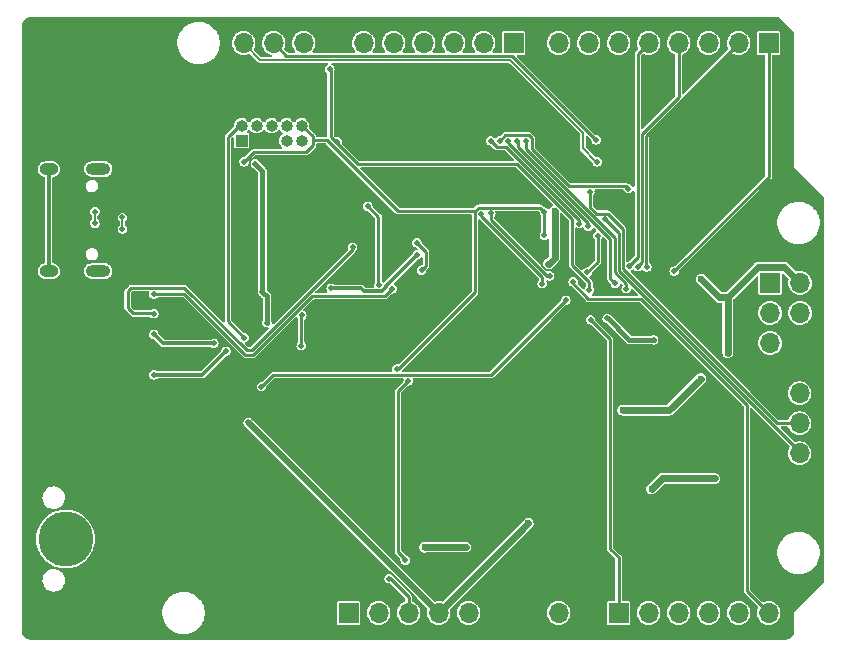
<source format=gbl>
G04 #@! TF.GenerationSoftware,KiCad,Pcbnew,(6.0.1-0)*
G04 #@! TF.CreationDate,2023-01-23T19:01:16+00:00*
G04 #@! TF.ProjectId,Snowduino zero LE way,536e6f77-6475-4696-9e6f-207a65726f20,rev?*
G04 #@! TF.SameCoordinates,Original*
G04 #@! TF.FileFunction,Copper,L2,Bot*
G04 #@! TF.FilePolarity,Positive*
%FSLAX46Y46*%
G04 Gerber Fmt 4.6, Leading zero omitted, Abs format (unit mm)*
G04 Created by KiCad (PCBNEW (6.0.1-0)) date 2023-01-23 19:01:16*
%MOMM*%
%LPD*%
G01*
G04 APERTURE LIST*
G04 #@! TA.AperFunction,ComponentPad*
%ADD10R,1.700000X1.700000*%
G04 #@! TD*
G04 #@! TA.AperFunction,ComponentPad*
%ADD11O,1.700000X1.700000*%
G04 #@! TD*
G04 #@! TA.AperFunction,ComponentPad*
%ADD12R,1.000000X1.000000*%
G04 #@! TD*
G04 #@! TA.AperFunction,ComponentPad*
%ADD13O,1.000000X1.000000*%
G04 #@! TD*
G04 #@! TA.AperFunction,ComponentPad*
%ADD14O,2.100000X1.000000*%
G04 #@! TD*
G04 #@! TA.AperFunction,ComponentPad*
%ADD15O,1.600000X1.000000*%
G04 #@! TD*
G04 #@! TA.AperFunction,ComponentPad*
%ADD16C,4.650000*%
G04 #@! TD*
G04 #@! TA.AperFunction,ViaPad*
%ADD17C,0.500000*%
G04 #@! TD*
G04 #@! TA.AperFunction,ViaPad*
%ADD18C,0.600000*%
G04 #@! TD*
G04 #@! TA.AperFunction,Conductor*
%ADD19C,0.127000*%
G04 #@! TD*
G04 #@! TA.AperFunction,Conductor*
%ADD20C,0.225000*%
G04 #@! TD*
G04 #@! TA.AperFunction,Conductor*
%ADD21C,0.609600*%
G04 #@! TD*
G04 #@! TA.AperFunction,Conductor*
%ADD22C,0.406400*%
G04 #@! TD*
G04 #@! TA.AperFunction,Conductor*
%ADD23C,0.250000*%
G04 #@! TD*
G04 #@! TA.AperFunction,Conductor*
%ADD24C,0.304800*%
G04 #@! TD*
G04 #@! TA.AperFunction,Conductor*
%ADD25C,0.500000*%
G04 #@! TD*
G04 #@! TA.AperFunction,Conductor*
%ADD26C,0.610000*%
G04 #@! TD*
G04 #@! TA.AperFunction,Conductor*
%ADD27C,0.203200*%
G04 #@! TD*
G04 APERTURE END LIST*
D10*
X109456000Y-123123000D03*
D11*
X111996000Y-123123000D03*
X114536000Y-123123000D03*
X117076000Y-123123000D03*
X119616000Y-123123000D03*
X122156000Y-123123000D03*
X124696000Y-123123000D03*
X127236000Y-123123000D03*
D10*
X123426000Y-74863000D03*
D11*
X120886000Y-74863000D03*
X118346000Y-74863000D03*
X115806000Y-74863000D03*
X113266000Y-74863000D03*
X110726000Y-74863000D03*
X108186000Y-74863000D03*
X105646000Y-74863000D03*
X103106000Y-74863000D03*
X100566000Y-74863000D03*
D10*
X145016000Y-74863000D03*
D11*
X142476000Y-74863000D03*
X139936000Y-74863000D03*
X137396000Y-74863000D03*
X134856000Y-74863000D03*
X132316000Y-74863000D03*
X129776000Y-74863000D03*
X127236000Y-74863000D03*
D10*
X145143000Y-95183000D03*
D11*
X147683000Y-95183000D03*
X145143000Y-97723000D03*
X147683000Y-97723000D03*
X145143000Y-100263000D03*
X147683000Y-100263000D03*
D10*
X132316000Y-123123000D03*
D11*
X134856000Y-123123000D03*
X137396000Y-123123000D03*
X139936000Y-123123000D03*
X142476000Y-123123000D03*
X145016000Y-123123000D03*
D10*
X147641000Y-112138000D03*
D11*
X147641000Y-109598000D03*
X147641000Y-107058000D03*
X147641000Y-104518000D03*
D12*
X100391000Y-83138000D03*
D13*
X100391000Y-81868000D03*
X101661000Y-83138000D03*
X101661000Y-81868000D03*
X102931000Y-83138000D03*
X102931000Y-81868000D03*
X104201000Y-83138000D03*
X104201000Y-81868000D03*
X105471000Y-83138000D03*
X105471000Y-81868000D03*
D14*
X88261000Y-85543000D03*
X88261000Y-94183000D03*
D15*
X84081000Y-94183000D03*
X84081000Y-85543000D03*
D16*
X85491000Y-116863000D03*
X88791000Y-121463000D03*
X91691000Y-116863000D03*
D17*
X99742000Y-90329000D03*
X104576000Y-106363000D03*
D18*
X129145000Y-100249000D03*
D17*
X109026000Y-78743000D03*
X97613000Y-82926000D03*
X94365000Y-91620000D03*
X124746000Y-81603000D03*
X97948000Y-85201000D03*
X124076000Y-112993000D03*
X143821000Y-106654000D03*
X130625000Y-118433000D03*
X131086000Y-95383000D03*
X94356000Y-88323000D03*
X117983000Y-119604000D03*
X134996000Y-98653000D03*
X124916000Y-102603000D03*
X130666000Y-84070000D03*
X95366000Y-81263000D03*
X143796000Y-97133000D03*
X142693000Y-106520000D03*
X128956000Y-92173000D03*
X100824000Y-89594000D03*
X90006000Y-93903000D03*
X141736000Y-90343000D03*
X129796000Y-85523000D03*
X110466000Y-100933000D03*
X109208000Y-98864000D03*
X110989000Y-119668000D03*
X130956000Y-81353000D03*
X135636000Y-83343000D03*
X109384000Y-94101000D03*
X126956000Y-104913000D03*
X135636000Y-106933000D03*
X144866000Y-103223000D03*
X95016000Y-110843000D03*
X126503000Y-106670000D03*
X114616000Y-119478000D03*
X110976000Y-114993000D03*
X106556000Y-97473000D03*
X107129000Y-92509000D03*
X110576000Y-109743000D03*
X106536000Y-106533000D03*
X123396000Y-85833000D03*
X115106000Y-115653000D03*
X106156000Y-101063000D03*
X108465000Y-90025000D03*
X143746000Y-95503000D03*
X136876000Y-119832000D03*
X133366000Y-118303000D03*
X114076000Y-91033000D03*
X124126000Y-89413000D03*
X139796000Y-93133000D03*
X133296000Y-92433000D03*
X121096000Y-81543000D03*
X102936000Y-84733000D03*
X140816000Y-86113000D03*
X106896000Y-78953000D03*
X121126000Y-90663000D03*
X139025000Y-120849000D03*
X99516000Y-112743000D03*
X89565000Y-86018000D03*
X100336000Y-96673000D03*
X120049000Y-112686000D03*
X137316000Y-93123000D03*
X97236000Y-80213000D03*
X141126000Y-92663000D03*
X138676000Y-86053000D03*
X104912000Y-80833000D03*
X143186000Y-91783000D03*
X101663000Y-99287000D03*
X94734000Y-115169000D03*
X125899000Y-92000000D03*
X107606000Y-100573000D03*
X107581000Y-114639000D03*
X137426000Y-95243000D03*
D18*
X110598000Y-112546000D03*
D17*
X140806000Y-89303000D03*
X139304000Y-118917000D03*
X101060000Y-91953000D03*
X101311000Y-86269000D03*
X140366000Y-98393000D03*
X135156000Y-102173000D03*
X120897000Y-120665000D03*
X113633000Y-86133000D03*
X121166000Y-92513000D03*
X139636000Y-97263000D03*
X98786000Y-106393000D03*
X120266000Y-85783000D03*
X101966000Y-106273000D03*
X114512500Y-103470500D03*
X112894000Y-120214000D03*
X100604000Y-84936000D03*
X126026000Y-89193000D03*
X114244000Y-118648000D03*
X113518000Y-102476000D03*
X126026000Y-91153000D03*
D18*
X139306000Y-94863000D03*
D17*
X101520000Y-85072000D03*
D18*
X141566000Y-101093000D03*
D17*
X102166000Y-95933000D03*
D18*
X132662000Y-105951000D03*
D17*
X102541000Y-98538000D03*
X126351000Y-93565000D03*
D18*
X126896000Y-89073000D03*
X139287000Y-103274000D03*
D17*
X131346000Y-98193000D03*
X135286000Y-99993000D03*
X111090000Y-88677000D03*
X112016000Y-95373000D03*
X115236000Y-91783000D03*
X115642000Y-94099000D03*
D18*
X115885000Y-117561000D03*
D17*
X105490000Y-97912000D03*
D18*
X119363000Y-117544000D03*
D17*
X105446000Y-100493000D03*
X100951000Y-106993000D03*
D18*
X140440000Y-111732000D03*
X124666000Y-115513000D03*
X135115000Y-112625000D03*
D17*
X129846000Y-95773000D03*
X107866000Y-77083000D03*
X108480000Y-83208000D03*
X120694000Y-89336000D03*
X125841000Y-95242000D03*
X126475000Y-94577000D03*
X100611000Y-99804000D03*
X121496000Y-89293000D03*
X129942000Y-98303000D03*
X128475000Y-95085000D03*
X129881000Y-87485000D03*
X131191000Y-89802000D03*
X130499000Y-84927000D03*
X130406000Y-83063000D03*
X129676000Y-94273000D03*
X130546000Y-91173000D03*
X102077000Y-103963000D03*
X127846000Y-96653000D03*
X121476000Y-83153000D03*
X129005000Y-90151000D03*
X133146000Y-87193000D03*
X122236000Y-83143000D03*
X122986000Y-83163000D03*
X129746000Y-90371000D03*
X132026000Y-95213000D03*
X123746000Y-83163000D03*
X132966000Y-95663000D03*
X124496000Y-83153000D03*
X133167000Y-93788000D03*
X133940000Y-93806000D03*
X134716000Y-93828000D03*
X137026000Y-94183000D03*
X92976000Y-99536000D03*
X98046000Y-100303000D03*
X99076000Y-100953000D03*
X92991000Y-102969000D03*
X92976000Y-96119000D03*
X113146000Y-95673000D03*
X92966000Y-97783000D03*
X109796000Y-92151000D03*
X90310000Y-90603000D03*
X90314000Y-89642000D03*
X87981000Y-90121000D03*
X87981000Y-89136000D03*
X115256000Y-92783000D03*
X107986000Y-95623000D03*
D19*
X110976000Y-116319000D02*
X113918000Y-119261000D01*
X115165000Y-121934000D02*
X115154000Y-121945000D01*
X101079989Y-86037989D02*
X101311000Y-86269000D01*
X115165000Y-121862729D02*
X115165000Y-121934000D01*
X101079989Y-84889740D02*
X101079989Y-86037989D01*
X101337740Y-84631989D02*
X101079989Y-84889740D01*
X102834989Y-84631989D02*
X101337740Y-84631989D01*
X113918000Y-119261000D02*
X113988000Y-119261000D01*
X125899000Y-92000000D02*
X125856180Y-92042820D01*
X102936000Y-84733000D02*
X102834989Y-84631989D01*
X127641000Y-93085000D02*
X127641000Y-92655000D01*
X125856180Y-92042820D02*
X125856180Y-93769961D01*
X110989000Y-119668000D02*
X112970271Y-119668000D01*
X112970271Y-119668000D02*
X115165000Y-121862729D01*
X126665000Y-94061000D02*
X127641000Y-93085000D01*
X126147219Y-94061000D02*
X126665000Y-94061000D01*
X110976000Y-114993000D02*
X110976000Y-116319000D01*
X125856180Y-93769961D02*
X126147219Y-94061000D01*
D20*
X113636000Y-117941000D02*
X113636000Y-117632000D01*
X120166000Y-95973000D02*
X120166000Y-89113000D01*
X120196000Y-89083000D02*
X113614433Y-89083000D01*
X113636000Y-102503000D02*
X120166000Y-95973000D01*
X113636000Y-117632000D02*
X113636000Y-104347000D01*
X106428021Y-83091021D02*
X106428021Y-82741588D01*
X106428021Y-83091021D02*
X106428021Y-83534412D01*
X114536000Y-121793000D02*
X112926000Y-120183000D01*
X107622454Y-83091021D02*
X106428021Y-83091021D01*
X120476000Y-88803000D02*
X120166000Y-89113000D01*
X105867412Y-84095021D02*
X101444979Y-84095021D01*
X125636000Y-88803000D02*
X120476000Y-88803000D01*
X113636000Y-104347000D02*
X114512500Y-103470500D01*
X125636000Y-88803000D02*
X126026000Y-89193000D01*
X113614433Y-89083000D02*
X107622454Y-83091021D01*
X126026000Y-91153000D02*
X126026000Y-89193000D01*
X101444979Y-84095021D02*
X100604000Y-84936000D01*
X114536000Y-123123000D02*
X114536000Y-121793000D01*
X106428021Y-82741588D02*
X105554433Y-81868000D01*
X114294000Y-118599000D02*
X113636000Y-117941000D01*
X105554433Y-81868000D02*
X105471000Y-81868000D01*
X106428021Y-83534412D02*
X105867412Y-84095021D01*
D21*
X141566000Y-96413000D02*
X140841000Y-96413000D01*
D22*
X102541000Y-98538000D02*
X102566000Y-98563000D01*
D21*
X132662000Y-105951000D02*
X136610000Y-105951000D01*
X140841000Y-96413000D02*
X140841000Y-96398000D01*
X144136000Y-93843000D02*
X146346000Y-93843000D01*
X140841000Y-96398000D02*
X139306000Y-94863000D01*
X147683000Y-95183000D02*
X146346000Y-93846000D01*
X146346000Y-93846000D02*
X146346000Y-93843000D01*
X136610000Y-105951000D02*
X139287000Y-103274000D01*
D22*
X102166000Y-85718000D02*
X101520000Y-85072000D01*
D21*
X126444000Y-93565000D02*
X126896000Y-93113000D01*
X141566000Y-96413000D02*
X144136000Y-93843000D01*
D22*
X102541000Y-96308000D02*
X102166000Y-95933000D01*
D21*
X141566000Y-101093000D02*
X141566000Y-96413000D01*
X132664000Y-105953000D02*
X132662000Y-105951000D01*
X126896000Y-89073000D02*
X126896000Y-93113000D01*
D22*
X102166000Y-95933000D02*
X102166000Y-85718000D01*
X102541000Y-98538000D02*
X102541000Y-96308000D01*
D21*
X126351000Y-93565000D02*
X126444000Y-93565000D01*
D22*
X133216000Y-99993000D02*
X131396000Y-98173000D01*
X135286000Y-99993000D02*
X133216000Y-99993000D01*
D23*
X111986000Y-89573000D02*
X111090000Y-88677000D01*
X112016000Y-95373000D02*
X111986000Y-95343000D01*
X112026000Y-95363000D02*
X112016000Y-95373000D01*
X111986000Y-95343000D02*
X111986000Y-89573000D01*
D24*
X84081000Y-94183000D02*
X84081000Y-85543000D01*
D23*
X116019000Y-92566000D02*
X115236000Y-91783000D01*
X116019000Y-93722000D02*
X116019000Y-92566000D01*
X115642000Y-94099000D02*
X116019000Y-93722000D01*
D21*
X115886000Y-117553000D02*
X115896000Y-117543000D01*
X119363000Y-117544000D02*
X115895000Y-117544000D01*
X115895000Y-117544000D02*
X115886000Y-117553000D01*
D20*
X105446000Y-97956000D02*
X105490000Y-97912000D01*
X105446000Y-100493000D02*
X105446000Y-97956000D01*
D21*
X136008000Y-111732000D02*
X135115000Y-112625000D01*
D25*
X100951000Y-106998000D02*
X117076000Y-123123000D01*
D22*
X117076000Y-123123000D02*
X117076000Y-122952000D01*
X100956000Y-107003000D02*
X100956000Y-106953000D01*
D25*
X100951000Y-106993000D02*
X100951000Y-106998000D01*
D22*
X124666000Y-115513000D02*
X124666000Y-115533000D01*
D21*
X140440000Y-111732000D02*
X136008000Y-111732000D01*
D26*
X124666000Y-115533000D02*
X117076000Y-123123000D01*
D20*
X107926000Y-77143000D02*
X107866000Y-77083000D01*
X128366000Y-93654567D02*
X128366000Y-89732352D01*
X129846000Y-95134567D02*
X128366000Y-93654567D01*
X128366000Y-89732352D02*
X123747637Y-85113989D01*
X123747637Y-85113989D02*
X110246989Y-85113989D01*
X129846000Y-95773000D02*
X129846000Y-95134567D01*
X110246989Y-85113989D02*
X107926000Y-82793000D01*
X107926000Y-82793000D02*
X107926000Y-77143000D01*
X125841000Y-95242000D02*
X125841000Y-94681124D01*
X125841000Y-94681124D02*
X120694000Y-89534124D01*
X120676000Y-89461000D02*
X120676000Y-89353000D01*
X120694000Y-89534124D02*
X120694000Y-89336000D01*
X126234000Y-94577000D02*
X121496000Y-89839000D01*
X126475000Y-94577000D02*
X126234000Y-94577000D01*
X121496000Y-89839000D02*
X121496000Y-89293000D01*
X100611000Y-99804000D02*
X99252989Y-98445989D01*
X100182978Y-81868000D02*
X100391000Y-81868000D01*
X99252989Y-98445989D02*
X99252989Y-82797989D01*
X100611000Y-99804000D02*
X100457000Y-99804000D01*
X99651989Y-82398989D02*
X100182978Y-81868000D01*
X99252989Y-82797989D02*
X100182978Y-81868000D01*
X132316000Y-123123000D02*
X132316000Y-118421433D01*
X132316000Y-118421433D02*
X131593180Y-117698613D01*
X129876000Y-98333000D02*
X129876000Y-98313000D01*
X131593180Y-99954180D02*
X129942000Y-98303000D01*
X131593180Y-117698613D02*
X131593180Y-99954180D01*
X143182011Y-121289011D02*
X145016000Y-123123000D01*
X134211752Y-96523000D02*
X143182011Y-105493259D01*
X129763000Y-96523000D02*
X128349000Y-95109000D01*
X143182011Y-105493259D02*
X143182011Y-121289011D01*
X134211752Y-96523000D02*
X129763000Y-96523000D01*
X130428134Y-89308866D02*
X129881000Y-88761732D01*
X132676989Y-90596422D02*
X131389433Y-89308866D01*
X145741000Y-107058000D02*
X132676989Y-93993989D01*
X132676989Y-93993989D02*
X132676989Y-90596422D01*
X131389433Y-89308866D02*
X130428134Y-89308866D01*
X129881000Y-88761732D02*
X129881000Y-87485000D01*
X147641000Y-107058000D02*
X145741000Y-107058000D01*
X132325469Y-90936469D02*
X131191000Y-89802000D01*
X147641000Y-109455124D02*
X132325469Y-94139593D01*
X147641000Y-109598000D02*
X147641000Y-109455124D01*
X132325469Y-94139593D02*
X132325469Y-90936469D01*
D27*
X100566000Y-74863000D02*
X101995631Y-76292631D01*
X101995631Y-76292631D02*
X123148921Y-76292631D01*
X129307645Y-83794645D02*
X130356000Y-84843000D01*
X130356000Y-84843000D02*
X130356000Y-84853000D01*
X123148921Y-76292631D02*
X129307645Y-82451355D01*
X129307645Y-82451355D02*
X129307645Y-83794645D01*
D20*
X104195011Y-75952011D02*
X103106000Y-74863000D01*
X130406000Y-83063000D02*
X130401000Y-83063000D01*
X123290011Y-75952011D02*
X104195011Y-75952011D01*
X130401000Y-83063000D02*
X123290011Y-75952011D01*
X130546000Y-93403000D02*
X129676000Y-94273000D01*
X103074989Y-102965011D02*
X102077000Y-103963000D01*
X102087000Y-103973000D02*
X102077000Y-103963000D01*
X121533989Y-102965011D02*
X103074989Y-102965011D01*
X130546000Y-91173000D02*
X130546000Y-93403000D01*
X127846000Y-96653000D02*
X121533989Y-102965011D01*
X122793772Y-83663000D02*
X121986000Y-83663000D01*
X129005000Y-89874228D02*
X122793772Y-83663000D01*
X121986000Y-83663000D02*
X121476000Y-83153000D01*
X129005000Y-90151000D02*
X129005000Y-89874228D01*
X124986000Y-83866732D02*
X124986000Y-82951433D01*
X122715011Y-82663989D02*
X122236000Y-83143000D01*
X128115257Y-86995989D02*
X124962134Y-83842866D01*
X132948989Y-86995989D02*
X133146000Y-87193000D01*
X128509279Y-86995989D02*
X128115257Y-86995989D01*
X124698556Y-82663989D02*
X122715011Y-82663989D01*
X124986000Y-82951433D02*
X124698556Y-82663989D01*
X128509279Y-86995989D02*
X132948989Y-86995989D01*
X122986000Y-83358104D02*
X129707000Y-90079104D01*
X122986000Y-83163000D02*
X122986000Y-83358104D01*
X129707000Y-90079104D02*
X129707000Y-90378000D01*
X131622429Y-91497409D02*
X131622429Y-94809429D01*
X132026000Y-95213000D02*
X131622429Y-94809429D01*
X123776000Y-83650980D02*
X131622429Y-91497409D01*
X123776000Y-83650980D02*
X123776000Y-83143000D01*
X124466000Y-83843856D02*
X131973949Y-91351805D01*
X132966000Y-95277248D02*
X131973949Y-94285197D01*
X124466000Y-83843856D02*
X124466000Y-83133000D01*
X132966000Y-95663000D02*
X132966000Y-95277248D01*
X131973949Y-91351805D02*
X131973949Y-94285197D01*
X133932960Y-92986040D02*
X133116000Y-93803000D01*
X133932960Y-75786040D02*
X133932960Y-92986040D01*
X133932960Y-75786040D02*
X134856000Y-74863000D01*
X133116000Y-93803000D02*
X133256000Y-93803000D01*
X137396000Y-79423000D02*
X137396000Y-74863000D01*
X134284480Y-93404520D02*
X134284480Y-82534520D01*
X134284480Y-82534520D02*
X137396000Y-79423000D01*
X133886000Y-93803000D02*
X134284480Y-93404520D01*
X134636000Y-82703000D02*
X142476000Y-74863000D01*
X134636000Y-93813000D02*
X134636000Y-82703000D01*
X145016000Y-86173000D02*
X145016000Y-74863000D01*
X137106000Y-94113000D02*
X137106000Y-94083000D01*
X137106000Y-94083000D02*
X145016000Y-86173000D01*
D24*
X93743000Y-100303000D02*
X92976000Y-99536000D01*
X98046000Y-100303000D02*
X93743000Y-100303000D01*
X99076000Y-100953000D02*
X97066000Y-102963000D01*
X97066000Y-102963000D02*
X92866000Y-102963000D01*
D20*
X106354360Y-96293331D02*
X101404160Y-101243531D01*
X113146000Y-95673000D02*
X112525669Y-96293331D01*
X95547309Y-96083000D02*
X100707840Y-101243531D01*
X92836000Y-96083000D02*
X95547309Y-96083000D01*
X101404160Y-101243531D02*
X100707840Y-101243531D01*
X112525669Y-96293331D02*
X106354360Y-96293331D01*
X92846000Y-96073000D02*
X92836000Y-96083000D01*
X90746000Y-95902144D02*
X91054155Y-95593989D01*
X109806000Y-92344567D02*
X101258556Y-100892011D01*
X90746000Y-97273000D02*
X90746000Y-95902144D01*
X91236000Y-97763000D02*
X90746000Y-97273000D01*
X100853444Y-100892011D02*
X95555422Y-95593989D01*
X101258556Y-100892011D02*
X100853444Y-100892011D01*
X92776000Y-97763000D02*
X91236000Y-97763000D01*
X95555422Y-95593989D02*
X91054155Y-95593989D01*
X92796000Y-97783000D02*
X92776000Y-97763000D01*
X109806000Y-92203000D02*
X109806000Y-92344567D01*
D19*
X90310000Y-89646000D02*
X90314000Y-89642000D01*
X90310000Y-90603000D02*
X90310000Y-89646000D01*
X87981000Y-90121000D02*
X87981000Y-89136000D01*
D24*
X112617089Y-95421911D02*
X115256000Y-92783000D01*
X110469552Y-95623000D02*
X110748463Y-95901911D01*
X112617089Y-95535000D02*
X112617089Y-95421911D01*
X110748463Y-95901911D02*
X112250178Y-95901911D01*
X115256000Y-92853000D02*
X115256000Y-92783000D01*
X112250178Y-95901911D02*
X112617089Y-95535000D01*
X107986000Y-95623000D02*
X110469552Y-95623000D01*
G04 #@! TA.AperFunction,Conductor*
G36*
X145867379Y-72694033D02*
G01*
X145879192Y-72704122D01*
X147168926Y-73993856D01*
X147196703Y-74048373D01*
X147197922Y-74063860D01*
X147197922Y-85271131D01*
X147197620Y-85275246D01*
X147195999Y-85279967D01*
X147196342Y-85289101D01*
X147197852Y-85329322D01*
X147197922Y-85333036D01*
X147197922Y-85352456D01*
X147198745Y-85356874D01*
X147199080Y-85362045D01*
X147200192Y-85391647D01*
X147204720Y-85402186D01*
X147211086Y-85423140D01*
X147213187Y-85434421D01*
X147217984Y-85442203D01*
X147227131Y-85457042D01*
X147233817Y-85469912D01*
X147244308Y-85494331D01*
X147248308Y-85499201D01*
X147252660Y-85503553D01*
X147266926Y-85521601D01*
X147271831Y-85529558D01*
X147279107Y-85535091D01*
X147279108Y-85535092D01*
X147295013Y-85547186D01*
X147305093Y-85555986D01*
X149708028Y-87958922D01*
X149735805Y-88013439D01*
X149737024Y-88028926D01*
X149737024Y-120431649D01*
X149718117Y-120489840D01*
X149708028Y-120501653D01*
X147323558Y-122886123D01*
X147320440Y-122888814D01*
X147315956Y-122891006D01*
X147309740Y-122897707D01*
X147282383Y-122927198D01*
X147279807Y-122929874D01*
X147266058Y-122943623D01*
X147263514Y-122947331D01*
X147260099Y-122951221D01*
X147239951Y-122972940D01*
X147236563Y-122981433D01*
X147236561Y-122981436D01*
X147235699Y-122983596D01*
X147225386Y-123002911D01*
X147224068Y-123004832D01*
X147224067Y-123004835D01*
X147218894Y-123012375D01*
X147216783Y-123021273D01*
X147212759Y-123038230D01*
X147208389Y-123052051D01*
X147198537Y-123076743D01*
X147197922Y-123083016D01*
X147197922Y-123089166D01*
X147195247Y-123112023D01*
X147193090Y-123121114D01*
X147196789Y-123148296D01*
X147197018Y-123149977D01*
X147197922Y-123163327D01*
X147197922Y-124647619D01*
X147196575Y-124663895D01*
X147167866Y-124836150D01*
X147165724Y-124848999D01*
X147161113Y-124866549D01*
X147111451Y-125003121D01*
X147095717Y-125031132D01*
X146995126Y-125156872D01*
X146979664Y-125172334D01*
X146853930Y-125272920D01*
X146825918Y-125288654D01*
X146689344Y-125338317D01*
X146671787Y-125342930D01*
X146486692Y-125373779D01*
X146470417Y-125375126D01*
X82529911Y-125375126D01*
X82513637Y-125373779D01*
X82328536Y-125342929D01*
X82310980Y-125338316D01*
X82174414Y-125288656D01*
X82146402Y-125272922D01*
X82020662Y-125172331D01*
X82005200Y-125156869D01*
X81904614Y-125031135D01*
X81888880Y-125003123D01*
X81839217Y-124866549D01*
X81834604Y-124848992D01*
X81803755Y-124663897D01*
X81802408Y-124647622D01*
X81802408Y-123233226D01*
X93683819Y-123233226D01*
X93719907Y-123498395D01*
X93794792Y-123755317D01*
X93906831Y-123998348D01*
X93908842Y-124001415D01*
X93908844Y-124001419D01*
X93991671Y-124127750D01*
X94053562Y-124222149D01*
X94231760Y-124421803D01*
X94437512Y-124592925D01*
X94666298Y-124731756D01*
X94913091Y-124835245D01*
X94916653Y-124836150D01*
X94916654Y-124836150D01*
X94967220Y-124848992D01*
X95172470Y-124901119D01*
X95176123Y-124901487D01*
X95176124Y-124901487D01*
X95250629Y-124908989D01*
X95394741Y-124923500D01*
X95553944Y-124923500D01*
X95632649Y-124917651D01*
X95749223Y-124908989D01*
X95749229Y-124908988D01*
X95752877Y-124908717D01*
X96013891Y-124849655D01*
X96017308Y-124848326D01*
X96017312Y-124848325D01*
X96259889Y-124753992D01*
X96263309Y-124752662D01*
X96495650Y-124619868D01*
X96532811Y-124590573D01*
X96702920Y-124456469D01*
X96705811Y-124454190D01*
X96708325Y-124451517D01*
X96708331Y-124451512D01*
X96886661Y-124261941D01*
X96889175Y-124259269D01*
X97041714Y-124039385D01*
X97067143Y-123987820D01*
X108455500Y-123987820D01*
X108456447Y-123992578D01*
X108456447Y-123992583D01*
X108457594Y-123998348D01*
X108464233Y-124031722D01*
X108469649Y-124039827D01*
X108469649Y-124039828D01*
X108473607Y-124045751D01*
X108497496Y-124081504D01*
X108547278Y-124114767D01*
X108556838Y-124116669D01*
X108556839Y-124116669D01*
X108586417Y-124122553D01*
X108586422Y-124122553D01*
X108591180Y-124123500D01*
X110320820Y-124123500D01*
X110325578Y-124122553D01*
X110325583Y-124122553D01*
X110355161Y-124116669D01*
X110355162Y-124116669D01*
X110364722Y-124114767D01*
X110414504Y-124081504D01*
X110438393Y-124045751D01*
X110442351Y-124039828D01*
X110442351Y-124039827D01*
X110447767Y-124031722D01*
X110454406Y-123998348D01*
X110455553Y-123992583D01*
X110455553Y-123992578D01*
X110456500Y-123987820D01*
X110456500Y-123108963D01*
X110990757Y-123108963D01*
X110992538Y-123130170D01*
X111005454Y-123283983D01*
X111007175Y-123304483D01*
X111008508Y-123309131D01*
X111008508Y-123309132D01*
X111020320Y-123350323D01*
X111061258Y-123493091D01*
X111063473Y-123497401D01*
X111148731Y-123663296D01*
X111148734Y-123663300D01*
X111150944Y-123667601D01*
X111272818Y-123821369D01*
X111276505Y-123824507D01*
X111276507Y-123824509D01*
X111418550Y-123945397D01*
X111418555Y-123945400D01*
X111422238Y-123948535D01*
X111426460Y-123950895D01*
X111426465Y-123950898D01*
X111467838Y-123974020D01*
X111593513Y-124044257D01*
X111683187Y-124073394D01*
X111775513Y-124103393D01*
X111775516Y-124103394D01*
X111780118Y-124104889D01*
X111974946Y-124128121D01*
X111979768Y-124127750D01*
X111979771Y-124127750D01*
X112165748Y-124113440D01*
X112165753Y-124113439D01*
X112170576Y-124113068D01*
X112359556Y-124060303D01*
X112363869Y-124058124D01*
X112363875Y-124058122D01*
X112530368Y-123974020D01*
X112530370Y-123974018D01*
X112534689Y-123971837D01*
X112561490Y-123950898D01*
X112685487Y-123854022D01*
X112685491Y-123854018D01*
X112689303Y-123851040D01*
X112714915Y-123821369D01*
X112814345Y-123706177D01*
X112814347Y-123706175D01*
X112817509Y-123702511D01*
X112819902Y-123698299D01*
X112912036Y-123536115D01*
X112912037Y-123536112D01*
X112914425Y-123531909D01*
X112925905Y-123497401D01*
X112974831Y-123350323D01*
X112974831Y-123350321D01*
X112976358Y-123345732D01*
X113000949Y-123151071D01*
X113001341Y-123123000D01*
X113000438Y-123113783D01*
X112985556Y-122962017D01*
X112982194Y-122927728D01*
X112925484Y-122739894D01*
X112866102Y-122628212D01*
X112835643Y-122570927D01*
X112835641Y-122570923D01*
X112833370Y-122566653D01*
X112768689Y-122487345D01*
X112712422Y-122418355D01*
X112712421Y-122418354D01*
X112709361Y-122414602D01*
X112558180Y-122289535D01*
X112429948Y-122220200D01*
X112389839Y-122198513D01*
X112389838Y-122198513D01*
X112385585Y-122196213D01*
X112198152Y-122138193D01*
X112193342Y-122137687D01*
X112193340Y-122137687D01*
X112007835Y-122118189D01*
X112007833Y-122118189D01*
X112003019Y-122117683D01*
X111939684Y-122123447D01*
X111812438Y-122135027D01*
X111812435Y-122135028D01*
X111807618Y-122135466D01*
X111802976Y-122136832D01*
X111802972Y-122136833D01*
X111624040Y-122189496D01*
X111624037Y-122189497D01*
X111619393Y-122190864D01*
X111445512Y-122281767D01*
X111441743Y-122284797D01*
X111441742Y-122284798D01*
X111432016Y-122292618D01*
X111292600Y-122404711D01*
X111266186Y-122436190D01*
X111169589Y-122551310D01*
X111169586Y-122551314D01*
X111166480Y-122555016D01*
X111071956Y-122726954D01*
X111070492Y-122731568D01*
X111070491Y-122731571D01*
X111057312Y-122773116D01*
X111012628Y-122913978D01*
X111012088Y-122918790D01*
X111012088Y-122918791D01*
X110992978Y-123089166D01*
X110990757Y-123108963D01*
X110456500Y-123108963D01*
X110456500Y-122258180D01*
X110455070Y-122250987D01*
X110449669Y-122223839D01*
X110449669Y-122223838D01*
X110447767Y-122214278D01*
X110435697Y-122196213D01*
X110419923Y-122172606D01*
X110414504Y-122164496D01*
X110406394Y-122159077D01*
X110372828Y-122136649D01*
X110372827Y-122136649D01*
X110364722Y-122131233D01*
X110355162Y-122129331D01*
X110355161Y-122129331D01*
X110325583Y-122123447D01*
X110325578Y-122123447D01*
X110320820Y-122122500D01*
X108591180Y-122122500D01*
X108586422Y-122123447D01*
X108586417Y-122123447D01*
X108556839Y-122129331D01*
X108556838Y-122129331D01*
X108547278Y-122131233D01*
X108539173Y-122136649D01*
X108539172Y-122136649D01*
X108505606Y-122159077D01*
X108497496Y-122164496D01*
X108492077Y-122172606D01*
X108476304Y-122196213D01*
X108464233Y-122214278D01*
X108462331Y-122223838D01*
X108462331Y-122223839D01*
X108456931Y-122250987D01*
X108455500Y-122258180D01*
X108455500Y-123987820D01*
X97067143Y-123987820D01*
X97160076Y-123799371D01*
X97191081Y-123702511D01*
X97240543Y-123547993D01*
X97240543Y-123547992D01*
X97241662Y-123544497D01*
X97243712Y-123531909D01*
X97284089Y-123283983D01*
X97284089Y-123283978D01*
X97284678Y-123280364D01*
X97288181Y-123012774D01*
X97279252Y-122947161D01*
X97252587Y-122751237D01*
X97252093Y-122747605D01*
X97177208Y-122490683D01*
X97065169Y-122247652D01*
X97049557Y-122223839D01*
X96920449Y-122026918D01*
X96920448Y-122026916D01*
X96918438Y-122023851D01*
X96809627Y-121901938D01*
X96742683Y-121826934D01*
X96742682Y-121826933D01*
X96740240Y-121824197D01*
X96534488Y-121653075D01*
X96305702Y-121514244D01*
X96058909Y-121410755D01*
X96007407Y-121397675D01*
X95937595Y-121379945D01*
X95799530Y-121344881D01*
X95795877Y-121344513D01*
X95795876Y-121344513D01*
X95704366Y-121335299D01*
X95577259Y-121322500D01*
X95418056Y-121322500D01*
X95339351Y-121328349D01*
X95222777Y-121337011D01*
X95222771Y-121337012D01*
X95219123Y-121337283D01*
X94958109Y-121396345D01*
X94954692Y-121397674D01*
X94954688Y-121397675D01*
X94732593Y-121484043D01*
X94708691Y-121493338D01*
X94476350Y-121626132D01*
X94473460Y-121628410D01*
X94473459Y-121628411D01*
X94405132Y-121682276D01*
X94266189Y-121791810D01*
X94263675Y-121794483D01*
X94263669Y-121794488D01*
X94148184Y-121917252D01*
X94082825Y-121986731D01*
X93930286Y-122206615D01*
X93928662Y-122209909D01*
X93928661Y-122209910D01*
X93911563Y-122244581D01*
X93811924Y-122446629D01*
X93730338Y-122701503D01*
X93729749Y-122705120D01*
X93729748Y-122705124D01*
X93690331Y-122947161D01*
X93687322Y-122965636D01*
X93683819Y-123233226D01*
X81802408Y-123233226D01*
X81802408Y-120409671D01*
X83536739Y-120409671D01*
X83565614Y-120600599D01*
X83632290Y-120781821D01*
X83634930Y-120786079D01*
X83634931Y-120786081D01*
X83686521Y-120869286D01*
X83734045Y-120945934D01*
X83866721Y-121086235D01*
X83870826Y-121089109D01*
X83870829Y-121089112D01*
X83949594Y-121144263D01*
X84024898Y-121196991D01*
X84029494Y-121198980D01*
X84029496Y-121198981D01*
X84052808Y-121209069D01*
X84202115Y-121273680D01*
X84321271Y-121298573D01*
X84387408Y-121312390D01*
X84387410Y-121312390D01*
X84391133Y-121313168D01*
X84397468Y-121313500D01*
X84539259Y-121313500D01*
X84541747Y-121313247D01*
X84541752Y-121313247D01*
X84678123Y-121299395D01*
X84678127Y-121299394D01*
X84683110Y-121298888D01*
X84867373Y-121241144D01*
X85036261Y-121147528D01*
X85182875Y-121021864D01*
X85245080Y-120941670D01*
X85298156Y-120873246D01*
X85298159Y-120873241D01*
X85301227Y-120869286D01*
X85386481Y-120696026D01*
X85410111Y-120605309D01*
X85433890Y-120514021D01*
X85433891Y-120514017D01*
X85435155Y-120509163D01*
X85445261Y-120316329D01*
X85416386Y-120125401D01*
X85349710Y-119944179D01*
X85313607Y-119885950D01*
X85250599Y-119784330D01*
X85250598Y-119784329D01*
X85247955Y-119780066D01*
X85115279Y-119639765D01*
X85111174Y-119636891D01*
X85111171Y-119636888D01*
X84961208Y-119531884D01*
X84957102Y-119529009D01*
X84952506Y-119527020D01*
X84952504Y-119527019D01*
X84784481Y-119454309D01*
X84784482Y-119454309D01*
X84779885Y-119452320D01*
X84645062Y-119424154D01*
X84594592Y-119413610D01*
X84594590Y-119413610D01*
X84590867Y-119412832D01*
X84584532Y-119412500D01*
X84442741Y-119412500D01*
X84440253Y-119412753D01*
X84440248Y-119412753D01*
X84303877Y-119426605D01*
X84303873Y-119426606D01*
X84298890Y-119427112D01*
X84114627Y-119484856D01*
X83945739Y-119578472D01*
X83941930Y-119581737D01*
X83837971Y-119670841D01*
X83799125Y-119704136D01*
X83796048Y-119708103D01*
X83683844Y-119852754D01*
X83683841Y-119852759D01*
X83680773Y-119856714D01*
X83595519Y-120029974D01*
X83546845Y-120216837D01*
X83536739Y-120409671D01*
X81802408Y-120409671D01*
X81802408Y-116863000D01*
X83010606Y-116863000D01*
X83010801Y-116866099D01*
X83029492Y-117163177D01*
X83030165Y-117173876D01*
X83088532Y-117479849D01*
X83089488Y-117482791D01*
X83089490Y-117482799D01*
X83159613Y-117698613D01*
X83184788Y-117776094D01*
X83186113Y-117778909D01*
X83186115Y-117778915D01*
X83314489Y-118051723D01*
X83317414Y-118057939D01*
X83319083Y-118060568D01*
X83319083Y-118060569D01*
X83446367Y-118261136D01*
X83484319Y-118320939D01*
X83486301Y-118323335D01*
X83486304Y-118323339D01*
X83561937Y-118414763D01*
X83682871Y-118560947D01*
X83685137Y-118563075D01*
X83685138Y-118563076D01*
X83734722Y-118609638D01*
X83909937Y-118774176D01*
X84161938Y-118957266D01*
X84434900Y-119107328D01*
X84437788Y-119108471D01*
X84437787Y-119108471D01*
X84721626Y-119220851D01*
X84721629Y-119220852D01*
X84724516Y-119221995D01*
X84727519Y-119222766D01*
X84727525Y-119222768D01*
X85023214Y-119298687D01*
X85026221Y-119299459D01*
X85029302Y-119299848D01*
X85029306Y-119299849D01*
X85131804Y-119312798D01*
X85335255Y-119338500D01*
X85646745Y-119338500D01*
X85850196Y-119312798D01*
X85952694Y-119299849D01*
X85952698Y-119299848D01*
X85955779Y-119299459D01*
X85958786Y-119298687D01*
X86254475Y-119222768D01*
X86254481Y-119222766D01*
X86257484Y-119221995D01*
X86260371Y-119220852D01*
X86260374Y-119220851D01*
X86544213Y-119108471D01*
X86544212Y-119108471D01*
X86547100Y-119107328D01*
X86820062Y-118957266D01*
X87072063Y-118774176D01*
X87247278Y-118609638D01*
X87296862Y-118563076D01*
X87296863Y-118563075D01*
X87299129Y-118560947D01*
X87420063Y-118414763D01*
X87495696Y-118323339D01*
X87495699Y-118323335D01*
X87497681Y-118320939D01*
X87535633Y-118261136D01*
X87662917Y-118060569D01*
X87662917Y-118060568D01*
X87664586Y-118057939D01*
X87667511Y-118051723D01*
X87795885Y-117778915D01*
X87795887Y-117778909D01*
X87797212Y-117776094D01*
X87822387Y-117698613D01*
X87892510Y-117482799D01*
X87892512Y-117482791D01*
X87893468Y-117479849D01*
X87951835Y-117173876D01*
X87952509Y-117163177D01*
X87971199Y-116866099D01*
X87971394Y-116863000D01*
X87964092Y-116746934D01*
X87952031Y-116555233D01*
X87952030Y-116555227D01*
X87951835Y-116552124D01*
X87893468Y-116246151D01*
X87892512Y-116243209D01*
X87892510Y-116243201D01*
X87798174Y-115952867D01*
X87797212Y-115949906D01*
X87742435Y-115833497D01*
X87665911Y-115670876D01*
X87665908Y-115670871D01*
X87664586Y-115668061D01*
X87633652Y-115619316D01*
X87499352Y-115407694D01*
X87499352Y-115407693D01*
X87497681Y-115405061D01*
X87487077Y-115392242D01*
X87375887Y-115257838D01*
X87299129Y-115165053D01*
X87072063Y-114951824D01*
X86820062Y-114768734D01*
X86547100Y-114618672D01*
X86499419Y-114599794D01*
X86260374Y-114505149D01*
X86260371Y-114505148D01*
X86257484Y-114504005D01*
X86254481Y-114503234D01*
X86254475Y-114503232D01*
X85958786Y-114427313D01*
X85958785Y-114427313D01*
X85955779Y-114426541D01*
X85952698Y-114426152D01*
X85952694Y-114426151D01*
X85850196Y-114413202D01*
X85646745Y-114387500D01*
X85335255Y-114387500D01*
X85131804Y-114413202D01*
X85029306Y-114426151D01*
X85029302Y-114426152D01*
X85026221Y-114426541D01*
X85023215Y-114427313D01*
X85023214Y-114427313D01*
X84727525Y-114503232D01*
X84727519Y-114503234D01*
X84724516Y-114504005D01*
X84721629Y-114505148D01*
X84721626Y-114505149D01*
X84482581Y-114599794D01*
X84434900Y-114618672D01*
X84161938Y-114768734D01*
X83909937Y-114951824D01*
X83682871Y-115165053D01*
X83606113Y-115257838D01*
X83494924Y-115392242D01*
X83484319Y-115405061D01*
X83482648Y-115407693D01*
X83482648Y-115407694D01*
X83348349Y-115619316D01*
X83317414Y-115668061D01*
X83316092Y-115670871D01*
X83316089Y-115670876D01*
X83239566Y-115833497D01*
X83184788Y-115949906D01*
X83183826Y-115952867D01*
X83089490Y-116243201D01*
X83089488Y-116243209D01*
X83088532Y-116246151D01*
X83030165Y-116552124D01*
X83029970Y-116555227D01*
X83029969Y-116555233D01*
X83017908Y-116746934D01*
X83010606Y-116863000D01*
X81802408Y-116863000D01*
X81802408Y-113409671D01*
X83536739Y-113409671D01*
X83565614Y-113600599D01*
X83632290Y-113781821D01*
X83634930Y-113786079D01*
X83634931Y-113786081D01*
X83686521Y-113869286D01*
X83734045Y-113945934D01*
X83866721Y-114086235D01*
X83870826Y-114089109D01*
X83870829Y-114089112D01*
X83949594Y-114144263D01*
X84024898Y-114196991D01*
X84029494Y-114198980D01*
X84029496Y-114198981D01*
X84121309Y-114238712D01*
X84202115Y-114273680D01*
X84322779Y-114298888D01*
X84387408Y-114312390D01*
X84387410Y-114312390D01*
X84391133Y-114313168D01*
X84397468Y-114313500D01*
X84539259Y-114313500D01*
X84541747Y-114313247D01*
X84541752Y-114313247D01*
X84678123Y-114299395D01*
X84678127Y-114299394D01*
X84683110Y-114298888D01*
X84867373Y-114241144D01*
X85036261Y-114147528D01*
X85182875Y-114021864D01*
X85245080Y-113941670D01*
X85298156Y-113873246D01*
X85298159Y-113873241D01*
X85301227Y-113869286D01*
X85386481Y-113696026D01*
X85435155Y-113509163D01*
X85445261Y-113316329D01*
X85416386Y-113125401D01*
X85349710Y-112944179D01*
X85340229Y-112928887D01*
X85250599Y-112784330D01*
X85250598Y-112784329D01*
X85247955Y-112780066D01*
X85115279Y-112639765D01*
X85111174Y-112636891D01*
X85111171Y-112636888D01*
X84961208Y-112531884D01*
X84957102Y-112529009D01*
X84952506Y-112527020D01*
X84952504Y-112527019D01*
X84784481Y-112454309D01*
X84784482Y-112454309D01*
X84779885Y-112452320D01*
X84645062Y-112424154D01*
X84594592Y-112413610D01*
X84594590Y-112413610D01*
X84590867Y-112412832D01*
X84584532Y-112412500D01*
X84442741Y-112412500D01*
X84440253Y-112412753D01*
X84440248Y-112412753D01*
X84303877Y-112426605D01*
X84303873Y-112426606D01*
X84298890Y-112427112D01*
X84114627Y-112484856D01*
X83945739Y-112578472D01*
X83941930Y-112581737D01*
X83824157Y-112682681D01*
X83799125Y-112704136D01*
X83796048Y-112708103D01*
X83683844Y-112852754D01*
X83683841Y-112852759D01*
X83680773Y-112856714D01*
X83595519Y-113029974D01*
X83546845Y-113216837D01*
X83536739Y-113409671D01*
X81802408Y-113409671D01*
X81802408Y-106993000D01*
X100545508Y-106993000D01*
X100546727Y-107000697D01*
X100549281Y-107016822D01*
X100550500Y-107032309D01*
X100550500Y-107061433D01*
X100557604Y-107083296D01*
X100557955Y-107084375D01*
X100561581Y-107099481D01*
X100565354Y-107123304D01*
X100576305Y-107144797D01*
X100582248Y-107159143D01*
X100589704Y-107182090D01*
X100594285Y-107188395D01*
X100603883Y-107201605D01*
X100611998Y-107214846D01*
X100622950Y-107236342D01*
X100645513Y-107258905D01*
X100645516Y-107258909D01*
X113036333Y-119649726D01*
X113064110Y-119704243D01*
X113054539Y-119764675D01*
X113011274Y-119807940D01*
X112950843Y-119817511D01*
X112894000Y-119808508D01*
X112886303Y-119809727D01*
X112776391Y-119827135D01*
X112776390Y-119827135D01*
X112768696Y-119828354D01*
X112761757Y-119831890D01*
X112761756Y-119831890D01*
X112662597Y-119882414D01*
X112662595Y-119882415D01*
X112655658Y-119885950D01*
X112565950Y-119975658D01*
X112508354Y-120088696D01*
X112507135Y-120096390D01*
X112507135Y-120096391D01*
X112494049Y-120179013D01*
X112488508Y-120214000D01*
X112489727Y-120221697D01*
X112503930Y-120311369D01*
X112508354Y-120339304D01*
X112511890Y-120346243D01*
X112511890Y-120346244D01*
X112541655Y-120404660D01*
X112565950Y-120452342D01*
X112655658Y-120542050D01*
X112662595Y-120545585D01*
X112662597Y-120545586D01*
X112722928Y-120576326D01*
X112768696Y-120599646D01*
X112776390Y-120600865D01*
X112776391Y-120600865D01*
X112886303Y-120618273D01*
X112894000Y-120619492D01*
X112927529Y-120614181D01*
X112987960Y-120623752D01*
X113013020Y-120641958D01*
X114244004Y-121872942D01*
X114271781Y-121927459D01*
X114273000Y-121942946D01*
X114273000Y-122083366D01*
X114254093Y-122141557D01*
X114201952Y-122178338D01*
X114164040Y-122189496D01*
X114164037Y-122189497D01*
X114159393Y-122190864D01*
X113985512Y-122281767D01*
X113981743Y-122284797D01*
X113981742Y-122284798D01*
X113972016Y-122292618D01*
X113832600Y-122404711D01*
X113806186Y-122436190D01*
X113709589Y-122551310D01*
X113709586Y-122551314D01*
X113706480Y-122555016D01*
X113611956Y-122726954D01*
X113610492Y-122731568D01*
X113610491Y-122731571D01*
X113597312Y-122773116D01*
X113552628Y-122913978D01*
X113552088Y-122918790D01*
X113552088Y-122918791D01*
X113532978Y-123089166D01*
X113530757Y-123108963D01*
X113532538Y-123130170D01*
X113545454Y-123283983D01*
X113547175Y-123304483D01*
X113548508Y-123309131D01*
X113548508Y-123309132D01*
X113560320Y-123350323D01*
X113601258Y-123493091D01*
X113603473Y-123497401D01*
X113688731Y-123663296D01*
X113688734Y-123663300D01*
X113690944Y-123667601D01*
X113812818Y-123821369D01*
X113816505Y-123824507D01*
X113816507Y-123824509D01*
X113958550Y-123945397D01*
X113958555Y-123945400D01*
X113962238Y-123948535D01*
X113966460Y-123950895D01*
X113966465Y-123950898D01*
X114007838Y-123974020D01*
X114133513Y-124044257D01*
X114223187Y-124073394D01*
X114315513Y-124103393D01*
X114315516Y-124103394D01*
X114320118Y-124104889D01*
X114514946Y-124128121D01*
X114519768Y-124127750D01*
X114519771Y-124127750D01*
X114705748Y-124113440D01*
X114705753Y-124113439D01*
X114710576Y-124113068D01*
X114899556Y-124060303D01*
X114903869Y-124058124D01*
X114903875Y-124058122D01*
X115070368Y-123974020D01*
X115070370Y-123974018D01*
X115074689Y-123971837D01*
X115101490Y-123950898D01*
X115225487Y-123854022D01*
X115225491Y-123854018D01*
X115229303Y-123851040D01*
X115254915Y-123821369D01*
X115354345Y-123706177D01*
X115354347Y-123706175D01*
X115357509Y-123702511D01*
X115359902Y-123698299D01*
X115452036Y-123536115D01*
X115452037Y-123536112D01*
X115454425Y-123531909D01*
X115465905Y-123497401D01*
X115514831Y-123350323D01*
X115514831Y-123350321D01*
X115516358Y-123345732D01*
X115540949Y-123151071D01*
X115541341Y-123123000D01*
X115540438Y-123113783D01*
X115525556Y-122962017D01*
X115522194Y-122927728D01*
X115465484Y-122739894D01*
X115406102Y-122628212D01*
X115375643Y-122570927D01*
X115375641Y-122570923D01*
X115373370Y-122566653D01*
X115308689Y-122487345D01*
X115252422Y-122418355D01*
X115252421Y-122418354D01*
X115249361Y-122414602D01*
X115098180Y-122289535D01*
X114969948Y-122220200D01*
X114929839Y-122198513D01*
X114929838Y-122198513D01*
X114925585Y-122196213D01*
X114893496Y-122186280D01*
X114868725Y-122178612D01*
X114818728Y-122143342D01*
X114799000Y-122084039D01*
X114799000Y-121828653D01*
X114800902Y-121809339D01*
X114802250Y-121802562D01*
X114804152Y-121793000D01*
X114783740Y-121690383D01*
X114751673Y-121642391D01*
X114735065Y-121583503D01*
X114756243Y-121526099D01*
X114807117Y-121492107D01*
X114868255Y-121494509D01*
X114903993Y-121517386D01*
X116100146Y-122713539D01*
X116127923Y-122768056D01*
X116124508Y-122813477D01*
X116106028Y-122871735D01*
X116092628Y-122913978D01*
X116092088Y-122918790D01*
X116092088Y-122918791D01*
X116072978Y-123089166D01*
X116070757Y-123108963D01*
X116072538Y-123130170D01*
X116085454Y-123283983D01*
X116087175Y-123304483D01*
X116088508Y-123309131D01*
X116088508Y-123309132D01*
X116100320Y-123350323D01*
X116141258Y-123493091D01*
X116143473Y-123497401D01*
X116228731Y-123663296D01*
X116228734Y-123663300D01*
X116230944Y-123667601D01*
X116352818Y-123821369D01*
X116356505Y-123824507D01*
X116356507Y-123824509D01*
X116498550Y-123945397D01*
X116498555Y-123945400D01*
X116502238Y-123948535D01*
X116506460Y-123950895D01*
X116506465Y-123950898D01*
X116547838Y-123974020D01*
X116673513Y-124044257D01*
X116763187Y-124073394D01*
X116855513Y-124103393D01*
X116855516Y-124103394D01*
X116860118Y-124104889D01*
X117054946Y-124128121D01*
X117059768Y-124127750D01*
X117059771Y-124127750D01*
X117245748Y-124113440D01*
X117245753Y-124113439D01*
X117250576Y-124113068D01*
X117439556Y-124060303D01*
X117443869Y-124058124D01*
X117443875Y-124058122D01*
X117610368Y-123974020D01*
X117610370Y-123974018D01*
X117614689Y-123971837D01*
X117641490Y-123950898D01*
X117765487Y-123854022D01*
X117765491Y-123854018D01*
X117769303Y-123851040D01*
X117794915Y-123821369D01*
X117894345Y-123706177D01*
X117894347Y-123706175D01*
X117897509Y-123702511D01*
X117899902Y-123698299D01*
X117992036Y-123536115D01*
X117992037Y-123536112D01*
X117994425Y-123531909D01*
X118005905Y-123497401D01*
X118054831Y-123350323D01*
X118054831Y-123350321D01*
X118056358Y-123345732D01*
X118080949Y-123151071D01*
X118081341Y-123123000D01*
X118080438Y-123113783D01*
X118079965Y-123108963D01*
X118610757Y-123108963D01*
X118612538Y-123130170D01*
X118625454Y-123283983D01*
X118627175Y-123304483D01*
X118628508Y-123309131D01*
X118628508Y-123309132D01*
X118640320Y-123350323D01*
X118681258Y-123493091D01*
X118683473Y-123497401D01*
X118768731Y-123663296D01*
X118768734Y-123663300D01*
X118770944Y-123667601D01*
X118892818Y-123821369D01*
X118896505Y-123824507D01*
X118896507Y-123824509D01*
X119038550Y-123945397D01*
X119038555Y-123945400D01*
X119042238Y-123948535D01*
X119046460Y-123950895D01*
X119046465Y-123950898D01*
X119087838Y-123974020D01*
X119213513Y-124044257D01*
X119303187Y-124073394D01*
X119395513Y-124103393D01*
X119395516Y-124103394D01*
X119400118Y-124104889D01*
X119594946Y-124128121D01*
X119599768Y-124127750D01*
X119599771Y-124127750D01*
X119785748Y-124113440D01*
X119785753Y-124113439D01*
X119790576Y-124113068D01*
X119979556Y-124060303D01*
X119983869Y-124058124D01*
X119983875Y-124058122D01*
X120150368Y-123974020D01*
X120150370Y-123974018D01*
X120154689Y-123971837D01*
X120181490Y-123950898D01*
X120305487Y-123854022D01*
X120305491Y-123854018D01*
X120309303Y-123851040D01*
X120334915Y-123821369D01*
X120434345Y-123706177D01*
X120434347Y-123706175D01*
X120437509Y-123702511D01*
X120439902Y-123698299D01*
X120532036Y-123536115D01*
X120532037Y-123536112D01*
X120534425Y-123531909D01*
X120545905Y-123497401D01*
X120594831Y-123350323D01*
X120594831Y-123350321D01*
X120596358Y-123345732D01*
X120620949Y-123151071D01*
X120621341Y-123123000D01*
X120620438Y-123113783D01*
X120619965Y-123108963D01*
X126230757Y-123108963D01*
X126232538Y-123130170D01*
X126245454Y-123283983D01*
X126247175Y-123304483D01*
X126248508Y-123309131D01*
X126248508Y-123309132D01*
X126260320Y-123350323D01*
X126301258Y-123493091D01*
X126303473Y-123497401D01*
X126388731Y-123663296D01*
X126388734Y-123663300D01*
X126390944Y-123667601D01*
X126512818Y-123821369D01*
X126516505Y-123824507D01*
X126516507Y-123824509D01*
X126658550Y-123945397D01*
X126658555Y-123945400D01*
X126662238Y-123948535D01*
X126666460Y-123950895D01*
X126666465Y-123950898D01*
X126707838Y-123974020D01*
X126833513Y-124044257D01*
X126923187Y-124073394D01*
X127015513Y-124103393D01*
X127015516Y-124103394D01*
X127020118Y-124104889D01*
X127214946Y-124128121D01*
X127219768Y-124127750D01*
X127219771Y-124127750D01*
X127405748Y-124113440D01*
X127405753Y-124113439D01*
X127410576Y-124113068D01*
X127599556Y-124060303D01*
X127603869Y-124058124D01*
X127603875Y-124058122D01*
X127770368Y-123974020D01*
X127770370Y-123974018D01*
X127774689Y-123971837D01*
X127801490Y-123950898D01*
X127925487Y-123854022D01*
X127925491Y-123854018D01*
X127929303Y-123851040D01*
X127954915Y-123821369D01*
X128054345Y-123706177D01*
X128054347Y-123706175D01*
X128057509Y-123702511D01*
X128059902Y-123698299D01*
X128152036Y-123536115D01*
X128152037Y-123536112D01*
X128154425Y-123531909D01*
X128165905Y-123497401D01*
X128214831Y-123350323D01*
X128214831Y-123350321D01*
X128216358Y-123345732D01*
X128240949Y-123151071D01*
X128241341Y-123123000D01*
X128240438Y-123113783D01*
X128225556Y-122962017D01*
X128222194Y-122927728D01*
X128165484Y-122739894D01*
X128106102Y-122628212D01*
X128075643Y-122570927D01*
X128075641Y-122570923D01*
X128073370Y-122566653D01*
X128008689Y-122487345D01*
X127952422Y-122418355D01*
X127952421Y-122418354D01*
X127949361Y-122414602D01*
X127798180Y-122289535D01*
X127669948Y-122220200D01*
X127629839Y-122198513D01*
X127629838Y-122198513D01*
X127625585Y-122196213D01*
X127438152Y-122138193D01*
X127433342Y-122137687D01*
X127433340Y-122137687D01*
X127247835Y-122118189D01*
X127247833Y-122118189D01*
X127243019Y-122117683D01*
X127179684Y-122123447D01*
X127052438Y-122135027D01*
X127052435Y-122135028D01*
X127047618Y-122135466D01*
X127042976Y-122136832D01*
X127042972Y-122136833D01*
X126864040Y-122189496D01*
X126864037Y-122189497D01*
X126859393Y-122190864D01*
X126685512Y-122281767D01*
X126681743Y-122284797D01*
X126681742Y-122284798D01*
X126672016Y-122292618D01*
X126532600Y-122404711D01*
X126506186Y-122436190D01*
X126409589Y-122551310D01*
X126409586Y-122551314D01*
X126406480Y-122555016D01*
X126311956Y-122726954D01*
X126310492Y-122731568D01*
X126310491Y-122731571D01*
X126297312Y-122773116D01*
X126252628Y-122913978D01*
X126252088Y-122918790D01*
X126252088Y-122918791D01*
X126232978Y-123089166D01*
X126230757Y-123108963D01*
X120619965Y-123108963D01*
X120605556Y-122962017D01*
X120602194Y-122927728D01*
X120545484Y-122739894D01*
X120486102Y-122628212D01*
X120455643Y-122570927D01*
X120455641Y-122570923D01*
X120453370Y-122566653D01*
X120388689Y-122487345D01*
X120332422Y-122418355D01*
X120332421Y-122418354D01*
X120329361Y-122414602D01*
X120178180Y-122289535D01*
X120049948Y-122220200D01*
X120009839Y-122198513D01*
X120009838Y-122198513D01*
X120005585Y-122196213D01*
X119818152Y-122138193D01*
X119813342Y-122137687D01*
X119813340Y-122137687D01*
X119627835Y-122118189D01*
X119627833Y-122118189D01*
X119623019Y-122117683D01*
X119559684Y-122123447D01*
X119432438Y-122135027D01*
X119432435Y-122135028D01*
X119427618Y-122135466D01*
X119422976Y-122136832D01*
X119422972Y-122136833D01*
X119244040Y-122189496D01*
X119244037Y-122189497D01*
X119239393Y-122190864D01*
X119065512Y-122281767D01*
X119061743Y-122284797D01*
X119061742Y-122284798D01*
X119052016Y-122292618D01*
X118912600Y-122404711D01*
X118886186Y-122436190D01*
X118789589Y-122551310D01*
X118789586Y-122551314D01*
X118786480Y-122555016D01*
X118691956Y-122726954D01*
X118690492Y-122731568D01*
X118690491Y-122731571D01*
X118677312Y-122773116D01*
X118632628Y-122913978D01*
X118632088Y-122918790D01*
X118632088Y-122918791D01*
X118612978Y-123089166D01*
X118610757Y-123108963D01*
X118079965Y-123108963D01*
X118065556Y-122962017D01*
X118062194Y-122927728D01*
X118060796Y-122923098D01*
X118060795Y-122923091D01*
X118045289Y-122871735D01*
X118046570Y-122810563D01*
X118070059Y-122773116D01*
X125009677Y-115833497D01*
X125012285Y-115830889D01*
X125073102Y-115748549D01*
X125101368Y-115668061D01*
X125116034Y-115626299D01*
X125116034Y-115626297D01*
X125118486Y-115619316D01*
X125123863Y-115482452D01*
X125121966Y-115475299D01*
X125121966Y-115475295D01*
X125109899Y-115429785D01*
X125107592Y-115418448D01*
X125103839Y-115392242D01*
X125102839Y-115385259D01*
X125094894Y-115367784D01*
X125093301Y-115363324D01*
X125090656Y-115357212D01*
X125088759Y-115350056D01*
X125084843Y-115343777D01*
X125084701Y-115343449D01*
X125078964Y-115332749D01*
X125052350Y-115274214D01*
X125052349Y-115274212D01*
X125049428Y-115267788D01*
X124965193Y-115170028D01*
X124959276Y-115166193D01*
X124959274Y-115166191D01*
X124862824Y-115103677D01*
X124856906Y-115099841D01*
X124850150Y-115097821D01*
X124850149Y-115097820D01*
X124807335Y-115085016D01*
X124733273Y-115062866D01*
X124656644Y-115062398D01*
X124611282Y-115062121D01*
X124604231Y-115062078D01*
X124597454Y-115064015D01*
X124597453Y-115064015D01*
X124486935Y-115095601D01*
X124486933Y-115095602D01*
X124480155Y-115097539D01*
X124371019Y-115166399D01*
X124285596Y-115263122D01*
X124282717Y-115269253D01*
X124270220Y-115284605D01*
X120832156Y-118722670D01*
X117426128Y-122128698D01*
X117371611Y-122156475D01*
X117326849Y-122153267D01*
X117309782Y-122147984D01*
X117278152Y-122138193D01*
X117273342Y-122137687D01*
X117273340Y-122137687D01*
X117087835Y-122118189D01*
X117087833Y-122118189D01*
X117083019Y-122117683D01*
X117019684Y-122123447D01*
X116892438Y-122135027D01*
X116892435Y-122135028D01*
X116887618Y-122135466D01*
X116882976Y-122136832D01*
X116882972Y-122136833D01*
X116764178Y-122171797D01*
X116703017Y-122170089D01*
X116666222Y-122146829D01*
X101292329Y-106772936D01*
X101282497Y-106761423D01*
X101279050Y-106754658D01*
X101189342Y-106664950D01*
X101182405Y-106661415D01*
X101182403Y-106661414D01*
X101159536Y-106649763D01*
X101137869Y-106638723D01*
X101135090Y-106636704D01*
X101131823Y-106635643D01*
X101129964Y-106634696D01*
X101129963Y-106634695D01*
X101106738Y-106622861D01*
X101076304Y-106607354D01*
X101014761Y-106597607D01*
X101014433Y-106597500D01*
X101014088Y-106597500D01*
X100951000Y-106587508D01*
X100887912Y-106597500D01*
X100887567Y-106597500D01*
X100887239Y-106597607D01*
X100825696Y-106607354D01*
X100770177Y-106635643D01*
X100766910Y-106636704D01*
X100764131Y-106638723D01*
X100755893Y-106642921D01*
X100719597Y-106661414D01*
X100719595Y-106661415D01*
X100712658Y-106664950D01*
X100677313Y-106700295D01*
X100675019Y-106702254D01*
X100670582Y-106706691D01*
X100664274Y-106711274D01*
X100659691Y-106717582D01*
X100655254Y-106722019D01*
X100653295Y-106724313D01*
X100622950Y-106754658D01*
X100603473Y-106792884D01*
X100595358Y-106806127D01*
X100594283Y-106807606D01*
X100594280Y-106807611D01*
X100589704Y-106813910D01*
X100587297Y-106821319D01*
X100586733Y-106823053D01*
X100580790Y-106837399D01*
X100570244Y-106858098D01*
X100565354Y-106867696D01*
X100564136Y-106875389D01*
X100560036Y-106901274D01*
X100556411Y-106916375D01*
X100550500Y-106934567D01*
X100550500Y-106953691D01*
X100549281Y-106969177D01*
X100545508Y-106993000D01*
X81802408Y-106993000D01*
X81802408Y-102932930D01*
X92559324Y-102932930D01*
X92560112Y-102942032D01*
X92560112Y-102942034D01*
X92563508Y-102981244D01*
X92569060Y-103045349D01*
X92573072Y-103053556D01*
X92573072Y-103053557D01*
X92588373Y-103084858D01*
X92618614Y-103146725D01*
X92625313Y-103152939D01*
X92625315Y-103152942D01*
X92631221Y-103158420D01*
X92652105Y-103186058D01*
X92657209Y-103196074D01*
X92662950Y-103207342D01*
X92752658Y-103297050D01*
X92759595Y-103300585D01*
X92759597Y-103300586D01*
X92847149Y-103345196D01*
X92865696Y-103354646D01*
X92873390Y-103355865D01*
X92873391Y-103355865D01*
X92983303Y-103373273D01*
X92991000Y-103374492D01*
X92998697Y-103373273D01*
X93108609Y-103355865D01*
X93108610Y-103355865D01*
X93116304Y-103354646D01*
X93134851Y-103345196D01*
X93222403Y-103300586D01*
X93222405Y-103300585D01*
X93229342Y-103297050D01*
X93234848Y-103291544D01*
X93241156Y-103286961D01*
X93242754Y-103289160D01*
X93286013Y-103267119D01*
X93301500Y-103265900D01*
X97012023Y-103265900D01*
X97016228Y-103266209D01*
X97020985Y-103267842D01*
X97030121Y-103267499D01*
X97070840Y-103265970D01*
X97074555Y-103265900D01*
X97094173Y-103265900D01*
X97098627Y-103265070D01*
X97103892Y-103264729D01*
X97121908Y-103264052D01*
X97124609Y-103263951D01*
X97133745Y-103263608D01*
X97144486Y-103258993D01*
X97165435Y-103252628D01*
X97176932Y-103250487D01*
X97199842Y-103236365D01*
X97212702Y-103229685D01*
X97231003Y-103221822D01*
X97237420Y-103219065D01*
X97242345Y-103215020D01*
X97246807Y-103210558D01*
X97264862Y-103196287D01*
X97265207Y-103196074D01*
X97265208Y-103196073D01*
X97272989Y-103191277D01*
X97290830Y-103167815D01*
X97299629Y-103157736D01*
X99080434Y-101376932D01*
X99134951Y-101349155D01*
X99193609Y-101339865D01*
X99193611Y-101339864D01*
X99201304Y-101338646D01*
X99273899Y-101301657D01*
X99307403Y-101284586D01*
X99307405Y-101284585D01*
X99314342Y-101281050D01*
X99404050Y-101191342D01*
X99417458Y-101165029D01*
X99458110Y-101085244D01*
X99458110Y-101085243D01*
X99461646Y-101078304D01*
X99480167Y-100961369D01*
X99480273Y-100960697D01*
X99481492Y-100953000D01*
X99480273Y-100945303D01*
X99462865Y-100835391D01*
X99462864Y-100835389D01*
X99461646Y-100827696D01*
X99449214Y-100803296D01*
X99407586Y-100721597D01*
X99407585Y-100721595D01*
X99404050Y-100714658D01*
X99314342Y-100624950D01*
X99307405Y-100621415D01*
X99307403Y-100621414D01*
X99208244Y-100570890D01*
X99208243Y-100570890D01*
X99201304Y-100567354D01*
X99193610Y-100566135D01*
X99193609Y-100566135D01*
X99083697Y-100548727D01*
X99076000Y-100547508D01*
X99068303Y-100548727D01*
X98958391Y-100566135D01*
X98958390Y-100566135D01*
X98950696Y-100567354D01*
X98943757Y-100570890D01*
X98943756Y-100570890D01*
X98844597Y-100621414D01*
X98844595Y-100621415D01*
X98837658Y-100624950D01*
X98747950Y-100714658D01*
X98744415Y-100721595D01*
X98744414Y-100721597D01*
X98719152Y-100771177D01*
X98690354Y-100827696D01*
X98688675Y-100838299D01*
X98679845Y-100894050D01*
X98652068Y-100948567D01*
X96969531Y-102631104D01*
X96915014Y-102658881D01*
X96899527Y-102660100D01*
X93285794Y-102660100D01*
X93230539Y-102642147D01*
X93229342Y-102640950D01*
X93116304Y-102583354D01*
X93108610Y-102582135D01*
X93108609Y-102582135D01*
X92998697Y-102564727D01*
X92991000Y-102563508D01*
X92983303Y-102564727D01*
X92873391Y-102582135D01*
X92873390Y-102582135D01*
X92865696Y-102583354D01*
X92858757Y-102586890D01*
X92858756Y-102586890D01*
X92759597Y-102637414D01*
X92759595Y-102637415D01*
X92752658Y-102640950D01*
X92662950Y-102730658D01*
X92661916Y-102732687D01*
X92661423Y-102733236D01*
X92659011Y-102734723D01*
X92590710Y-102824544D01*
X92559324Y-102932930D01*
X81802408Y-102932930D01*
X81802408Y-99536000D01*
X92570508Y-99536000D01*
X92590354Y-99661304D01*
X92593890Y-99668243D01*
X92593890Y-99668244D01*
X92642970Y-99764568D01*
X92647950Y-99774342D01*
X92737658Y-99864050D01*
X92744595Y-99867585D01*
X92744597Y-99867586D01*
X92843756Y-99918110D01*
X92850696Y-99921646D01*
X92858388Y-99922864D01*
X92858390Y-99922865D01*
X92917052Y-99932156D01*
X92971568Y-99959933D01*
X93490650Y-100479015D01*
X93493406Y-100482208D01*
X93495614Y-100486725D01*
X93502310Y-100492937D01*
X93502312Y-100492939D01*
X93532190Y-100520654D01*
X93534866Y-100523231D01*
X93548739Y-100537104D01*
X93552473Y-100539666D01*
X93556426Y-100543136D01*
X93578341Y-100563465D01*
X93589202Y-100567798D01*
X93608517Y-100578112D01*
X93610620Y-100579555D01*
X93610622Y-100579556D01*
X93618157Y-100584725D01*
X93627047Y-100586835D01*
X93627052Y-100586837D01*
X93644340Y-100590940D01*
X93658162Y-100595311D01*
X93676657Y-100602689D01*
X93683147Y-100605278D01*
X93689490Y-100605900D01*
X93695796Y-100605900D01*
X93718656Y-100608576D01*
X93719049Y-100608669D01*
X93719053Y-100608669D01*
X93727947Y-100610780D01*
X93757161Y-100606804D01*
X93770512Y-100605900D01*
X97742948Y-100605900D01*
X97801138Y-100624807D01*
X97802151Y-100625543D01*
X97807658Y-100631050D01*
X97864177Y-100659848D01*
X97896103Y-100676115D01*
X97920696Y-100688646D01*
X97928390Y-100689865D01*
X97928391Y-100689865D01*
X98038303Y-100707273D01*
X98046000Y-100708492D01*
X98053697Y-100707273D01*
X98163609Y-100689865D01*
X98163610Y-100689865D01*
X98171304Y-100688646D01*
X98178244Y-100685110D01*
X98277403Y-100634586D01*
X98277405Y-100634585D01*
X98284342Y-100631050D01*
X98374050Y-100541342D01*
X98400215Y-100489992D01*
X98428110Y-100435244D01*
X98428110Y-100435243D01*
X98431646Y-100428304D01*
X98442345Y-100360756D01*
X98450273Y-100310697D01*
X98451492Y-100303000D01*
X98445672Y-100266254D01*
X98432865Y-100185391D01*
X98432865Y-100185390D01*
X98431646Y-100177696D01*
X98401384Y-100118304D01*
X98377586Y-100071597D01*
X98377585Y-100071595D01*
X98374050Y-100064658D01*
X98284342Y-99974950D01*
X98277405Y-99971415D01*
X98277403Y-99971414D01*
X98178244Y-99920890D01*
X98178243Y-99920890D01*
X98171304Y-99917354D01*
X98163610Y-99916135D01*
X98163609Y-99916135D01*
X98053697Y-99898727D01*
X98046000Y-99897508D01*
X98038303Y-99898727D01*
X97928391Y-99916135D01*
X97928390Y-99916135D01*
X97920696Y-99917354D01*
X97913757Y-99920890D01*
X97913756Y-99920890D01*
X97883622Y-99936244D01*
X97807658Y-99974950D01*
X97802152Y-99980456D01*
X97801138Y-99981193D01*
X97742948Y-100000100D01*
X93909473Y-100000100D01*
X93851282Y-99981193D01*
X93839469Y-99971104D01*
X93399933Y-99531568D01*
X93372156Y-99477052D01*
X93362865Y-99418390D01*
X93362864Y-99418388D01*
X93361646Y-99410696D01*
X93354661Y-99396987D01*
X93307586Y-99304597D01*
X93307585Y-99304595D01*
X93304050Y-99297658D01*
X93214342Y-99207950D01*
X93207405Y-99204415D01*
X93207403Y-99204414D01*
X93108244Y-99153890D01*
X93108243Y-99153890D01*
X93101304Y-99150354D01*
X93093610Y-99149135D01*
X93093609Y-99149135D01*
X92983697Y-99131727D01*
X92976000Y-99130508D01*
X92968303Y-99131727D01*
X92858391Y-99149135D01*
X92858390Y-99149135D01*
X92850696Y-99150354D01*
X92843757Y-99153890D01*
X92843756Y-99153890D01*
X92744597Y-99204414D01*
X92744595Y-99204415D01*
X92737658Y-99207950D01*
X92647950Y-99297658D01*
X92644415Y-99304595D01*
X92644414Y-99304597D01*
X92597339Y-99396987D01*
X92590354Y-99410696D01*
X92589135Y-99418390D01*
X92589135Y-99418391D01*
X92587370Y-99429535D01*
X92570508Y-99536000D01*
X81802408Y-99536000D01*
X81802408Y-97273000D01*
X90477848Y-97273000D01*
X90483000Y-97298901D01*
X90498260Y-97375617D01*
X90556388Y-97462612D01*
X90564498Y-97468031D01*
X90564499Y-97468032D01*
X90570234Y-97471864D01*
X90585238Y-97484176D01*
X91024824Y-97923762D01*
X91037135Y-97938764D01*
X91046388Y-97952612D01*
X91068345Y-97967283D01*
X91068346Y-97967284D01*
X91133383Y-98010740D01*
X91142945Y-98012642D01*
X91214363Y-98026848D01*
X91236000Y-98031152D01*
X91245562Y-98029250D01*
X91252339Y-98027902D01*
X91271653Y-98026000D01*
X92601600Y-98026000D01*
X92659791Y-98044907D01*
X92671604Y-98054996D01*
X92727658Y-98111050D01*
X92734595Y-98114585D01*
X92734597Y-98114586D01*
X92833756Y-98165110D01*
X92840696Y-98168646D01*
X92848390Y-98169865D01*
X92848391Y-98169865D01*
X92958303Y-98187273D01*
X92966000Y-98188492D01*
X92973697Y-98187273D01*
X93083609Y-98169865D01*
X93083610Y-98169865D01*
X93091304Y-98168646D01*
X93098244Y-98165110D01*
X93197403Y-98114586D01*
X93197405Y-98114585D01*
X93204342Y-98111050D01*
X93294050Y-98021342D01*
X93328028Y-97954658D01*
X93348110Y-97915244D01*
X93348110Y-97915243D01*
X93351646Y-97908304D01*
X93353002Y-97899747D01*
X93370273Y-97790697D01*
X93371492Y-97783000D01*
X93366435Y-97751071D01*
X93352865Y-97665391D01*
X93352865Y-97665390D01*
X93351646Y-97657696D01*
X93316876Y-97589456D01*
X93297586Y-97551597D01*
X93297585Y-97551595D01*
X93294050Y-97544658D01*
X93204342Y-97454950D01*
X93197405Y-97451415D01*
X93197403Y-97451414D01*
X93098244Y-97400890D01*
X93098243Y-97400890D01*
X93091304Y-97397354D01*
X93083610Y-97396135D01*
X93083609Y-97396135D01*
X92973697Y-97378727D01*
X92966000Y-97377508D01*
X92958303Y-97378727D01*
X92848391Y-97396135D01*
X92848390Y-97396135D01*
X92840696Y-97397354D01*
X92833757Y-97400890D01*
X92833756Y-97400890D01*
X92734597Y-97451414D01*
X92734595Y-97451415D01*
X92727658Y-97454950D01*
X92711604Y-97471004D01*
X92657087Y-97498781D01*
X92641600Y-97500000D01*
X91385946Y-97500000D01*
X91327755Y-97481093D01*
X91315942Y-97471004D01*
X91037996Y-97193058D01*
X91010219Y-97138541D01*
X91009000Y-97123054D01*
X91009000Y-96052090D01*
X91027907Y-95993899D01*
X91037996Y-95982086D01*
X91134097Y-95885985D01*
X91188614Y-95858208D01*
X91204101Y-95856989D01*
X92493266Y-95856989D01*
X92551457Y-95875896D01*
X92587421Y-95925396D01*
X92587421Y-95980216D01*
X92588260Y-95980383D01*
X92586566Y-95988899D01*
X92574439Y-96049865D01*
X92567848Y-96083000D01*
X92569750Y-96092561D01*
X92569825Y-96092938D01*
X92571669Y-96111667D01*
X92570508Y-96119000D01*
X92571727Y-96126697D01*
X92584279Y-96205945D01*
X92590354Y-96244304D01*
X92593890Y-96251243D01*
X92593890Y-96251244D01*
X92638464Y-96338724D01*
X92647950Y-96357342D01*
X92737658Y-96447050D01*
X92744595Y-96450585D01*
X92744597Y-96450586D01*
X92836895Y-96497614D01*
X92850696Y-96504646D01*
X92858390Y-96505865D01*
X92858391Y-96505865D01*
X92968303Y-96523273D01*
X92976000Y-96524492D01*
X92983697Y-96523273D01*
X93093609Y-96505865D01*
X93093610Y-96505865D01*
X93101304Y-96504646D01*
X93115105Y-96497614D01*
X93207403Y-96450586D01*
X93207405Y-96450585D01*
X93214342Y-96447050D01*
X93286396Y-96374996D01*
X93340913Y-96347219D01*
X93356400Y-96346000D01*
X95397363Y-96346000D01*
X95455554Y-96364907D01*
X95467367Y-96374996D01*
X100496664Y-101404293D01*
X100508976Y-101419297D01*
X100512808Y-101425032D01*
X100518228Y-101433143D01*
X100605223Y-101491271D01*
X100614785Y-101493173D01*
X100668190Y-101503796D01*
X100681940Y-101506531D01*
X100707840Y-101511683D01*
X100717402Y-101509781D01*
X100724179Y-101508433D01*
X100743493Y-101506531D01*
X101368507Y-101506531D01*
X101387821Y-101508433D01*
X101404160Y-101511683D01*
X101413722Y-101509781D01*
X101443811Y-101503796D01*
X101497215Y-101493173D01*
X101506777Y-101491271D01*
X101593772Y-101433143D01*
X101599192Y-101425032D01*
X101603024Y-101419297D01*
X101615336Y-101404293D01*
X104966812Y-98052817D01*
X105021329Y-98025040D01*
X105081761Y-98034611D01*
X105125025Y-98077875D01*
X105158412Y-98143400D01*
X105158414Y-98143403D01*
X105161950Y-98150342D01*
X105164702Y-98153094D01*
X105183000Y-98209409D01*
X105183000Y-100148600D01*
X105164093Y-100206791D01*
X105154004Y-100218604D01*
X105117950Y-100254658D01*
X105114415Y-100261595D01*
X105114414Y-100261597D01*
X105087191Y-100315025D01*
X105060354Y-100367696D01*
X105059135Y-100375390D01*
X105059135Y-100375391D01*
X105048192Y-100444483D01*
X105040508Y-100493000D01*
X105041727Y-100500697D01*
X105058533Y-100606804D01*
X105060354Y-100618304D01*
X105063890Y-100625243D01*
X105063890Y-100625244D01*
X105112985Y-100721597D01*
X105117950Y-100731342D01*
X105207658Y-100821050D01*
X105214595Y-100824585D01*
X105214597Y-100824586D01*
X105249777Y-100842511D01*
X105320696Y-100878646D01*
X105328390Y-100879865D01*
X105328391Y-100879865D01*
X105438303Y-100897273D01*
X105446000Y-100898492D01*
X105453697Y-100897273D01*
X105563609Y-100879865D01*
X105563610Y-100879865D01*
X105571304Y-100878646D01*
X105642223Y-100842511D01*
X105677403Y-100824586D01*
X105677405Y-100824585D01*
X105684342Y-100821050D01*
X105774050Y-100731342D01*
X105779016Y-100721597D01*
X105828110Y-100625244D01*
X105828110Y-100625243D01*
X105831646Y-100618304D01*
X105833468Y-100606804D01*
X105850273Y-100500697D01*
X105851492Y-100493000D01*
X105843808Y-100444483D01*
X105832865Y-100375391D01*
X105832865Y-100375390D01*
X105831646Y-100367696D01*
X105804809Y-100315025D01*
X105777586Y-100261597D01*
X105777585Y-100261595D01*
X105774050Y-100254658D01*
X105737996Y-100218604D01*
X105710219Y-100164087D01*
X105709000Y-100148600D01*
X105709000Y-98300400D01*
X105727907Y-98242209D01*
X105737996Y-98230396D01*
X105818050Y-98150342D01*
X105821588Y-98143400D01*
X105872110Y-98044244D01*
X105872110Y-98044243D01*
X105875646Y-98037304D01*
X105877437Y-98026000D01*
X105894273Y-97919697D01*
X105895492Y-97912000D01*
X105875646Y-97786696D01*
X105818050Y-97673658D01*
X105728342Y-97583950D01*
X105721404Y-97580415D01*
X105721400Y-97580412D01*
X105655875Y-97547025D01*
X105612611Y-97503760D01*
X105603040Y-97443328D01*
X105630817Y-97388812D01*
X106434302Y-96585327D01*
X106488819Y-96557550D01*
X106504306Y-96556331D01*
X112490016Y-96556331D01*
X112509330Y-96558233D01*
X112525669Y-96561483D01*
X112535231Y-96559581D01*
X112591497Y-96548389D01*
X112628286Y-96541071D01*
X112660571Y-96519499D01*
X112693323Y-96497615D01*
X112693324Y-96497614D01*
X112715281Y-96482943D01*
X112724534Y-96469095D01*
X112736845Y-96454093D01*
X113084669Y-96106269D01*
X113139186Y-96078492D01*
X113143738Y-96078134D01*
X113146000Y-96078492D01*
X113152729Y-96077426D01*
X113152732Y-96077426D01*
X113263609Y-96059865D01*
X113263610Y-96059865D01*
X113271304Y-96058646D01*
X113278244Y-96055110D01*
X113377403Y-96004586D01*
X113377405Y-96004585D01*
X113384342Y-96001050D01*
X113474050Y-95911342D01*
X113479146Y-95901342D01*
X113528110Y-95805244D01*
X113528110Y-95805243D01*
X113531646Y-95798304D01*
X113534449Y-95780610D01*
X113550273Y-95680697D01*
X113551492Y-95673000D01*
X113539909Y-95599865D01*
X113532865Y-95555391D01*
X113532865Y-95555390D01*
X113531646Y-95547696D01*
X113522197Y-95529152D01*
X113477586Y-95441597D01*
X113477585Y-95441595D01*
X113474050Y-95434658D01*
X113384342Y-95344950D01*
X113377405Y-95341415D01*
X113377403Y-95341414D01*
X113332237Y-95318401D01*
X113288972Y-95275136D01*
X113279401Y-95214704D01*
X113307178Y-95160187D01*
X115260432Y-93206933D01*
X115314948Y-93179156D01*
X115373610Y-93169865D01*
X115373612Y-93169864D01*
X115381304Y-93168646D01*
X115404663Y-93156744D01*
X115487403Y-93114586D01*
X115487405Y-93114585D01*
X115494342Y-93111050D01*
X115574496Y-93030896D01*
X115629013Y-93003119D01*
X115689445Y-93012690D01*
X115732710Y-93055955D01*
X115743500Y-93100900D01*
X115743500Y-93566876D01*
X115724593Y-93625067D01*
X115714504Y-93636880D01*
X115683609Y-93667775D01*
X115629092Y-93695552D01*
X115524391Y-93712135D01*
X115524390Y-93712135D01*
X115516696Y-93713354D01*
X115509757Y-93716890D01*
X115509756Y-93716890D01*
X115410597Y-93767414D01*
X115410595Y-93767415D01*
X115403658Y-93770950D01*
X115313950Y-93860658D01*
X115310415Y-93867595D01*
X115310414Y-93867597D01*
X115268195Y-93950456D01*
X115256354Y-93973696D01*
X115255135Y-93981390D01*
X115255135Y-93981391D01*
X115244149Y-94050756D01*
X115236508Y-94099000D01*
X115237727Y-94106697D01*
X115254750Y-94214174D01*
X115256354Y-94224304D01*
X115259890Y-94231243D01*
X115259890Y-94231244D01*
X115295234Y-94300609D01*
X115313950Y-94337342D01*
X115403658Y-94427050D01*
X115410595Y-94430585D01*
X115410597Y-94430586D01*
X115504349Y-94478355D01*
X115516696Y-94484646D01*
X115524390Y-94485865D01*
X115524391Y-94485865D01*
X115634303Y-94503273D01*
X115642000Y-94504492D01*
X115649697Y-94503273D01*
X115759609Y-94485865D01*
X115759610Y-94485865D01*
X115767304Y-94484646D01*
X115779651Y-94478355D01*
X115873403Y-94430586D01*
X115873405Y-94430585D01*
X115880342Y-94427050D01*
X115970050Y-94337342D01*
X115988767Y-94300609D01*
X116024110Y-94231244D01*
X116024110Y-94231243D01*
X116027646Y-94224304D01*
X116029141Y-94214865D01*
X116045448Y-94111908D01*
X116073225Y-94057391D01*
X116187731Y-93942885D01*
X116202733Y-93930574D01*
X116209514Y-93926043D01*
X116217624Y-93920624D01*
X116236849Y-93891853D01*
X116278516Y-93829494D01*
X116284206Y-93800890D01*
X116297995Y-93731562D01*
X116299897Y-93722000D01*
X116296402Y-93704428D01*
X116294500Y-93685116D01*
X116294500Y-92602884D01*
X116296402Y-92583569D01*
X116297995Y-92575561D01*
X116299897Y-92566000D01*
X116278515Y-92458505D01*
X116232994Y-92390378D01*
X116232993Y-92390377D01*
X116217624Y-92367376D01*
X116202733Y-92357426D01*
X116187731Y-92345115D01*
X115667225Y-91824609D01*
X115639448Y-91770092D01*
X115622865Y-91665391D01*
X115622865Y-91665390D01*
X115621646Y-91657696D01*
X115618110Y-91650756D01*
X115567586Y-91551597D01*
X115567585Y-91551595D01*
X115564050Y-91544658D01*
X115474342Y-91454950D01*
X115467405Y-91451415D01*
X115467403Y-91451414D01*
X115368244Y-91400890D01*
X115368243Y-91400890D01*
X115361304Y-91397354D01*
X115353610Y-91396135D01*
X115353609Y-91396135D01*
X115243697Y-91378727D01*
X115236000Y-91377508D01*
X115228303Y-91378727D01*
X115118391Y-91396135D01*
X115118390Y-91396135D01*
X115110696Y-91397354D01*
X115103757Y-91400890D01*
X115103756Y-91400890D01*
X115004597Y-91451414D01*
X115004595Y-91451415D01*
X114997658Y-91454950D01*
X114907950Y-91544658D01*
X114904415Y-91551595D01*
X114904414Y-91551597D01*
X114853890Y-91650756D01*
X114850354Y-91657696D01*
X114849135Y-91665390D01*
X114849135Y-91665391D01*
X114838769Y-91730841D01*
X114830508Y-91783000D01*
X114831727Y-91790697D01*
X114847124Y-91887908D01*
X114850354Y-91908304D01*
X114907950Y-92021342D01*
X114997658Y-92111050D01*
X115004595Y-92114585D01*
X115004597Y-92114586D01*
X115076064Y-92151000D01*
X115110696Y-92168646D01*
X115118390Y-92169865D01*
X115118391Y-92169865D01*
X115223092Y-92186448D01*
X115277609Y-92214225D01*
X115278222Y-92214838D01*
X115305999Y-92269355D01*
X115296428Y-92329787D01*
X115253163Y-92373052D01*
X115223705Y-92382623D01*
X115138391Y-92396135D01*
X115138390Y-92396135D01*
X115130696Y-92397354D01*
X115123757Y-92400890D01*
X115123756Y-92400890D01*
X115024597Y-92451414D01*
X115024595Y-92451415D01*
X115017658Y-92454950D01*
X114927950Y-92544658D01*
X114924415Y-92551595D01*
X114924414Y-92551597D01*
X114873890Y-92650756D01*
X114870354Y-92657696D01*
X114869136Y-92665388D01*
X114869135Y-92665390D01*
X114859844Y-92724052D01*
X114832067Y-92778568D01*
X112480016Y-95130619D01*
X112425501Y-95158395D01*
X112365069Y-95148824D01*
X112340010Y-95130618D01*
X112290496Y-95081104D01*
X112262719Y-95026587D01*
X112261500Y-95011100D01*
X112261500Y-89609884D01*
X112263402Y-89590569D01*
X112264995Y-89582561D01*
X112266897Y-89573000D01*
X112255698Y-89516696D01*
X112255144Y-89513913D01*
X112247417Y-89475066D01*
X112247417Y-89475065D01*
X112245515Y-89465505D01*
X112232090Y-89445413D01*
X112199994Y-89397378D01*
X112199993Y-89397377D01*
X112184624Y-89374376D01*
X112169733Y-89364426D01*
X112154731Y-89352115D01*
X111521225Y-88718609D01*
X111493448Y-88664092D01*
X111476865Y-88559391D01*
X111476865Y-88559390D01*
X111475646Y-88551696D01*
X111469687Y-88540000D01*
X111421586Y-88445597D01*
X111421585Y-88445595D01*
X111418050Y-88438658D01*
X111328342Y-88348950D01*
X111321405Y-88345415D01*
X111321403Y-88345414D01*
X111222244Y-88294890D01*
X111222243Y-88294890D01*
X111215304Y-88291354D01*
X111207610Y-88290135D01*
X111207609Y-88290135D01*
X111097697Y-88272727D01*
X111090000Y-88271508D01*
X111082303Y-88272727D01*
X110972391Y-88290135D01*
X110972390Y-88290135D01*
X110964696Y-88291354D01*
X110957757Y-88294890D01*
X110957756Y-88294890D01*
X110858597Y-88345414D01*
X110858595Y-88345415D01*
X110851658Y-88348950D01*
X110761950Y-88438658D01*
X110758415Y-88445595D01*
X110758414Y-88445597D01*
X110710313Y-88540000D01*
X110704354Y-88551696D01*
X110703135Y-88559390D01*
X110703135Y-88559391D01*
X110688342Y-88652794D01*
X110684508Y-88677000D01*
X110685727Y-88684697D01*
X110702011Y-88787508D01*
X110704354Y-88802304D01*
X110707890Y-88809243D01*
X110707890Y-88809244D01*
X110752940Y-88897658D01*
X110761950Y-88915342D01*
X110851658Y-89005050D01*
X110858595Y-89008585D01*
X110858597Y-89008586D01*
X110957756Y-89059110D01*
X110964696Y-89062646D01*
X110972390Y-89063865D01*
X110972391Y-89063865D01*
X111077092Y-89080448D01*
X111131609Y-89108225D01*
X111681504Y-89658120D01*
X111709281Y-89712637D01*
X111710500Y-89728124D01*
X111710500Y-95073526D01*
X111691931Y-95130677D01*
X111687950Y-95134658D01*
X111670471Y-95168963D01*
X111635624Y-95237354D01*
X111630354Y-95247696D01*
X111629135Y-95255390D01*
X111629135Y-95255391D01*
X111613887Y-95351667D01*
X111610508Y-95373000D01*
X111611727Y-95380697D01*
X111611727Y-95380698D01*
X111628171Y-95484525D01*
X111618599Y-95544957D01*
X111575335Y-95588221D01*
X111530390Y-95599011D01*
X110914936Y-95599011D01*
X110856745Y-95580104D01*
X110844932Y-95570015D01*
X110721902Y-95446985D01*
X110719146Y-95443792D01*
X110716938Y-95439275D01*
X110710242Y-95433063D01*
X110710240Y-95433061D01*
X110680362Y-95405346D01*
X110677686Y-95402769D01*
X110663813Y-95388896D01*
X110660079Y-95386334D01*
X110656126Y-95382864D01*
X110634211Y-95362535D01*
X110623350Y-95358202D01*
X110604035Y-95347888D01*
X110601932Y-95346445D01*
X110601930Y-95346444D01*
X110594395Y-95341275D01*
X110585505Y-95339165D01*
X110585500Y-95339163D01*
X110568212Y-95335060D01*
X110554390Y-95330689D01*
X110535895Y-95323311D01*
X110535894Y-95323311D01*
X110529405Y-95320722D01*
X110523062Y-95320100D01*
X110516756Y-95320100D01*
X110493896Y-95317424D01*
X110493503Y-95317331D01*
X110493499Y-95317331D01*
X110484605Y-95315220D01*
X110456357Y-95319065D01*
X110455391Y-95319196D01*
X110442040Y-95320100D01*
X108289052Y-95320100D01*
X108230862Y-95301193D01*
X108229848Y-95300456D01*
X108224342Y-95294950D01*
X108166563Y-95265510D01*
X108118244Y-95240890D01*
X108118243Y-95240890D01*
X108111304Y-95237354D01*
X108103610Y-95236135D01*
X108103609Y-95236135D01*
X107993697Y-95218727D01*
X107986000Y-95217508D01*
X107978303Y-95218727D01*
X107868391Y-95236135D01*
X107868390Y-95236135D01*
X107860696Y-95237354D01*
X107853757Y-95240890D01*
X107853756Y-95240890D01*
X107754597Y-95291414D01*
X107754595Y-95291415D01*
X107747658Y-95294950D01*
X107657950Y-95384658D01*
X107654415Y-95391595D01*
X107654414Y-95391597D01*
X107614304Y-95470318D01*
X107600354Y-95497696D01*
X107599135Y-95505390D01*
X107599135Y-95505391D01*
X107592800Y-95545391D01*
X107580508Y-95623000D01*
X107581727Y-95630697D01*
X107598166Y-95734487D01*
X107600354Y-95748304D01*
X107603890Y-95755243D01*
X107603890Y-95755244D01*
X107631326Y-95809089D01*
X107657950Y-95861342D01*
X107663455Y-95866847D01*
X107668028Y-95873141D01*
X107686935Y-95931332D01*
X107668027Y-95989523D01*
X107618526Y-96025486D01*
X107587935Y-96030331D01*
X106731182Y-96030331D01*
X106672991Y-96011424D01*
X106637027Y-95961924D01*
X106637027Y-95900738D01*
X106661178Y-95861327D01*
X109966762Y-92555743D01*
X109981766Y-92543431D01*
X109987501Y-92539599D01*
X109987502Y-92539598D01*
X109995612Y-92534179D01*
X110001032Y-92526068D01*
X110013606Y-92507250D01*
X110023218Y-92492865D01*
X110035529Y-92477863D01*
X110124050Y-92389342D01*
X110132351Y-92373052D01*
X110178110Y-92283244D01*
X110178110Y-92283243D01*
X110181646Y-92276304D01*
X110186640Y-92244777D01*
X110200273Y-92158697D01*
X110201492Y-92151000D01*
X110181646Y-92025696D01*
X110124050Y-91912658D01*
X110034342Y-91822950D01*
X110027405Y-91819415D01*
X110027403Y-91819414D01*
X109928244Y-91768890D01*
X109928243Y-91768890D01*
X109921304Y-91765354D01*
X109913610Y-91764135D01*
X109913609Y-91764135D01*
X109803697Y-91746727D01*
X109796000Y-91745508D01*
X109788303Y-91746727D01*
X109678391Y-91764135D01*
X109678390Y-91764135D01*
X109670696Y-91765354D01*
X109663757Y-91768890D01*
X109663756Y-91768890D01*
X109564597Y-91819414D01*
X109564595Y-91819415D01*
X109557658Y-91822950D01*
X109467950Y-91912658D01*
X109410354Y-92025696D01*
X109390508Y-92151000D01*
X109410354Y-92276304D01*
X109413892Y-92283247D01*
X109415129Y-92287055D01*
X109415128Y-92348240D01*
X109390978Y-92387651D01*
X103106587Y-98672042D01*
X103052070Y-98699819D01*
X102991638Y-98690248D01*
X102948373Y-98646983D01*
X102938802Y-98586552D01*
X102946492Y-98538000D01*
X102945273Y-98530303D01*
X102927865Y-98420392D01*
X102927865Y-98420391D01*
X102926646Y-98412696D01*
X102905489Y-98371174D01*
X102894700Y-98326232D01*
X102894700Y-96356296D01*
X102896918Y-96335459D01*
X102897471Y-96332893D01*
X102897471Y-96332890D01*
X102899193Y-96324892D01*
X102895386Y-96292726D01*
X102895032Y-96286715D01*
X102894700Y-96282698D01*
X102894700Y-96278615D01*
X102894030Y-96274587D01*
X102894029Y-96274579D01*
X102891678Y-96260452D01*
X102891021Y-96255840D01*
X102886314Y-96216077D01*
X102885353Y-96207956D01*
X102882005Y-96200984D01*
X102881528Y-96199474D01*
X102880258Y-96191846D01*
X102876372Y-96184645D01*
X102876371Y-96184641D01*
X102857363Y-96149413D01*
X102855245Y-96145257D01*
X102848114Y-96130407D01*
X102834381Y-96101808D01*
X102831033Y-96097825D01*
X102829510Y-96096302D01*
X102828392Y-96095083D01*
X102827435Y-96093949D01*
X102824342Y-96088217D01*
X102812669Y-96077426D01*
X102787186Y-96053870D01*
X102784384Y-96051176D01*
X102571723Y-95838515D01*
X102552553Y-95807233D01*
X102551646Y-95807696D01*
X102530489Y-95766174D01*
X102519700Y-95721232D01*
X102519700Y-85766296D01*
X102521918Y-85745459D01*
X102522471Y-85742893D01*
X102522471Y-85742890D01*
X102524193Y-85734892D01*
X102520386Y-85702726D01*
X102520032Y-85696715D01*
X102519700Y-85692698D01*
X102519700Y-85688615D01*
X102519030Y-85684587D01*
X102519029Y-85684579D01*
X102516678Y-85670452D01*
X102516021Y-85665840D01*
X102511314Y-85626077D01*
X102510353Y-85617956D01*
X102507005Y-85610984D01*
X102506528Y-85609474D01*
X102505258Y-85601846D01*
X102501372Y-85594645D01*
X102501371Y-85594641D01*
X102482363Y-85559413D01*
X102480245Y-85555257D01*
X102475796Y-85545993D01*
X102459381Y-85511808D01*
X102456033Y-85507825D01*
X102454510Y-85506302D01*
X102453392Y-85505083D01*
X102452435Y-85503949D01*
X102449342Y-85498217D01*
X102412185Y-85463869D01*
X102409384Y-85461176D01*
X101925724Y-84977516D01*
X101906554Y-84946233D01*
X101905646Y-84946696D01*
X101851586Y-84840597D01*
X101851585Y-84840595D01*
X101848050Y-84833658D01*
X101758342Y-84743950D01*
X101751405Y-84740415D01*
X101751403Y-84740414D01*
X101652244Y-84689890D01*
X101652243Y-84689890D01*
X101645304Y-84686354D01*
X101637610Y-84685135D01*
X101637609Y-84685135D01*
X101527697Y-84667727D01*
X101520000Y-84666508D01*
X101512303Y-84667727D01*
X101512302Y-84667727D01*
X101494698Y-84670515D01*
X101434266Y-84660943D01*
X101391002Y-84617678D01*
X101381431Y-84557246D01*
X101409208Y-84502730D01*
X101524921Y-84387017D01*
X101579438Y-84359240D01*
X101594925Y-84358021D01*
X105831759Y-84358021D01*
X105851073Y-84359923D01*
X105867412Y-84363173D01*
X105970029Y-84342761D01*
X106035066Y-84299305D01*
X106035067Y-84299304D01*
X106057024Y-84284633D01*
X106066277Y-84270785D01*
X106078588Y-84255783D01*
X106588783Y-83745588D01*
X106603787Y-83733276D01*
X106609522Y-83729444D01*
X106609523Y-83729443D01*
X106617633Y-83724024D01*
X106675761Y-83637029D01*
X106691021Y-83560313D01*
X106696173Y-83534412D01*
X106692923Y-83518073D01*
X106691021Y-83498759D01*
X106691021Y-83453021D01*
X106709928Y-83394830D01*
X106759428Y-83358866D01*
X106790021Y-83354021D01*
X107472508Y-83354021D01*
X107530699Y-83372928D01*
X107542512Y-83383017D01*
X113403257Y-89243762D01*
X113415569Y-89258766D01*
X113417265Y-89261304D01*
X113424821Y-89272612D01*
X113446778Y-89287283D01*
X113446779Y-89287284D01*
X113460572Y-89296500D01*
X113511816Y-89330740D01*
X113581052Y-89344512D01*
X113614433Y-89351152D01*
X113623995Y-89349250D01*
X113630772Y-89347902D01*
X113650086Y-89346000D01*
X119804000Y-89346000D01*
X119862191Y-89364907D01*
X119898155Y-89414407D01*
X119903000Y-89445000D01*
X119903000Y-95823054D01*
X119884093Y-95881245D01*
X119874004Y-95893058D01*
X113707809Y-102059253D01*
X113653292Y-102087030D01*
X113622318Y-102087030D01*
X113525697Y-102071727D01*
X113518000Y-102070508D01*
X113510303Y-102071727D01*
X113400391Y-102089135D01*
X113400390Y-102089135D01*
X113392696Y-102090354D01*
X113385757Y-102093890D01*
X113385756Y-102093890D01*
X113286597Y-102144414D01*
X113286595Y-102144415D01*
X113279658Y-102147950D01*
X113189950Y-102237658D01*
X113132354Y-102350696D01*
X113112508Y-102476000D01*
X113113727Y-102483697D01*
X113113727Y-102483698D01*
X113130171Y-102587525D01*
X113120599Y-102647957D01*
X113077335Y-102691221D01*
X113032390Y-102702011D01*
X103110642Y-102702011D01*
X103091328Y-102700109D01*
X103084551Y-102698761D01*
X103074989Y-102696859D01*
X103049088Y-102702011D01*
X102972372Y-102717271D01*
X102885377Y-102775399D01*
X102879958Y-102783509D01*
X102879957Y-102783510D01*
X102876125Y-102789245D01*
X102863813Y-102804249D01*
X102138331Y-103529731D01*
X102083814Y-103557508D01*
X102079262Y-103557866D01*
X102077000Y-103557508D01*
X102070271Y-103558574D01*
X102070268Y-103558574D01*
X101959391Y-103576135D01*
X101959390Y-103576135D01*
X101951696Y-103577354D01*
X101944757Y-103580890D01*
X101944756Y-103580890D01*
X101845597Y-103631414D01*
X101845595Y-103631415D01*
X101838658Y-103634950D01*
X101748950Y-103724658D01*
X101745415Y-103731595D01*
X101745414Y-103731597D01*
X101703756Y-103813355D01*
X101691354Y-103837696D01*
X101690135Y-103845390D01*
X101690135Y-103845391D01*
X101681222Y-103901669D01*
X101671508Y-103963000D01*
X101691354Y-104088304D01*
X101694890Y-104095243D01*
X101694890Y-104095244D01*
X101723793Y-104151968D01*
X101748950Y-104201342D01*
X101838658Y-104291050D01*
X101845595Y-104294585D01*
X101845597Y-104294586D01*
X101891742Y-104318098D01*
X101951696Y-104348646D01*
X101959390Y-104349865D01*
X101959391Y-104349865D01*
X102069303Y-104367273D01*
X102077000Y-104368492D01*
X102084697Y-104367273D01*
X102194609Y-104349865D01*
X102194610Y-104349865D01*
X102202304Y-104348646D01*
X102262258Y-104318098D01*
X102308403Y-104294586D01*
X102308405Y-104294585D01*
X102315342Y-104291050D01*
X102405050Y-104201342D01*
X102430208Y-104151968D01*
X102459110Y-104095244D01*
X102459110Y-104095243D01*
X102462646Y-104088304D01*
X102482492Y-103963000D01*
X102484013Y-103963241D01*
X102500180Y-103913482D01*
X102510269Y-103901669D01*
X103154931Y-103257007D01*
X103209448Y-103229230D01*
X103224935Y-103228011D01*
X114029950Y-103228011D01*
X114088141Y-103246918D01*
X114124105Y-103296418D01*
X114124102Y-103344760D01*
X114126854Y-103345196D01*
X114107008Y-103470500D01*
X114105487Y-103470259D01*
X114089320Y-103520018D01*
X114079231Y-103531831D01*
X113475238Y-104135824D01*
X113460234Y-104148136D01*
X113454499Y-104151968D01*
X113454498Y-104151969D01*
X113446388Y-104157388D01*
X113431717Y-104179345D01*
X113431716Y-104179346D01*
X113388260Y-104244383D01*
X113367848Y-104347000D01*
X113369750Y-104356562D01*
X113371098Y-104363339D01*
X113373000Y-104382653D01*
X113373000Y-117905347D01*
X113371098Y-117924661D01*
X113367848Y-117941000D01*
X113373000Y-117966901D01*
X113388260Y-118043617D01*
X113446388Y-118130612D01*
X113454498Y-118136031D01*
X113454499Y-118136032D01*
X113460234Y-118139864D01*
X113475238Y-118152176D01*
X113820964Y-118497902D01*
X113848741Y-118552419D01*
X113848741Y-118583392D01*
X113838508Y-118648000D01*
X113839727Y-118655697D01*
X113842835Y-118675317D01*
X113858354Y-118773304D01*
X113915950Y-118886342D01*
X114005658Y-118976050D01*
X114012595Y-118979585D01*
X114012597Y-118979586D01*
X114111756Y-119030110D01*
X114118696Y-119033646D01*
X114126390Y-119034865D01*
X114126391Y-119034865D01*
X114236303Y-119052273D01*
X114244000Y-119053492D01*
X114251697Y-119052273D01*
X114361609Y-119034865D01*
X114361610Y-119034865D01*
X114369304Y-119033646D01*
X114376244Y-119030110D01*
X114475403Y-118979586D01*
X114475405Y-118979585D01*
X114482342Y-118976050D01*
X114572050Y-118886342D01*
X114629646Y-118773304D01*
X114645166Y-118675317D01*
X114648273Y-118655697D01*
X114649492Y-118648000D01*
X114648273Y-118640303D01*
X114630865Y-118530391D01*
X114630865Y-118530390D01*
X114629646Y-118522696D01*
X114626110Y-118515756D01*
X114575586Y-118416597D01*
X114575585Y-118416595D01*
X114572050Y-118409658D01*
X114482342Y-118319950D01*
X114475405Y-118316415D01*
X114475403Y-118316414D01*
X114376244Y-118265890D01*
X114376243Y-118265890D01*
X114369304Y-118262354D01*
X114353532Y-118259856D01*
X114299017Y-118232079D01*
X113927996Y-117861058D01*
X113900219Y-117806541D01*
X113899000Y-117791054D01*
X113899000Y-117603526D01*
X115428337Y-117603526D01*
X115430234Y-117610680D01*
X115430234Y-117610681D01*
X115442188Y-117655765D01*
X115444659Y-117668299D01*
X115446633Y-117683394D01*
X115449473Y-117689848D01*
X115450783Y-117692826D01*
X115455859Y-117707322D01*
X115463427Y-117735864D01*
X115481047Y-117764118D01*
X115487654Y-117776624D01*
X115495762Y-117795051D01*
X115495765Y-117795056D01*
X115498605Y-117801510D01*
X115516420Y-117822703D01*
X115524640Y-117834017D01*
X115535876Y-117852034D01*
X115549204Y-117863599D01*
X115560100Y-117874668D01*
X115577099Y-117894891D01*
X115577102Y-117894894D01*
X115581639Y-117900291D01*
X115587510Y-117904199D01*
X115587511Y-117904200D01*
X115618668Y-117924940D01*
X115628692Y-117932576D01*
X115633691Y-117936914D01*
X115633697Y-117936918D01*
X115639283Y-117941765D01*
X115646050Y-117944757D01*
X115646851Y-117945265D01*
X115660226Y-117952603D01*
X115689060Y-117971796D01*
X115695787Y-117973898D01*
X115695792Y-117973900D01*
X115745582Y-117989455D01*
X115756090Y-117993405D01*
X115764501Y-117997123D01*
X115771846Y-117997992D01*
X115778669Y-117999859D01*
X115782067Y-118000854D01*
X115805500Y-118008175D01*
X115805504Y-118008176D01*
X115812233Y-118010278D01*
X115847743Y-118010929D01*
X115882332Y-118011563D01*
X115892148Y-118012232D01*
X115900463Y-118013216D01*
X115906989Y-118012024D01*
X115907348Y-118012022D01*
X115934201Y-118012514D01*
X115934203Y-118012514D01*
X115941255Y-118012643D01*
X115948058Y-118010788D01*
X115948060Y-118010788D01*
X115977410Y-118002786D01*
X116003450Y-117999300D01*
X119397208Y-117999300D01*
X119462691Y-117989455D01*
X119491074Y-117985188D01*
X119491075Y-117985188D01*
X119498389Y-117984088D01*
X119505055Y-117980887D01*
X119505058Y-117980886D01*
X119615139Y-117928025D01*
X119621807Y-117924823D01*
X119722344Y-117831889D01*
X119791109Y-117713500D01*
X119822024Y-117580126D01*
X119814708Y-117476796D01*
X119812877Y-117450941D01*
X119812877Y-117450940D01*
X119812354Y-117443557D01*
X119762955Y-117315870D01*
X119754981Y-117305755D01*
X119682776Y-117214161D01*
X119682773Y-117214158D01*
X119678195Y-117208351D01*
X119565567Y-117130509D01*
X119435029Y-117089226D01*
X119428346Y-117088700D01*
X115937359Y-117088700D01*
X115925722Y-117088014D01*
X115881537Y-117082784D01*
X115874260Y-117084113D01*
X115874259Y-117084113D01*
X115855864Y-117087473D01*
X115796402Y-117098332D01*
X115793388Y-117098834D01*
X115784074Y-117100234D01*
X115766931Y-117102811D01*
X115766928Y-117102812D01*
X115759611Y-117103912D01*
X115756255Y-117105523D01*
X115754234Y-117106017D01*
X115754134Y-117106051D01*
X115746854Y-117107381D01*
X115740291Y-117110790D01*
X115740286Y-117110792D01*
X115680570Y-117141812D01*
X115677790Y-117143201D01*
X115642863Y-117159973D01*
X115642858Y-117159977D01*
X115636193Y-117163177D01*
X115632790Y-117166323D01*
X115631979Y-117166807D01*
X115630375Y-117167888D01*
X115625358Y-117170494D01*
X115620261Y-117174848D01*
X115581210Y-117213899D01*
X115578407Y-117216593D01*
X115535656Y-117256111D01*
X115531939Y-117262511D01*
X115525253Y-117274021D01*
X115519279Y-117283115D01*
X115489988Y-117322772D01*
X115479076Y-117337545D01*
X115433713Y-117466722D01*
X115430337Y-117552642D01*
X115429901Y-117555440D01*
X115430113Y-117557066D01*
X115430017Y-117557350D01*
X115430151Y-117557355D01*
X115428337Y-117603526D01*
X113899000Y-117603526D01*
X113899000Y-104496946D01*
X113917907Y-104438755D01*
X113927996Y-104426942D01*
X114451169Y-103903769D01*
X114505686Y-103875992D01*
X114510238Y-103875634D01*
X114512500Y-103875992D01*
X114519229Y-103874926D01*
X114519232Y-103874926D01*
X114630109Y-103857365D01*
X114630110Y-103857365D01*
X114637804Y-103856146D01*
X114674014Y-103837696D01*
X114743903Y-103802086D01*
X114743905Y-103802085D01*
X114750842Y-103798550D01*
X114840550Y-103708842D01*
X114851365Y-103687618D01*
X114894610Y-103602744D01*
X114894610Y-103602743D01*
X114898146Y-103595804D01*
X114899721Y-103585864D01*
X114916773Y-103478197D01*
X114917992Y-103470500D01*
X114898146Y-103345196D01*
X114900898Y-103344760D01*
X114900892Y-103296430D01*
X114936849Y-103246925D01*
X114995050Y-103228011D01*
X121498336Y-103228011D01*
X121517650Y-103229913D01*
X121533989Y-103233163D01*
X121543551Y-103231261D01*
X121582704Y-103223473D01*
X121618674Y-103216318D01*
X121636606Y-103212751D01*
X121723601Y-103154623D01*
X121732854Y-103140775D01*
X121745165Y-103125773D01*
X126567938Y-98303000D01*
X129536508Y-98303000D01*
X129537727Y-98310697D01*
X129555053Y-98420088D01*
X129556354Y-98428304D01*
X129559890Y-98435243D01*
X129559890Y-98435244D01*
X129603611Y-98521050D01*
X129613950Y-98541342D01*
X129703658Y-98631050D01*
X129710595Y-98634585D01*
X129710597Y-98634586D01*
X129780580Y-98670244D01*
X129816696Y-98688646D01*
X129824390Y-98689865D01*
X129824391Y-98689865D01*
X129942000Y-98708492D01*
X129941759Y-98710013D01*
X129991518Y-98726180D01*
X130003331Y-98736269D01*
X131301184Y-100034122D01*
X131328961Y-100088639D01*
X131330180Y-100104126D01*
X131330180Y-117662960D01*
X131328278Y-117682274D01*
X131325028Y-117698613D01*
X131330180Y-117724514D01*
X131345440Y-117801230D01*
X131403568Y-117888225D01*
X131411678Y-117893644D01*
X131411679Y-117893645D01*
X131417414Y-117897477D01*
X131432418Y-117909789D01*
X132024004Y-118501375D01*
X132051781Y-118555892D01*
X132053000Y-118571379D01*
X132053000Y-122023500D01*
X132034093Y-122081691D01*
X131984593Y-122117655D01*
X131954000Y-122122500D01*
X131451180Y-122122500D01*
X131446422Y-122123447D01*
X131446417Y-122123447D01*
X131416839Y-122129331D01*
X131416838Y-122129331D01*
X131407278Y-122131233D01*
X131399173Y-122136649D01*
X131399172Y-122136649D01*
X131365606Y-122159077D01*
X131357496Y-122164496D01*
X131352077Y-122172606D01*
X131336304Y-122196213D01*
X131324233Y-122214278D01*
X131322331Y-122223838D01*
X131322331Y-122223839D01*
X131316931Y-122250987D01*
X131315500Y-122258180D01*
X131315500Y-123987820D01*
X131316447Y-123992578D01*
X131316447Y-123992583D01*
X131317594Y-123998348D01*
X131324233Y-124031722D01*
X131329649Y-124039827D01*
X131329649Y-124039828D01*
X131333607Y-124045751D01*
X131357496Y-124081504D01*
X131407278Y-124114767D01*
X131416838Y-124116669D01*
X131416839Y-124116669D01*
X131446417Y-124122553D01*
X131446422Y-124122553D01*
X131451180Y-124123500D01*
X133180820Y-124123500D01*
X133185578Y-124122553D01*
X133185583Y-124122553D01*
X133215161Y-124116669D01*
X133215162Y-124116669D01*
X133224722Y-124114767D01*
X133274504Y-124081504D01*
X133298393Y-124045751D01*
X133302351Y-124039828D01*
X133302351Y-124039827D01*
X133307767Y-124031722D01*
X133314406Y-123998348D01*
X133315553Y-123992583D01*
X133315553Y-123992578D01*
X133316500Y-123987820D01*
X133316500Y-123108963D01*
X133850757Y-123108963D01*
X133852538Y-123130170D01*
X133865454Y-123283983D01*
X133867175Y-123304483D01*
X133868508Y-123309131D01*
X133868508Y-123309132D01*
X133880320Y-123350323D01*
X133921258Y-123493091D01*
X133923473Y-123497401D01*
X134008731Y-123663296D01*
X134008734Y-123663300D01*
X134010944Y-123667601D01*
X134132818Y-123821369D01*
X134136505Y-123824507D01*
X134136507Y-123824509D01*
X134278550Y-123945397D01*
X134278555Y-123945400D01*
X134282238Y-123948535D01*
X134286460Y-123950895D01*
X134286465Y-123950898D01*
X134327838Y-123974020D01*
X134453513Y-124044257D01*
X134543187Y-124073394D01*
X134635513Y-124103393D01*
X134635516Y-124103394D01*
X134640118Y-124104889D01*
X134834946Y-124128121D01*
X134839768Y-124127750D01*
X134839771Y-124127750D01*
X135025748Y-124113440D01*
X135025753Y-124113439D01*
X135030576Y-124113068D01*
X135219556Y-124060303D01*
X135223869Y-124058124D01*
X135223875Y-124058122D01*
X135390368Y-123974020D01*
X135390370Y-123974018D01*
X135394689Y-123971837D01*
X135421490Y-123950898D01*
X135545487Y-123854022D01*
X135545491Y-123854018D01*
X135549303Y-123851040D01*
X135574915Y-123821369D01*
X135674345Y-123706177D01*
X135674347Y-123706175D01*
X135677509Y-123702511D01*
X135679902Y-123698299D01*
X135772036Y-123536115D01*
X135772037Y-123536112D01*
X135774425Y-123531909D01*
X135785905Y-123497401D01*
X135834831Y-123350323D01*
X135834831Y-123350321D01*
X135836358Y-123345732D01*
X135860949Y-123151071D01*
X135861341Y-123123000D01*
X135860438Y-123113783D01*
X135859965Y-123108963D01*
X136390757Y-123108963D01*
X136392538Y-123130170D01*
X136405454Y-123283983D01*
X136407175Y-123304483D01*
X136408508Y-123309131D01*
X136408508Y-123309132D01*
X136420320Y-123350323D01*
X136461258Y-123493091D01*
X136463473Y-123497401D01*
X136548731Y-123663296D01*
X136548734Y-123663300D01*
X136550944Y-123667601D01*
X136672818Y-123821369D01*
X136676505Y-123824507D01*
X136676507Y-123824509D01*
X136818550Y-123945397D01*
X136818555Y-123945400D01*
X136822238Y-123948535D01*
X136826460Y-123950895D01*
X136826465Y-123950898D01*
X136867838Y-123974020D01*
X136993513Y-124044257D01*
X137083187Y-124073394D01*
X137175513Y-124103393D01*
X137175516Y-124103394D01*
X137180118Y-124104889D01*
X137374946Y-124128121D01*
X137379768Y-124127750D01*
X137379771Y-124127750D01*
X137565748Y-124113440D01*
X137565753Y-124113439D01*
X137570576Y-124113068D01*
X137759556Y-124060303D01*
X137763869Y-124058124D01*
X137763875Y-124058122D01*
X137930368Y-123974020D01*
X137930370Y-123974018D01*
X137934689Y-123971837D01*
X137961490Y-123950898D01*
X138085487Y-123854022D01*
X138085491Y-123854018D01*
X138089303Y-123851040D01*
X138114915Y-123821369D01*
X138214345Y-123706177D01*
X138214347Y-123706175D01*
X138217509Y-123702511D01*
X138219902Y-123698299D01*
X138312036Y-123536115D01*
X138312037Y-123536112D01*
X138314425Y-123531909D01*
X138325905Y-123497401D01*
X138374831Y-123350323D01*
X138374831Y-123350321D01*
X138376358Y-123345732D01*
X138400949Y-123151071D01*
X138401341Y-123123000D01*
X138400438Y-123113783D01*
X138399965Y-123108963D01*
X138930757Y-123108963D01*
X138932538Y-123130170D01*
X138945454Y-123283983D01*
X138947175Y-123304483D01*
X138948508Y-123309131D01*
X138948508Y-123309132D01*
X138960320Y-123350323D01*
X139001258Y-123493091D01*
X139003473Y-123497401D01*
X139088731Y-123663296D01*
X139088734Y-123663300D01*
X139090944Y-123667601D01*
X139212818Y-123821369D01*
X139216505Y-123824507D01*
X139216507Y-123824509D01*
X139358550Y-123945397D01*
X139358555Y-123945400D01*
X139362238Y-123948535D01*
X139366460Y-123950895D01*
X139366465Y-123950898D01*
X139407838Y-123974020D01*
X139533513Y-124044257D01*
X139623187Y-124073394D01*
X139715513Y-124103393D01*
X139715516Y-124103394D01*
X139720118Y-124104889D01*
X139914946Y-124128121D01*
X139919768Y-124127750D01*
X139919771Y-124127750D01*
X140105748Y-124113440D01*
X140105753Y-124113439D01*
X140110576Y-124113068D01*
X140299556Y-124060303D01*
X140303869Y-124058124D01*
X140303875Y-124058122D01*
X140470368Y-123974020D01*
X140470370Y-123974018D01*
X140474689Y-123971837D01*
X140501490Y-123950898D01*
X140625487Y-123854022D01*
X140625491Y-123854018D01*
X140629303Y-123851040D01*
X140654915Y-123821369D01*
X140754345Y-123706177D01*
X140754347Y-123706175D01*
X140757509Y-123702511D01*
X140759902Y-123698299D01*
X140852036Y-123536115D01*
X140852037Y-123536112D01*
X140854425Y-123531909D01*
X140865905Y-123497401D01*
X140914831Y-123350323D01*
X140914831Y-123350321D01*
X140916358Y-123345732D01*
X140940949Y-123151071D01*
X140941341Y-123123000D01*
X140940438Y-123113783D01*
X140939965Y-123108963D01*
X141470757Y-123108963D01*
X141472538Y-123130170D01*
X141485454Y-123283983D01*
X141487175Y-123304483D01*
X141488508Y-123309131D01*
X141488508Y-123309132D01*
X141500320Y-123350323D01*
X141541258Y-123493091D01*
X141543473Y-123497401D01*
X141628731Y-123663296D01*
X141628734Y-123663300D01*
X141630944Y-123667601D01*
X141752818Y-123821369D01*
X141756505Y-123824507D01*
X141756507Y-123824509D01*
X141898550Y-123945397D01*
X141898555Y-123945400D01*
X141902238Y-123948535D01*
X141906460Y-123950895D01*
X141906465Y-123950898D01*
X141947838Y-123974020D01*
X142073513Y-124044257D01*
X142163187Y-124073394D01*
X142255513Y-124103393D01*
X142255516Y-124103394D01*
X142260118Y-124104889D01*
X142454946Y-124128121D01*
X142459768Y-124127750D01*
X142459771Y-124127750D01*
X142645748Y-124113440D01*
X142645753Y-124113439D01*
X142650576Y-124113068D01*
X142839556Y-124060303D01*
X142843869Y-124058124D01*
X142843875Y-124058122D01*
X143010368Y-123974020D01*
X143010370Y-123974018D01*
X143014689Y-123971837D01*
X143041490Y-123950898D01*
X143165487Y-123854022D01*
X143165491Y-123854018D01*
X143169303Y-123851040D01*
X143194915Y-123821369D01*
X143294345Y-123706177D01*
X143294347Y-123706175D01*
X143297509Y-123702511D01*
X143299902Y-123698299D01*
X143392036Y-123536115D01*
X143392037Y-123536112D01*
X143394425Y-123531909D01*
X143405905Y-123497401D01*
X143454831Y-123350323D01*
X143454831Y-123350321D01*
X143456358Y-123345732D01*
X143480949Y-123151071D01*
X143481341Y-123123000D01*
X143480438Y-123113783D01*
X143465556Y-122962017D01*
X143462194Y-122927728D01*
X143405484Y-122739894D01*
X143346102Y-122628212D01*
X143315643Y-122570927D01*
X143315641Y-122570923D01*
X143313370Y-122566653D01*
X143248689Y-122487345D01*
X143192422Y-122418355D01*
X143192421Y-122418354D01*
X143189361Y-122414602D01*
X143038180Y-122289535D01*
X142909948Y-122220200D01*
X142869839Y-122198513D01*
X142869838Y-122198513D01*
X142865585Y-122196213D01*
X142678152Y-122138193D01*
X142673342Y-122137687D01*
X142673340Y-122137687D01*
X142487835Y-122118189D01*
X142487833Y-122118189D01*
X142483019Y-122117683D01*
X142419684Y-122123447D01*
X142292438Y-122135027D01*
X142292435Y-122135028D01*
X142287618Y-122135466D01*
X142282976Y-122136832D01*
X142282972Y-122136833D01*
X142104040Y-122189496D01*
X142104037Y-122189497D01*
X142099393Y-122190864D01*
X141925512Y-122281767D01*
X141921743Y-122284797D01*
X141921742Y-122284798D01*
X141912016Y-122292618D01*
X141772600Y-122404711D01*
X141746186Y-122436190D01*
X141649589Y-122551310D01*
X141649586Y-122551314D01*
X141646480Y-122555016D01*
X141551956Y-122726954D01*
X141550492Y-122731568D01*
X141550491Y-122731571D01*
X141537312Y-122773116D01*
X141492628Y-122913978D01*
X141492088Y-122918790D01*
X141492088Y-122918791D01*
X141472978Y-123089166D01*
X141470757Y-123108963D01*
X140939965Y-123108963D01*
X140925556Y-122962017D01*
X140922194Y-122927728D01*
X140865484Y-122739894D01*
X140806102Y-122628212D01*
X140775643Y-122570927D01*
X140775641Y-122570923D01*
X140773370Y-122566653D01*
X140708689Y-122487345D01*
X140652422Y-122418355D01*
X140652421Y-122418354D01*
X140649361Y-122414602D01*
X140498180Y-122289535D01*
X140369948Y-122220200D01*
X140329839Y-122198513D01*
X140329838Y-122198513D01*
X140325585Y-122196213D01*
X140138152Y-122138193D01*
X140133342Y-122137687D01*
X140133340Y-122137687D01*
X139947835Y-122118189D01*
X139947833Y-122118189D01*
X139943019Y-122117683D01*
X139879684Y-122123447D01*
X139752438Y-122135027D01*
X139752435Y-122135028D01*
X139747618Y-122135466D01*
X139742976Y-122136832D01*
X139742972Y-122136833D01*
X139564040Y-122189496D01*
X139564037Y-122189497D01*
X139559393Y-122190864D01*
X139385512Y-122281767D01*
X139381743Y-122284797D01*
X139381742Y-122284798D01*
X139372016Y-122292618D01*
X139232600Y-122404711D01*
X139206186Y-122436190D01*
X139109589Y-122551310D01*
X139109586Y-122551314D01*
X139106480Y-122555016D01*
X139011956Y-122726954D01*
X139010492Y-122731568D01*
X139010491Y-122731571D01*
X138997312Y-122773116D01*
X138952628Y-122913978D01*
X138952088Y-122918790D01*
X138952088Y-122918791D01*
X138932978Y-123089166D01*
X138930757Y-123108963D01*
X138399965Y-123108963D01*
X138385556Y-122962017D01*
X138382194Y-122927728D01*
X138325484Y-122739894D01*
X138266102Y-122628212D01*
X138235643Y-122570927D01*
X138235641Y-122570923D01*
X138233370Y-122566653D01*
X138168689Y-122487345D01*
X138112422Y-122418355D01*
X138112421Y-122418354D01*
X138109361Y-122414602D01*
X137958180Y-122289535D01*
X137829948Y-122220200D01*
X137789839Y-122198513D01*
X137789838Y-122198513D01*
X137785585Y-122196213D01*
X137598152Y-122138193D01*
X137593342Y-122137687D01*
X137593340Y-122137687D01*
X137407835Y-122118189D01*
X137407833Y-122118189D01*
X137403019Y-122117683D01*
X137339684Y-122123447D01*
X137212438Y-122135027D01*
X137212435Y-122135028D01*
X137207618Y-122135466D01*
X137202976Y-122136832D01*
X137202972Y-122136833D01*
X137024040Y-122189496D01*
X137024037Y-122189497D01*
X137019393Y-122190864D01*
X136845512Y-122281767D01*
X136841743Y-122284797D01*
X136841742Y-122284798D01*
X136832016Y-122292618D01*
X136692600Y-122404711D01*
X136666186Y-122436190D01*
X136569589Y-122551310D01*
X136569586Y-122551314D01*
X136566480Y-122555016D01*
X136471956Y-122726954D01*
X136470492Y-122731568D01*
X136470491Y-122731571D01*
X136457312Y-122773116D01*
X136412628Y-122913978D01*
X136412088Y-122918790D01*
X136412088Y-122918791D01*
X136392978Y-123089166D01*
X136390757Y-123108963D01*
X135859965Y-123108963D01*
X135845556Y-122962017D01*
X135842194Y-122927728D01*
X135785484Y-122739894D01*
X135726102Y-122628212D01*
X135695643Y-122570927D01*
X135695641Y-122570923D01*
X135693370Y-122566653D01*
X135628689Y-122487345D01*
X135572422Y-122418355D01*
X135572421Y-122418354D01*
X135569361Y-122414602D01*
X135418180Y-122289535D01*
X135289948Y-122220200D01*
X135249839Y-122198513D01*
X135249838Y-122198513D01*
X135245585Y-122196213D01*
X135058152Y-122138193D01*
X135053342Y-122137687D01*
X135053340Y-122137687D01*
X134867835Y-122118189D01*
X134867833Y-122118189D01*
X134863019Y-122117683D01*
X134799684Y-122123447D01*
X134672438Y-122135027D01*
X134672435Y-122135028D01*
X134667618Y-122135466D01*
X134662976Y-122136832D01*
X134662972Y-122136833D01*
X134484040Y-122189496D01*
X134484037Y-122189497D01*
X134479393Y-122190864D01*
X134305512Y-122281767D01*
X134301743Y-122284797D01*
X134301742Y-122284798D01*
X134292016Y-122292618D01*
X134152600Y-122404711D01*
X134126186Y-122436190D01*
X134029589Y-122551310D01*
X134029586Y-122551314D01*
X134026480Y-122555016D01*
X133931956Y-122726954D01*
X133930492Y-122731568D01*
X133930491Y-122731571D01*
X133917312Y-122773116D01*
X133872628Y-122913978D01*
X133872088Y-122918790D01*
X133872088Y-122918791D01*
X133852978Y-123089166D01*
X133850757Y-123108963D01*
X133316500Y-123108963D01*
X133316500Y-122258180D01*
X133315070Y-122250987D01*
X133309669Y-122223839D01*
X133309669Y-122223838D01*
X133307767Y-122214278D01*
X133295697Y-122196213D01*
X133279923Y-122172606D01*
X133274504Y-122164496D01*
X133266394Y-122159077D01*
X133232828Y-122136649D01*
X133232827Y-122136649D01*
X133224722Y-122131233D01*
X133215162Y-122129331D01*
X133215161Y-122129331D01*
X133185583Y-122123447D01*
X133185578Y-122123447D01*
X133180820Y-122122500D01*
X132678000Y-122122500D01*
X132619809Y-122103593D01*
X132583845Y-122054093D01*
X132579000Y-122023500D01*
X132579000Y-118457086D01*
X132580902Y-118437772D01*
X132582250Y-118430995D01*
X132584152Y-118421433D01*
X132563740Y-118318816D01*
X132520284Y-118253779D01*
X132520283Y-118253778D01*
X132505612Y-118231821D01*
X132497502Y-118226402D01*
X132497501Y-118226401D01*
X132491766Y-118222569D01*
X132476762Y-118210257D01*
X131885176Y-117618671D01*
X131857399Y-117564154D01*
X131856180Y-117548667D01*
X131856180Y-112675526D01*
X134657337Y-112675526D01*
X134692427Y-112807864D01*
X134764876Y-112924034D01*
X134770466Y-112928885D01*
X134770468Y-112928887D01*
X134783182Y-112939919D01*
X134868283Y-113013765D01*
X134875048Y-113016756D01*
X134875050Y-113016757D01*
X134966550Y-113057208D01*
X134993501Y-113069123D01*
X135000849Y-113069993D01*
X135000850Y-113069993D01*
X135034055Y-113073923D01*
X135129463Y-113085216D01*
X135196805Y-113072917D01*
X135256866Y-113061949D01*
X135256869Y-113061948D01*
X135264146Y-113060619D01*
X135385642Y-112997506D01*
X135390739Y-112993152D01*
X136167596Y-112216296D01*
X136222113Y-112188519D01*
X136237600Y-112187300D01*
X140474208Y-112187300D01*
X140539260Y-112177520D01*
X140568074Y-112173188D01*
X140568075Y-112173188D01*
X140575389Y-112172088D01*
X140582055Y-112168887D01*
X140582058Y-112168886D01*
X140692139Y-112116025D01*
X140698807Y-112112823D01*
X140799344Y-112019889D01*
X140868109Y-111901500D01*
X140899024Y-111768126D01*
X140889354Y-111631557D01*
X140839955Y-111503870D01*
X140803535Y-111457671D01*
X140759776Y-111402161D01*
X140759773Y-111402158D01*
X140755195Y-111396351D01*
X140656593Y-111328203D01*
X140648657Y-111322718D01*
X140642567Y-111318509D01*
X140512029Y-111277226D01*
X140505346Y-111276700D01*
X136040911Y-111276700D01*
X136029274Y-111276014D01*
X135993537Y-111271784D01*
X135937191Y-111282074D01*
X135934770Y-111282516D01*
X135931705Y-111283027D01*
X135879925Y-111290812D01*
X135879923Y-111290813D01*
X135872611Y-111291912D01*
X135866098Y-111295039D01*
X135865968Y-111295081D01*
X135858854Y-111296381D01*
X135852289Y-111299791D01*
X135852284Y-111299793D01*
X135805815Y-111323933D01*
X135803031Y-111325324D01*
X135749193Y-111351177D01*
X135744743Y-111355291D01*
X135742361Y-111356895D01*
X135737359Y-111359494D01*
X135732261Y-111363847D01*
X135694198Y-111401910D01*
X135691395Y-111404604D01*
X135654088Y-111439089D01*
X135654086Y-111439092D01*
X135648656Y-111444111D01*
X135645104Y-111450226D01*
X135638437Y-111457671D01*
X134768866Y-112327243D01*
X134708076Y-112409545D01*
X134662713Y-112538722D01*
X134657337Y-112675526D01*
X131856180Y-112675526D01*
X131856180Y-105965463D01*
X132201784Y-105965463D01*
X132208603Y-106002803D01*
X132209965Y-106013581D01*
X132212646Y-106051443D01*
X132215316Y-106058345D01*
X132215317Y-106058348D01*
X132218436Y-106066409D01*
X132223497Y-106084353D01*
X132226381Y-106100146D01*
X132240907Y-106128109D01*
X132243879Y-106133831D01*
X132248355Y-106143746D01*
X132262045Y-106179130D01*
X132271986Y-106191740D01*
X132282089Y-106207387D01*
X132289494Y-106221642D01*
X132293848Y-106226739D01*
X132316783Y-106249674D01*
X132324526Y-106258388D01*
X132346805Y-106286649D01*
X132385009Y-106313054D01*
X132387466Y-106314810D01*
X132416768Y-106336453D01*
X132442591Y-106355526D01*
X132442594Y-106355528D01*
X132448545Y-106359923D01*
X132455526Y-106362375D01*
X132455528Y-106362376D01*
X132457243Y-106362978D01*
X132457152Y-106363236D01*
X132459139Y-106364288D01*
X132459433Y-106364491D01*
X132479308Y-106370776D01*
X132482172Y-106371732D01*
X132577721Y-106405286D01*
X132585113Y-106405577D01*
X132585114Y-106405577D01*
X132587860Y-106405685D01*
X132591732Y-106405913D01*
X132594707Y-106406147D01*
X132594713Y-106406147D01*
X132596654Y-106406300D01*
X132601566Y-106406300D01*
X132605453Y-106406376D01*
X132714526Y-106410663D01*
X132721682Y-106408766D01*
X132729033Y-106407954D01*
X132729064Y-106408231D01*
X132743882Y-106406300D01*
X136577089Y-106406300D01*
X136588725Y-106406986D01*
X136624463Y-106411216D01*
X136683228Y-106400484D01*
X136686295Y-106399973D01*
X136738075Y-106392188D01*
X136738077Y-106392187D01*
X136745389Y-106391088D01*
X136751901Y-106387961D01*
X136752033Y-106387918D01*
X136759146Y-106386619D01*
X136765709Y-106383210D01*
X136765711Y-106383209D01*
X136812190Y-106359064D01*
X136814974Y-106357673D01*
X136831782Y-106349602D01*
X136868807Y-106331823D01*
X136873261Y-106327706D01*
X136875630Y-106326110D01*
X136880642Y-106323506D01*
X136885739Y-106319152D01*
X136923790Y-106281101D01*
X136926593Y-106278407D01*
X136963909Y-106243913D01*
X136969344Y-106238889D01*
X136972898Y-106232771D01*
X136979568Y-106225323D01*
X139630527Y-103574365D01*
X139633135Y-103571757D01*
X139693924Y-103489455D01*
X139739287Y-103360278D01*
X139744663Y-103223473D01*
X139742325Y-103214653D01*
X139727118Y-103157304D01*
X139709574Y-103091136D01*
X139637124Y-102974966D01*
X139533718Y-102885235D01*
X139408499Y-102829877D01*
X139401151Y-102829007D01*
X139401150Y-102829007D01*
X139363443Y-102824544D01*
X139272537Y-102813784D01*
X139213620Y-102824544D01*
X139145134Y-102837051D01*
X139145131Y-102837052D01*
X139137854Y-102838381D01*
X139016359Y-102901494D01*
X139011261Y-102905847D01*
X137722706Y-104194403D01*
X136450405Y-105466704D01*
X136395888Y-105494481D01*
X136380401Y-105495700D01*
X132673559Y-105495700D01*
X132669672Y-105495624D01*
X132611474Y-105493337D01*
X132604320Y-105495234D01*
X132604319Y-105495234D01*
X132574796Y-105503062D01*
X132564143Y-105505269D01*
X132533926Y-105509812D01*
X132533925Y-105509812D01*
X132526611Y-105510912D01*
X132519943Y-105514114D01*
X132519940Y-105514115D01*
X132512135Y-105517863D01*
X132494652Y-105524313D01*
X132479136Y-105528427D01*
X132472861Y-105532341D01*
X132472855Y-105532343D01*
X132446935Y-105548508D01*
X132437404Y-105553748D01*
X132409864Y-105566973D01*
X132409861Y-105566975D01*
X132403193Y-105570177D01*
X132391407Y-105581072D01*
X132376591Y-105592379D01*
X132362966Y-105600876D01*
X132339674Y-105627718D01*
X132338096Y-105629537D01*
X132330524Y-105637350D01*
X132310367Y-105655983D01*
X132302656Y-105663111D01*
X132298940Y-105669509D01*
X132298939Y-105669510D01*
X132294591Y-105676996D01*
X132283759Y-105692155D01*
X132273235Y-105704283D01*
X132257889Y-105738997D01*
X132252955Y-105748678D01*
X132233891Y-105781500D01*
X132230264Y-105797148D01*
X132224369Y-105814817D01*
X132217877Y-105829501D01*
X132217007Y-105836850D01*
X132217007Y-105836851D01*
X132213417Y-105867182D01*
X132211546Y-105877900D01*
X132204647Y-105907662D01*
X132204647Y-105907667D01*
X132202976Y-105914874D01*
X132203499Y-105922257D01*
X132204110Y-105930891D01*
X132203671Y-105949519D01*
X132201784Y-105965463D01*
X131856180Y-105965463D01*
X131856180Y-99989833D01*
X131858082Y-99970519D01*
X131859430Y-99963742D01*
X131861332Y-99954180D01*
X131854007Y-99917354D01*
X131842823Y-99861127D01*
X131842822Y-99861125D01*
X131840920Y-99851562D01*
X131797464Y-99786526D01*
X131797463Y-99786525D01*
X131782792Y-99764568D01*
X131774682Y-99759149D01*
X131774681Y-99759148D01*
X131768946Y-99755316D01*
X131753942Y-99743004D01*
X130375269Y-98364331D01*
X130347492Y-98309814D01*
X130347134Y-98305262D01*
X130347492Y-98303000D01*
X130346273Y-98295303D01*
X130330070Y-98193000D01*
X130940508Y-98193000D01*
X130941727Y-98200697D01*
X130957853Y-98302511D01*
X130960354Y-98318304D01*
X130963890Y-98325243D01*
X130963890Y-98325244D01*
X131012371Y-98420392D01*
X131017950Y-98431342D01*
X131107658Y-98521050D01*
X131114595Y-98524585D01*
X131114597Y-98524586D01*
X131211617Y-98574020D01*
X131220696Y-98578646D01*
X131228390Y-98579865D01*
X131228391Y-98579865D01*
X131284861Y-98588809D01*
X131339378Y-98616586D01*
X132931747Y-100208954D01*
X132944912Y-100225256D01*
X132946335Y-100227461D01*
X132946338Y-100227464D01*
X132950775Y-100234336D01*
X132957201Y-100239402D01*
X132976208Y-100254386D01*
X132980745Y-100258418D01*
X132983797Y-100261004D01*
X132986675Y-100263882D01*
X132989987Y-100266249D01*
X132989993Y-100266254D01*
X133001667Y-100274596D01*
X133005395Y-100277396D01*
X133043247Y-100307236D01*
X133050547Y-100309800D01*
X133051950Y-100310528D01*
X133058242Y-100315025D01*
X133066080Y-100317369D01*
X133066082Y-100317370D01*
X133104429Y-100328838D01*
X133108864Y-100330279D01*
X133148472Y-100344188D01*
X133148475Y-100344189D01*
X133154348Y-100346251D01*
X133159532Y-100346700D01*
X133161677Y-100346700D01*
X133163321Y-100346771D01*
X133164821Y-100346898D01*
X133171057Y-100348763D01*
X133179232Y-100348442D01*
X133179233Y-100348442D01*
X133221639Y-100346776D01*
X133225525Y-100346700D01*
X135074232Y-100346700D01*
X135119174Y-100357489D01*
X135160696Y-100378646D01*
X135168391Y-100379865D01*
X135168392Y-100379865D01*
X135278303Y-100397273D01*
X135286000Y-100398492D01*
X135293697Y-100397273D01*
X135403609Y-100379865D01*
X135403610Y-100379865D01*
X135411304Y-100378646D01*
X135418246Y-100375109D01*
X135517403Y-100324586D01*
X135517405Y-100324585D01*
X135524342Y-100321050D01*
X135614050Y-100231342D01*
X135620541Y-100218604D01*
X135668110Y-100125244D01*
X135668110Y-100125243D01*
X135671646Y-100118304D01*
X135676345Y-100088639D01*
X135690273Y-100000697D01*
X135691492Y-99993000D01*
X135682503Y-99936244D01*
X135672865Y-99875391D01*
X135672865Y-99875390D01*
X135671646Y-99867696D01*
X135639191Y-99804000D01*
X135617586Y-99761597D01*
X135617585Y-99761595D01*
X135614050Y-99754658D01*
X135524342Y-99664950D01*
X135517405Y-99661415D01*
X135517403Y-99661414D01*
X135418244Y-99610890D01*
X135418243Y-99610890D01*
X135411304Y-99607354D01*
X135403610Y-99606135D01*
X135403609Y-99606135D01*
X135293697Y-99588727D01*
X135286000Y-99587508D01*
X135278303Y-99588727D01*
X135168392Y-99606135D01*
X135168391Y-99606135D01*
X135160696Y-99607354D01*
X135119174Y-99628511D01*
X135074232Y-99639300D01*
X133403516Y-99639300D01*
X133345325Y-99620393D01*
X133333512Y-99610304D01*
X131628211Y-97905004D01*
X131625325Y-97902118D01*
X131618612Y-97897321D01*
X131606174Y-97886782D01*
X131584342Y-97864950D01*
X131577405Y-97861415D01*
X131577403Y-97861414D01*
X131478244Y-97810890D01*
X131478243Y-97810890D01*
X131471304Y-97807354D01*
X131463610Y-97806135D01*
X131463609Y-97806135D01*
X131353697Y-97788727D01*
X131346000Y-97787508D01*
X131338303Y-97788727D01*
X131228391Y-97806135D01*
X131228390Y-97806135D01*
X131220696Y-97807354D01*
X131213757Y-97810890D01*
X131213756Y-97810890D01*
X131114597Y-97861414D01*
X131114595Y-97861415D01*
X131107658Y-97864950D01*
X131017950Y-97954658D01*
X131014415Y-97961595D01*
X131014414Y-97961597D01*
X130967935Y-98052817D01*
X130960354Y-98067696D01*
X130959135Y-98075390D01*
X130959135Y-98075391D01*
X130948364Y-98143400D01*
X130940508Y-98193000D01*
X130330070Y-98193000D01*
X130328865Y-98185391D01*
X130328865Y-98185390D01*
X130327646Y-98177696D01*
X130314155Y-98151219D01*
X130273586Y-98071597D01*
X130273585Y-98071595D01*
X130270050Y-98064658D01*
X130180342Y-97974950D01*
X130173405Y-97971415D01*
X130173403Y-97971414D01*
X130074244Y-97920890D01*
X130074243Y-97920890D01*
X130067304Y-97917354D01*
X130059610Y-97916135D01*
X130059609Y-97916135D01*
X129949697Y-97898727D01*
X129942000Y-97897508D01*
X129934303Y-97898727D01*
X129824391Y-97916135D01*
X129824390Y-97916135D01*
X129816696Y-97917354D01*
X129809757Y-97920890D01*
X129809756Y-97920890D01*
X129710597Y-97971414D01*
X129710595Y-97971415D01*
X129703658Y-97974950D01*
X129613950Y-98064658D01*
X129610415Y-98071595D01*
X129610414Y-98071597D01*
X129569845Y-98151219D01*
X129556354Y-98177696D01*
X129555135Y-98185390D01*
X129555135Y-98185391D01*
X129541514Y-98271395D01*
X129536508Y-98303000D01*
X126567938Y-98303000D01*
X127784669Y-97086269D01*
X127839186Y-97058492D01*
X127843738Y-97058134D01*
X127846000Y-97058492D01*
X127852729Y-97057426D01*
X127852732Y-97057426D01*
X127963609Y-97039865D01*
X127963610Y-97039865D01*
X127971304Y-97038646D01*
X127978244Y-97035110D01*
X128077403Y-96984586D01*
X128077405Y-96984585D01*
X128084342Y-96981050D01*
X128174050Y-96891342D01*
X128185033Y-96869788D01*
X128228110Y-96785244D01*
X128228110Y-96785243D01*
X128231646Y-96778304D01*
X128238501Y-96735027D01*
X128250273Y-96660697D01*
X128251492Y-96653000D01*
X128236483Y-96558233D01*
X128232865Y-96535391D01*
X128232865Y-96535390D01*
X128231646Y-96527696D01*
X128228110Y-96520756D01*
X128177586Y-96421597D01*
X128177585Y-96421595D01*
X128174050Y-96414658D01*
X128084342Y-96324950D01*
X128077405Y-96321415D01*
X128077403Y-96321414D01*
X127978244Y-96270890D01*
X127978243Y-96270890D01*
X127971304Y-96267354D01*
X127963610Y-96266135D01*
X127963609Y-96266135D01*
X127853697Y-96248727D01*
X127846000Y-96247508D01*
X127838303Y-96248727D01*
X127728391Y-96266135D01*
X127728390Y-96266135D01*
X127720696Y-96267354D01*
X127713757Y-96270890D01*
X127713756Y-96270890D01*
X127614597Y-96321414D01*
X127614595Y-96321415D01*
X127607658Y-96324950D01*
X127517950Y-96414658D01*
X127514415Y-96421595D01*
X127514414Y-96421597D01*
X127463890Y-96520756D01*
X127460354Y-96527696D01*
X127459135Y-96535390D01*
X127459135Y-96535391D01*
X127455517Y-96558233D01*
X127440508Y-96653000D01*
X127438987Y-96652759D01*
X127422820Y-96702518D01*
X127412731Y-96714331D01*
X121454047Y-102673015D01*
X121399530Y-102700792D01*
X121384043Y-102702011D01*
X114047935Y-102702011D01*
X113989744Y-102683104D01*
X113953780Y-102633604D01*
X113953780Y-102572418D01*
X113977931Y-102533007D01*
X120326762Y-96184176D01*
X120341766Y-96171864D01*
X120347501Y-96168032D01*
X120347502Y-96168031D01*
X120355612Y-96162612D01*
X120373384Y-96136015D01*
X120413740Y-96075617D01*
X120422381Y-96032177D01*
X120429000Y-95998901D01*
X120434152Y-95973000D01*
X120430902Y-95956661D01*
X120429000Y-95937347D01*
X120429000Y-89880070D01*
X120447907Y-89821879D01*
X120497407Y-89785915D01*
X120558593Y-89785915D01*
X120598004Y-89810066D01*
X125549004Y-94761066D01*
X125576781Y-94815583D01*
X125578000Y-94831070D01*
X125578000Y-94897600D01*
X125559093Y-94955791D01*
X125549004Y-94967604D01*
X125512950Y-95003658D01*
X125509415Y-95010595D01*
X125509414Y-95010597D01*
X125465810Y-95096175D01*
X125455354Y-95116696D01*
X125454135Y-95124390D01*
X125454135Y-95124391D01*
X125439862Y-95214509D01*
X125435508Y-95242000D01*
X125436727Y-95249697D01*
X125453913Y-95358203D01*
X125455354Y-95367304D01*
X125458890Y-95374243D01*
X125458890Y-95374244D01*
X125507481Y-95469608D01*
X125512950Y-95480342D01*
X125602658Y-95570050D01*
X125609595Y-95573585D01*
X125609597Y-95573586D01*
X125695338Y-95617273D01*
X125715696Y-95627646D01*
X125723390Y-95628865D01*
X125723391Y-95628865D01*
X125833303Y-95646273D01*
X125841000Y-95647492D01*
X125848697Y-95646273D01*
X125958609Y-95628865D01*
X125958610Y-95628865D01*
X125966304Y-95627646D01*
X125986662Y-95617273D01*
X126072403Y-95573586D01*
X126072405Y-95573585D01*
X126079342Y-95570050D01*
X126169050Y-95480342D01*
X126174520Y-95469608D01*
X126223110Y-95374244D01*
X126223110Y-95374243D01*
X126226646Y-95367304D01*
X126228088Y-95358203D01*
X126245273Y-95249697D01*
X126246492Y-95242000D01*
X126242138Y-95214509D01*
X126227865Y-95124391D01*
X126227865Y-95124390D01*
X126226646Y-95116696D01*
X126220486Y-95104606D01*
X126215809Y-95095426D01*
X126206239Y-95034994D01*
X126234018Y-94980478D01*
X126288535Y-94952702D01*
X126334283Y-94959962D01*
X126335342Y-94956701D01*
X126342756Y-94959110D01*
X126349696Y-94962646D01*
X126357390Y-94963865D01*
X126357391Y-94963865D01*
X126467303Y-94981273D01*
X126475000Y-94982492D01*
X126482697Y-94981273D01*
X126592609Y-94963865D01*
X126592610Y-94963865D01*
X126600304Y-94962646D01*
X126619820Y-94952702D01*
X126706403Y-94908586D01*
X126706405Y-94908585D01*
X126713342Y-94905050D01*
X126803050Y-94815342D01*
X126807585Y-94806443D01*
X126857110Y-94709244D01*
X126857110Y-94709243D01*
X126860646Y-94702304D01*
X126864064Y-94680727D01*
X126879273Y-94584697D01*
X126880492Y-94577000D01*
X126870047Y-94511050D01*
X126861865Y-94459391D01*
X126861865Y-94459390D01*
X126860646Y-94451696D01*
X126839616Y-94410423D01*
X126806586Y-94345597D01*
X126806585Y-94345595D01*
X126803050Y-94338658D01*
X126713342Y-94248950D01*
X126706405Y-94245415D01*
X126706403Y-94245414D01*
X126652519Y-94217959D01*
X126600304Y-94191354D01*
X126592607Y-94190135D01*
X126589536Y-94189137D01*
X126540036Y-94153173D01*
X126521129Y-94094982D01*
X126540036Y-94036791D01*
X126580681Y-94007752D01*
X126579400Y-94005083D01*
X126580832Y-94004395D01*
X126587562Y-94001639D01*
X126593146Y-94000619D01*
X126599709Y-93997210D01*
X126599711Y-93997209D01*
X126646190Y-93973064D01*
X126648974Y-93971673D01*
X126672775Y-93960244D01*
X126702807Y-93945823D01*
X126707261Y-93941706D01*
X126709630Y-93940110D01*
X126714642Y-93937506D01*
X126719739Y-93933152D01*
X126757778Y-93895113D01*
X126760581Y-93892418D01*
X126767378Y-93886135D01*
X126803344Y-93852889D01*
X126806897Y-93846772D01*
X126813574Y-93839317D01*
X127194675Y-93458217D01*
X127203388Y-93450474D01*
X127225838Y-93432776D01*
X127231649Y-93428195D01*
X127265635Y-93379021D01*
X127267438Y-93376498D01*
X127298528Y-93334406D01*
X127298529Y-93334405D01*
X127302924Y-93328454D01*
X127305319Y-93321634D01*
X127305379Y-93321517D01*
X127309491Y-93315567D01*
X127311722Y-93308511D01*
X127311724Y-93308508D01*
X127327509Y-93258594D01*
X127328493Y-93255643D01*
X127348287Y-93199278D01*
X127348525Y-93193222D01*
X127349074Y-93190405D01*
X127350774Y-93185029D01*
X127351300Y-93178346D01*
X127351300Y-93124558D01*
X127351376Y-93120671D01*
X127352153Y-93100900D01*
X127353663Y-93062473D01*
X127351849Y-93055633D01*
X127351300Y-93045649D01*
X127351300Y-89328598D01*
X127370207Y-89270407D01*
X127419707Y-89234443D01*
X127480893Y-89234443D01*
X127520304Y-89258594D01*
X128074004Y-89812294D01*
X128101781Y-89866811D01*
X128103000Y-89882298D01*
X128103000Y-93618914D01*
X128101098Y-93638228D01*
X128097848Y-93654567D01*
X128103000Y-93680468D01*
X128106042Y-93695756D01*
X128107488Y-93703027D01*
X128107488Y-93703029D01*
X128113164Y-93731562D01*
X128118260Y-93757184D01*
X128123679Y-93765294D01*
X128138850Y-93787999D01*
X128170721Y-93835697D01*
X128176388Y-93844179D01*
X128184498Y-93849598D01*
X128184499Y-93849599D01*
X128190234Y-93853431D01*
X128205238Y-93865743D01*
X129554004Y-95214509D01*
X129581781Y-95269026D01*
X129583000Y-95284513D01*
X129583000Y-95428600D01*
X129564093Y-95486791D01*
X129554004Y-95498604D01*
X129517950Y-95534658D01*
X129514415Y-95541595D01*
X129514414Y-95541597D01*
X129463890Y-95640755D01*
X129463890Y-95640756D01*
X129460354Y-95647696D01*
X129460130Y-95649112D01*
X129426062Y-95696009D01*
X129367872Y-95714920D01*
X129309680Y-95696016D01*
X129297862Y-95685924D01*
X128891063Y-95279125D01*
X128863286Y-95224608D01*
X128863286Y-95193634D01*
X128864807Y-95184034D01*
X128880492Y-95085000D01*
X128878675Y-95073526D01*
X128861865Y-94967391D01*
X128861865Y-94967390D01*
X128860646Y-94959696D01*
X128853135Y-94944955D01*
X128806586Y-94853597D01*
X128806585Y-94853595D01*
X128803050Y-94846658D01*
X128713342Y-94756950D01*
X128706405Y-94753415D01*
X128706403Y-94753414D01*
X128607244Y-94702890D01*
X128607243Y-94702890D01*
X128600304Y-94699354D01*
X128592610Y-94698135D01*
X128592609Y-94698135D01*
X128482697Y-94680727D01*
X128475000Y-94679508D01*
X128467303Y-94680727D01*
X128357391Y-94698135D01*
X128357390Y-94698135D01*
X128349696Y-94699354D01*
X128342757Y-94702890D01*
X128342756Y-94702890D01*
X128243597Y-94753414D01*
X128243595Y-94753415D01*
X128236658Y-94756950D01*
X128146950Y-94846658D01*
X128143415Y-94853595D01*
X128143414Y-94853597D01*
X128096865Y-94944955D01*
X128089354Y-94959696D01*
X128088135Y-94967390D01*
X128088135Y-94967391D01*
X128071325Y-95073526D01*
X128069508Y-95085000D01*
X128070727Y-95092696D01*
X128070727Y-95092697D01*
X128085030Y-95183000D01*
X128089354Y-95210304D01*
X128092890Y-95217243D01*
X128092890Y-95217244D01*
X128142812Y-95315220D01*
X128146950Y-95323342D01*
X128236658Y-95413050D01*
X128243595Y-95416585D01*
X128243597Y-95416586D01*
X128313321Y-95452112D01*
X128338380Y-95470318D01*
X129551824Y-96683762D01*
X129564135Y-96698764D01*
X129573388Y-96712612D01*
X129581498Y-96718031D01*
X129595345Y-96727283D01*
X129595346Y-96727284D01*
X129660383Y-96770740D01*
X129763000Y-96791152D01*
X129772562Y-96789250D01*
X129779339Y-96787902D01*
X129798653Y-96786000D01*
X134061806Y-96786000D01*
X134119997Y-96804907D01*
X134131810Y-96814996D01*
X142890015Y-105573201D01*
X142917792Y-105627718D01*
X142919011Y-105643205D01*
X142919011Y-121253358D01*
X142917109Y-121272672D01*
X142913859Y-121289011D01*
X142919011Y-121314912D01*
X142934271Y-121391628D01*
X142992399Y-121478623D01*
X143000509Y-121484042D01*
X143000510Y-121484043D01*
X143006245Y-121487875D01*
X143021249Y-121500187D01*
X144094757Y-122573695D01*
X144122534Y-122628212D01*
X144111508Y-122691389D01*
X144091956Y-122726954D01*
X144090492Y-122731568D01*
X144090491Y-122731571D01*
X144077312Y-122773116D01*
X144032628Y-122913978D01*
X144032088Y-122918790D01*
X144032088Y-122918791D01*
X144012978Y-123089166D01*
X144010757Y-123108963D01*
X144012538Y-123130170D01*
X144025454Y-123283983D01*
X144027175Y-123304483D01*
X144028508Y-123309131D01*
X144028508Y-123309132D01*
X144040320Y-123350323D01*
X144081258Y-123493091D01*
X144083473Y-123497401D01*
X144168731Y-123663296D01*
X144168734Y-123663300D01*
X144170944Y-123667601D01*
X144292818Y-123821369D01*
X144296505Y-123824507D01*
X144296507Y-123824509D01*
X144438550Y-123945397D01*
X144438555Y-123945400D01*
X144442238Y-123948535D01*
X144446460Y-123950895D01*
X144446465Y-123950898D01*
X144487838Y-123974020D01*
X144613513Y-124044257D01*
X144703187Y-124073394D01*
X144795513Y-124103393D01*
X144795516Y-124103394D01*
X144800118Y-124104889D01*
X144994946Y-124128121D01*
X144999768Y-124127750D01*
X144999771Y-124127750D01*
X145185748Y-124113440D01*
X145185753Y-124113439D01*
X145190576Y-124113068D01*
X145379556Y-124060303D01*
X145383869Y-124058124D01*
X145383875Y-124058122D01*
X145550368Y-123974020D01*
X145550370Y-123974018D01*
X145554689Y-123971837D01*
X145581490Y-123950898D01*
X145705487Y-123854022D01*
X145705491Y-123854018D01*
X145709303Y-123851040D01*
X145734915Y-123821369D01*
X145834345Y-123706177D01*
X145834347Y-123706175D01*
X145837509Y-123702511D01*
X145839902Y-123698299D01*
X145932036Y-123536115D01*
X145932037Y-123536112D01*
X145934425Y-123531909D01*
X145945905Y-123497401D01*
X145994831Y-123350323D01*
X145994831Y-123350321D01*
X145996358Y-123345732D01*
X146020949Y-123151071D01*
X146021341Y-123123000D01*
X146020438Y-123113783D01*
X146005556Y-122962017D01*
X146002194Y-122927728D01*
X145945484Y-122739894D01*
X145886102Y-122628212D01*
X145855643Y-122570927D01*
X145855641Y-122570923D01*
X145853370Y-122566653D01*
X145788689Y-122487345D01*
X145732422Y-122418355D01*
X145732421Y-122418354D01*
X145729361Y-122414602D01*
X145578180Y-122289535D01*
X145449948Y-122220200D01*
X145409839Y-122198513D01*
X145409838Y-122198513D01*
X145405585Y-122196213D01*
X145218152Y-122138193D01*
X145213342Y-122137687D01*
X145213340Y-122137687D01*
X145027835Y-122118189D01*
X145027833Y-122118189D01*
X145023019Y-122117683D01*
X144959684Y-122123447D01*
X144832438Y-122135027D01*
X144832435Y-122135028D01*
X144827618Y-122135466D01*
X144822976Y-122136832D01*
X144822972Y-122136833D01*
X144753001Y-122157427D01*
X144639393Y-122190864D01*
X144635109Y-122193103D01*
X144635108Y-122193104D01*
X144583279Y-122220200D01*
X144522950Y-122230404D01*
X144467408Y-122202470D01*
X143474007Y-121209069D01*
X143446230Y-121154552D01*
X143445011Y-121139065D01*
X143445011Y-118153226D01*
X145753819Y-118153226D01*
X145754313Y-118156854D01*
X145754313Y-118156858D01*
X145767504Y-118253779D01*
X145789907Y-118418395D01*
X145864792Y-118675317D01*
X145976831Y-118918348D01*
X145978842Y-118921415D01*
X145978844Y-118921419D01*
X146121551Y-119139082D01*
X146123562Y-119142149D01*
X146126001Y-119144881D01*
X146126002Y-119144883D01*
X146298464Y-119338110D01*
X146301760Y-119341803D01*
X146304582Y-119344150D01*
X146304583Y-119344151D01*
X146403723Y-119426605D01*
X146507512Y-119512925D01*
X146736298Y-119651756D01*
X146983091Y-119755245D01*
X146986653Y-119756150D01*
X146986654Y-119756150D01*
X147039830Y-119769655D01*
X147242470Y-119821119D01*
X147246123Y-119821487D01*
X147246124Y-119821487D01*
X147320629Y-119828989D01*
X147464741Y-119843500D01*
X147623944Y-119843500D01*
X147702649Y-119837651D01*
X147819223Y-119828989D01*
X147819229Y-119828988D01*
X147822877Y-119828717D01*
X148083891Y-119769655D01*
X148087308Y-119768326D01*
X148087312Y-119768325D01*
X148329889Y-119673992D01*
X148333309Y-119672662D01*
X148565650Y-119539868D01*
X148602811Y-119510573D01*
X148772920Y-119376469D01*
X148775811Y-119374190D01*
X148778325Y-119371517D01*
X148778331Y-119371512D01*
X148956661Y-119181941D01*
X148959175Y-119179269D01*
X149111714Y-118959385D01*
X149230076Y-118719371D01*
X149311662Y-118464497D01*
X149314457Y-118447334D01*
X149354089Y-118203983D01*
X149354089Y-118203978D01*
X149354678Y-118200364D01*
X149358181Y-117932774D01*
X149357592Y-117928441D01*
X149331383Y-117735864D01*
X149322093Y-117667605D01*
X149247208Y-117410683D01*
X149135169Y-117167652D01*
X149130135Y-117159973D01*
X148990449Y-116946918D01*
X148990448Y-116946916D01*
X148988438Y-116943851D01*
X148810240Y-116744197D01*
X148604488Y-116573075D01*
X148375702Y-116434244D01*
X148128909Y-116330755D01*
X148077407Y-116317675D01*
X148007595Y-116299945D01*
X147869530Y-116264881D01*
X147865877Y-116264513D01*
X147865876Y-116264513D01*
X147713838Y-116249204D01*
X147647259Y-116242500D01*
X147488056Y-116242500D01*
X147409351Y-116248349D01*
X147292777Y-116257011D01*
X147292771Y-116257012D01*
X147289123Y-116257283D01*
X147028109Y-116316345D01*
X147024692Y-116317674D01*
X147024688Y-116317675D01*
X146782111Y-116412008D01*
X146778691Y-116413338D01*
X146546350Y-116546132D01*
X146543460Y-116548410D01*
X146543459Y-116548411D01*
X146441270Y-116628971D01*
X146336189Y-116711810D01*
X146333675Y-116714483D01*
X146333669Y-116714488D01*
X146218184Y-116837252D01*
X146152825Y-116906731D01*
X146000286Y-117126615D01*
X145998662Y-117129909D01*
X145998661Y-117129910D01*
X145976500Y-117174848D01*
X145881924Y-117366629D01*
X145800338Y-117621503D01*
X145799749Y-117625120D01*
X145799748Y-117625124D01*
X145761325Y-117861058D01*
X145757322Y-117885636D01*
X145757274Y-117889301D01*
X145756705Y-117932774D01*
X145753819Y-118153226D01*
X143445011Y-118153226D01*
X143445011Y-105870081D01*
X143463918Y-105811890D01*
X143513418Y-105775926D01*
X143574604Y-105775926D01*
X143614015Y-105800077D01*
X146770440Y-108956502D01*
X146798217Y-109011019D01*
X146787190Y-109074199D01*
X146716956Y-109201954D01*
X146715492Y-109206568D01*
X146715491Y-109206571D01*
X146662318Y-109374193D01*
X146657628Y-109388978D01*
X146635757Y-109583963D01*
X146652175Y-109779483D01*
X146653508Y-109784131D01*
X146653508Y-109784132D01*
X146665320Y-109825323D01*
X146706258Y-109968091D01*
X146708473Y-109972401D01*
X146793731Y-110138296D01*
X146793734Y-110138300D01*
X146795944Y-110142601D01*
X146917818Y-110296369D01*
X146921505Y-110299507D01*
X146921507Y-110299509D01*
X147063550Y-110420397D01*
X147063555Y-110420400D01*
X147067238Y-110423535D01*
X147071460Y-110425895D01*
X147071465Y-110425898D01*
X147112838Y-110449020D01*
X147238513Y-110519257D01*
X147339549Y-110552086D01*
X147420513Y-110578393D01*
X147420516Y-110578394D01*
X147425118Y-110579889D01*
X147619946Y-110603121D01*
X147624768Y-110602750D01*
X147624771Y-110602750D01*
X147810748Y-110588440D01*
X147810753Y-110588439D01*
X147815576Y-110588068D01*
X148004556Y-110535303D01*
X148008869Y-110533124D01*
X148008875Y-110533122D01*
X148175368Y-110449020D01*
X148175370Y-110449018D01*
X148179689Y-110446837D01*
X148206490Y-110425898D01*
X148330487Y-110329022D01*
X148330491Y-110329018D01*
X148334303Y-110326040D01*
X148359915Y-110296369D01*
X148459345Y-110181177D01*
X148459347Y-110181175D01*
X148462509Y-110177511D01*
X148464902Y-110173299D01*
X148557036Y-110011115D01*
X148557037Y-110011112D01*
X148559425Y-110006909D01*
X148570905Y-109972401D01*
X148619831Y-109825323D01*
X148619831Y-109825321D01*
X148621358Y-109820732D01*
X148645949Y-109626071D01*
X148646341Y-109598000D01*
X148645438Y-109588783D01*
X148627666Y-109407546D01*
X148627194Y-109402728D01*
X148570484Y-109214894D01*
X148478370Y-109041653D01*
X148354361Y-108889602D01*
X148203180Y-108764535D01*
X148030585Y-108671213D01*
X147843152Y-108613193D01*
X147838342Y-108612687D01*
X147838340Y-108612687D01*
X147652835Y-108593189D01*
X147652833Y-108593189D01*
X147648019Y-108592683D01*
X147583891Y-108598519D01*
X147457438Y-108610027D01*
X147457435Y-108610028D01*
X147452618Y-108610466D01*
X147447976Y-108611832D01*
X147447972Y-108611833D01*
X147289327Y-108658525D01*
X147228165Y-108656817D01*
X147191371Y-108633557D01*
X146047818Y-107490004D01*
X146020041Y-107435487D01*
X146029612Y-107375055D01*
X146072877Y-107331790D01*
X146117822Y-107321000D01*
X146600948Y-107321000D01*
X146659139Y-107339907D01*
X146696113Y-107392711D01*
X146706258Y-107428091D01*
X146708473Y-107432401D01*
X146793731Y-107598296D01*
X146793734Y-107598300D01*
X146795944Y-107602601D01*
X146917818Y-107756369D01*
X146921505Y-107759507D01*
X146921507Y-107759509D01*
X147063550Y-107880397D01*
X147063555Y-107880400D01*
X147067238Y-107883535D01*
X147071460Y-107885895D01*
X147071465Y-107885898D01*
X147112838Y-107909020D01*
X147238513Y-107979257D01*
X147339549Y-108012086D01*
X147420513Y-108038393D01*
X147420516Y-108038394D01*
X147425118Y-108039889D01*
X147619946Y-108063121D01*
X147624768Y-108062750D01*
X147624771Y-108062750D01*
X147810748Y-108048440D01*
X147810753Y-108048439D01*
X147815576Y-108048068D01*
X148004556Y-107995303D01*
X148008869Y-107993124D01*
X148008875Y-107993122D01*
X148175368Y-107909020D01*
X148175370Y-107909018D01*
X148179689Y-107906837D01*
X148206490Y-107885898D01*
X148330487Y-107789022D01*
X148330491Y-107789018D01*
X148334303Y-107786040D01*
X148359915Y-107756369D01*
X148459345Y-107641177D01*
X148459347Y-107641175D01*
X148462509Y-107637511D01*
X148464902Y-107633299D01*
X148557036Y-107471115D01*
X148557037Y-107471112D01*
X148559425Y-107466909D01*
X148570905Y-107432401D01*
X148619831Y-107285323D01*
X148619831Y-107285321D01*
X148621358Y-107280732D01*
X148624116Y-107258905D01*
X148641245Y-107123304D01*
X148645949Y-107086071D01*
X148646341Y-107058000D01*
X148642304Y-107016822D01*
X148631728Y-106908971D01*
X148627194Y-106862728D01*
X148570484Y-106674894D01*
X148478370Y-106501653D01*
X148403924Y-106410372D01*
X148357422Y-106353355D01*
X148357421Y-106353354D01*
X148354361Y-106349602D01*
X148269911Y-106279739D01*
X148206907Y-106227618D01*
X148206906Y-106227617D01*
X148203180Y-106224535D01*
X148053766Y-106143747D01*
X148034839Y-106133513D01*
X148034838Y-106133513D01*
X148030585Y-106131213D01*
X147843152Y-106073193D01*
X147838342Y-106072687D01*
X147838340Y-106072687D01*
X147652835Y-106053189D01*
X147652833Y-106053189D01*
X147648019Y-106052683D01*
X147585772Y-106058348D01*
X147457438Y-106070027D01*
X147457435Y-106070028D01*
X147452618Y-106070466D01*
X147447976Y-106071832D01*
X147447972Y-106071833D01*
X147269040Y-106124496D01*
X147269037Y-106124497D01*
X147264393Y-106125864D01*
X147090512Y-106216767D01*
X147086743Y-106219797D01*
X147086742Y-106219798D01*
X147079870Y-106225323D01*
X146937600Y-106339711D01*
X146924330Y-106355526D01*
X146814589Y-106486310D01*
X146814586Y-106486314D01*
X146811480Y-106490016D01*
X146716956Y-106661954D01*
X146697175Y-106724313D01*
X146696660Y-106725935D01*
X146661042Y-106775685D01*
X146602294Y-106795000D01*
X145890946Y-106795000D01*
X145832755Y-106776093D01*
X145820942Y-106766004D01*
X143558901Y-104503963D01*
X146635757Y-104503963D01*
X146652175Y-104699483D01*
X146653508Y-104704131D01*
X146653508Y-104704132D01*
X146665320Y-104745323D01*
X146706258Y-104888091D01*
X146708473Y-104892401D01*
X146793731Y-105058296D01*
X146793734Y-105058300D01*
X146795944Y-105062601D01*
X146917818Y-105216369D01*
X146921505Y-105219507D01*
X146921507Y-105219509D01*
X147063550Y-105340397D01*
X147063555Y-105340400D01*
X147067238Y-105343535D01*
X147071460Y-105345895D01*
X147071465Y-105345898D01*
X147112838Y-105369020D01*
X147238513Y-105439257D01*
X147322986Y-105466704D01*
X147420513Y-105498393D01*
X147420516Y-105498394D01*
X147425118Y-105499889D01*
X147619946Y-105523121D01*
X147624768Y-105522750D01*
X147624771Y-105522750D01*
X147810748Y-105508440D01*
X147810753Y-105508439D01*
X147815576Y-105508068D01*
X148004556Y-105455303D01*
X148008869Y-105453124D01*
X148008875Y-105453122D01*
X148175368Y-105369020D01*
X148175370Y-105369018D01*
X148179689Y-105366837D01*
X148206490Y-105345898D01*
X148330487Y-105249022D01*
X148330491Y-105249018D01*
X148334303Y-105246040D01*
X148359915Y-105216369D01*
X148459345Y-105101177D01*
X148459347Y-105101175D01*
X148462509Y-105097511D01*
X148464902Y-105093299D01*
X148557036Y-104931115D01*
X148557037Y-104931112D01*
X148559425Y-104926909D01*
X148570905Y-104892401D01*
X148619831Y-104745323D01*
X148619831Y-104745321D01*
X148621358Y-104740732D01*
X148645949Y-104546071D01*
X148646341Y-104518000D01*
X148645438Y-104508783D01*
X148633070Y-104382653D01*
X148627194Y-104322728D01*
X148570484Y-104134894D01*
X148478370Y-103961653D01*
X148354361Y-103809602D01*
X148232562Y-103708842D01*
X148206907Y-103687618D01*
X148206906Y-103687617D01*
X148203180Y-103684535D01*
X148030585Y-103591213D01*
X147843152Y-103533193D01*
X147838342Y-103532687D01*
X147838340Y-103532687D01*
X147652835Y-103513189D01*
X147652833Y-103513189D01*
X147648019Y-103512683D01*
X147583891Y-103518519D01*
X147457438Y-103530027D01*
X147457435Y-103530028D01*
X147452618Y-103530466D01*
X147447976Y-103531832D01*
X147447972Y-103531833D01*
X147269040Y-103584496D01*
X147269037Y-103584497D01*
X147264393Y-103585864D01*
X147090512Y-103676767D01*
X147086743Y-103679797D01*
X147086742Y-103679798D01*
X147077016Y-103687618D01*
X146937600Y-103799711D01*
X146911550Y-103830756D01*
X146814589Y-103946310D01*
X146814586Y-103946314D01*
X146811480Y-103950016D01*
X146716956Y-104121954D01*
X146715492Y-104126568D01*
X146715491Y-104126571D01*
X146678119Y-104244383D01*
X146657628Y-104308978D01*
X146657088Y-104313790D01*
X146657088Y-104313791D01*
X146652291Y-104356562D01*
X146635757Y-104503963D01*
X143558901Y-104503963D01*
X133932401Y-94877463D01*
X138845784Y-94877463D01*
X138847114Y-94884743D01*
X138868831Y-95003658D01*
X138870381Y-95012146D01*
X138933494Y-95133642D01*
X138937848Y-95138739D01*
X138939208Y-95140099D01*
X140438324Y-96639216D01*
X140452504Y-96659226D01*
X140452814Y-96659015D01*
X140456973Y-96665135D01*
X140460177Y-96671807D01*
X140477599Y-96690654D01*
X140491859Y-96706081D01*
X140496907Y-96711992D01*
X140521223Y-96742838D01*
X140521227Y-96742842D01*
X140525805Y-96748649D01*
X140531891Y-96752855D01*
X140532190Y-96753136D01*
X140547770Y-96766655D01*
X140548087Y-96766909D01*
X140553111Y-96772344D01*
X140559509Y-96776060D01*
X140593467Y-96795784D01*
X140600030Y-96799949D01*
X140607204Y-96804907D01*
X140638433Y-96826491D01*
X140645491Y-96828723D01*
X140645850Y-96828899D01*
X140664716Y-96837239D01*
X140665097Y-96837390D01*
X140671500Y-96841109D01*
X140678710Y-96842780D01*
X140678712Y-96842781D01*
X140716975Y-96851650D01*
X140724471Y-96853701D01*
X140768971Y-96867774D01*
X140775654Y-96868300D01*
X140777603Y-96868300D01*
X140779538Y-96868376D01*
X140779532Y-96868534D01*
X140790493Y-96869788D01*
X140797662Y-96870352D01*
X140804874Y-96872024D01*
X140853979Y-96868547D01*
X140860972Y-96868300D01*
X141011700Y-96868300D01*
X141069891Y-96887207D01*
X141105855Y-96936707D01*
X141110700Y-96967300D01*
X141110700Y-101127208D01*
X141115574Y-101159625D01*
X141121362Y-101198122D01*
X141125912Y-101228389D01*
X141129113Y-101235055D01*
X141129114Y-101235058D01*
X141161095Y-101301657D01*
X141185177Y-101351807D01*
X141190199Y-101357239D01*
X141190199Y-101357240D01*
X141241535Y-101412776D01*
X141278111Y-101452344D01*
X141340142Y-101488374D01*
X141380272Y-101511683D01*
X141396500Y-101521109D01*
X141529874Y-101552024D01*
X141609007Y-101546421D01*
X141659059Y-101542877D01*
X141659060Y-101542877D01*
X141666443Y-101542354D01*
X141794130Y-101492955D01*
X141804245Y-101484981D01*
X141895839Y-101412776D01*
X141895842Y-101412773D01*
X141901649Y-101408195D01*
X141979491Y-101295567D01*
X142020774Y-101165029D01*
X142021300Y-101158346D01*
X142021300Y-100248963D01*
X144137757Y-100248963D01*
X144140023Y-100275943D01*
X144148647Y-100378646D01*
X144154175Y-100444483D01*
X144155508Y-100449131D01*
X144155508Y-100449132D01*
X144206739Y-100627792D01*
X144208258Y-100633091D01*
X144210473Y-100637401D01*
X144295731Y-100803296D01*
X144295734Y-100803300D01*
X144297944Y-100807601D01*
X144419818Y-100961369D01*
X144423505Y-100964507D01*
X144423507Y-100964509D01*
X144565550Y-101085397D01*
X144565555Y-101085400D01*
X144569238Y-101088535D01*
X144573460Y-101090895D01*
X144573465Y-101090898D01*
X144638435Y-101127208D01*
X144740513Y-101184257D01*
X144841549Y-101217086D01*
X144922513Y-101243393D01*
X144922516Y-101243394D01*
X144927118Y-101244889D01*
X145121946Y-101268121D01*
X145126768Y-101267750D01*
X145126771Y-101267750D01*
X145312748Y-101253440D01*
X145312753Y-101253439D01*
X145317576Y-101253068D01*
X145506556Y-101200303D01*
X145510869Y-101198124D01*
X145510875Y-101198122D01*
X145677368Y-101114020D01*
X145677370Y-101114018D01*
X145681689Y-101111837D01*
X145708490Y-101090898D01*
X145832487Y-100994022D01*
X145832491Y-100994018D01*
X145836303Y-100991040D01*
X145861915Y-100961369D01*
X145961345Y-100846177D01*
X145961347Y-100846175D01*
X145964509Y-100842511D01*
X145976868Y-100820756D01*
X146059036Y-100676115D01*
X146059037Y-100676112D01*
X146061425Y-100671909D01*
X146072905Y-100637401D01*
X146121831Y-100490323D01*
X146121831Y-100490321D01*
X146123358Y-100485732D01*
X146147949Y-100291071D01*
X146148341Y-100263000D01*
X146147497Y-100254386D01*
X146134961Y-100126544D01*
X146129194Y-100067728D01*
X146072484Y-99879894D01*
X146015477Y-99772679D01*
X145982643Y-99710927D01*
X145982641Y-99710923D01*
X145980370Y-99706653D01*
X145943385Y-99661304D01*
X145859422Y-99558355D01*
X145859421Y-99558354D01*
X145856361Y-99554602D01*
X145762619Y-99477052D01*
X145708907Y-99432618D01*
X145708906Y-99432617D01*
X145705180Y-99429535D01*
X145532585Y-99336213D01*
X145345152Y-99278193D01*
X145340342Y-99277687D01*
X145340340Y-99277687D01*
X145154835Y-99258189D01*
X145154833Y-99258189D01*
X145150019Y-99257683D01*
X145085891Y-99263519D01*
X144959438Y-99275027D01*
X144959435Y-99275028D01*
X144954618Y-99275466D01*
X144949976Y-99276832D01*
X144949972Y-99276833D01*
X144771040Y-99329496D01*
X144771037Y-99329497D01*
X144766393Y-99330864D01*
X144592512Y-99421767D01*
X144588743Y-99424797D01*
X144588742Y-99424798D01*
X144579016Y-99432618D01*
X144439600Y-99544711D01*
X144426644Y-99560152D01*
X144316589Y-99691310D01*
X144316586Y-99691314D01*
X144313480Y-99695016D01*
X144218956Y-99866954D01*
X144217492Y-99871568D01*
X144217491Y-99871571D01*
X144176719Y-100000100D01*
X144159628Y-100053978D01*
X144159088Y-100058790D01*
X144159088Y-100058791D01*
X144139398Y-100234336D01*
X144137757Y-100248963D01*
X142021300Y-100248963D01*
X142021300Y-97708963D01*
X144137757Y-97708963D01*
X144144455Y-97788727D01*
X144153692Y-97898727D01*
X144154175Y-97904483D01*
X144155508Y-97909131D01*
X144155508Y-97909132D01*
X144203183Y-98075391D01*
X144208258Y-98093091D01*
X144210473Y-98097401D01*
X144295731Y-98263296D01*
X144295734Y-98263300D01*
X144297944Y-98267601D01*
X144419818Y-98421369D01*
X144423505Y-98424507D01*
X144423507Y-98424509D01*
X144565550Y-98545397D01*
X144565555Y-98545400D01*
X144569238Y-98548535D01*
X144573460Y-98550895D01*
X144573465Y-98550898D01*
X144637258Y-98586550D01*
X144740513Y-98644257D01*
X144820492Y-98670244D01*
X144922513Y-98703393D01*
X144922516Y-98703394D01*
X144927118Y-98704889D01*
X145121946Y-98728121D01*
X145126768Y-98727750D01*
X145126771Y-98727750D01*
X145312748Y-98713440D01*
X145312753Y-98713439D01*
X145317576Y-98713068D01*
X145506556Y-98660303D01*
X145510869Y-98658124D01*
X145510875Y-98658122D01*
X145677368Y-98574020D01*
X145677370Y-98574018D01*
X145681689Y-98571837D01*
X145708490Y-98550898D01*
X145832487Y-98454022D01*
X145832491Y-98454018D01*
X145836303Y-98451040D01*
X145848554Y-98436848D01*
X145961345Y-98306177D01*
X145961347Y-98306175D01*
X145964509Y-98302511D01*
X145968056Y-98296268D01*
X146059036Y-98136115D01*
X146059037Y-98136112D01*
X146061425Y-98131909D01*
X146070196Y-98105544D01*
X146121831Y-97950323D01*
X146121831Y-97950321D01*
X146123358Y-97945732D01*
X146126134Y-97923762D01*
X146140993Y-97806135D01*
X146147949Y-97751071D01*
X146148341Y-97723000D01*
X146147438Y-97713783D01*
X146146965Y-97708963D01*
X146677757Y-97708963D01*
X146684455Y-97788727D01*
X146693692Y-97898727D01*
X146694175Y-97904483D01*
X146695508Y-97909131D01*
X146695508Y-97909132D01*
X146743183Y-98075391D01*
X146748258Y-98093091D01*
X146750473Y-98097401D01*
X146835731Y-98263296D01*
X146835734Y-98263300D01*
X146837944Y-98267601D01*
X146959818Y-98421369D01*
X146963505Y-98424507D01*
X146963507Y-98424509D01*
X147105550Y-98545397D01*
X147105555Y-98545400D01*
X147109238Y-98548535D01*
X147113460Y-98550895D01*
X147113465Y-98550898D01*
X147177258Y-98586550D01*
X147280513Y-98644257D01*
X147360492Y-98670244D01*
X147462513Y-98703393D01*
X147462516Y-98703394D01*
X147467118Y-98704889D01*
X147661946Y-98728121D01*
X147666768Y-98727750D01*
X147666771Y-98727750D01*
X147852748Y-98713440D01*
X147852753Y-98713439D01*
X147857576Y-98713068D01*
X148046556Y-98660303D01*
X148050869Y-98658124D01*
X148050875Y-98658122D01*
X148217368Y-98574020D01*
X148217370Y-98574018D01*
X148221689Y-98571837D01*
X148248490Y-98550898D01*
X148372487Y-98454022D01*
X148372491Y-98454018D01*
X148376303Y-98451040D01*
X148388554Y-98436848D01*
X148501345Y-98306177D01*
X148501347Y-98306175D01*
X148504509Y-98302511D01*
X148508056Y-98296268D01*
X148599036Y-98136115D01*
X148599037Y-98136112D01*
X148601425Y-98131909D01*
X148610196Y-98105544D01*
X148661831Y-97950323D01*
X148661831Y-97950321D01*
X148663358Y-97945732D01*
X148666134Y-97923762D01*
X148680993Y-97806135D01*
X148687949Y-97751071D01*
X148688341Y-97723000D01*
X148687438Y-97713783D01*
X148678751Y-97625192D01*
X148669194Y-97527728D01*
X148612484Y-97339894D01*
X148520370Y-97166653D01*
X148396361Y-97014602D01*
X148245180Y-96889535D01*
X148072585Y-96796213D01*
X147885152Y-96738193D01*
X147880342Y-96737687D01*
X147880340Y-96737687D01*
X147694835Y-96718189D01*
X147694833Y-96718189D01*
X147690019Y-96717683D01*
X147625891Y-96723519D01*
X147499438Y-96735027D01*
X147499435Y-96735028D01*
X147494618Y-96735466D01*
X147489976Y-96736832D01*
X147489972Y-96736833D01*
X147311040Y-96789496D01*
X147311037Y-96789497D01*
X147306393Y-96790864D01*
X147132512Y-96881767D01*
X147128743Y-96884797D01*
X147128742Y-96884798D01*
X147120603Y-96891342D01*
X146979600Y-97004711D01*
X146954092Y-97035110D01*
X146856589Y-97151310D01*
X146856586Y-97151314D01*
X146853480Y-97155016D01*
X146758956Y-97326954D01*
X146757492Y-97331568D01*
X146757491Y-97331571D01*
X146735502Y-97400890D01*
X146699628Y-97513978D01*
X146699088Y-97518790D01*
X146699088Y-97518791D01*
X146680939Y-97680597D01*
X146677757Y-97708963D01*
X146146965Y-97708963D01*
X146138751Y-97625192D01*
X146129194Y-97527728D01*
X146072484Y-97339894D01*
X145980370Y-97166653D01*
X145856361Y-97014602D01*
X145705180Y-96889535D01*
X145532585Y-96796213D01*
X145345152Y-96738193D01*
X145340342Y-96737687D01*
X145340340Y-96737687D01*
X145154835Y-96718189D01*
X145154833Y-96718189D01*
X145150019Y-96717683D01*
X145085891Y-96723519D01*
X144959438Y-96735027D01*
X144959435Y-96735028D01*
X144954618Y-96735466D01*
X144949976Y-96736832D01*
X144949972Y-96736833D01*
X144771040Y-96789496D01*
X144771037Y-96789497D01*
X144766393Y-96790864D01*
X144592512Y-96881767D01*
X144588743Y-96884797D01*
X144588742Y-96884798D01*
X144580603Y-96891342D01*
X144439600Y-97004711D01*
X144414092Y-97035110D01*
X144316589Y-97151310D01*
X144316586Y-97151314D01*
X144313480Y-97155016D01*
X144218956Y-97326954D01*
X144217492Y-97331568D01*
X144217491Y-97331571D01*
X144195502Y-97400890D01*
X144159628Y-97513978D01*
X144159088Y-97518790D01*
X144159088Y-97518791D01*
X144140939Y-97680597D01*
X144137757Y-97708963D01*
X142021300Y-97708963D01*
X142021300Y-96642599D01*
X142040207Y-96584408D01*
X142050296Y-96572595D01*
X143973496Y-94649396D01*
X144028013Y-94621619D01*
X144088445Y-94631190D01*
X144131710Y-94674455D01*
X144142500Y-94719400D01*
X144142500Y-96047820D01*
X144143447Y-96052578D01*
X144143447Y-96052583D01*
X144148029Y-96075617D01*
X144151233Y-96091722D01*
X144156649Y-96099827D01*
X144156649Y-96099828D01*
X144168873Y-96118122D01*
X144184496Y-96141504D01*
X144192606Y-96146923D01*
X144216087Y-96162612D01*
X144234278Y-96174767D01*
X144243838Y-96176669D01*
X144243839Y-96176669D01*
X144273417Y-96182553D01*
X144273422Y-96182553D01*
X144278180Y-96183500D01*
X146007820Y-96183500D01*
X146012578Y-96182553D01*
X146012583Y-96182553D01*
X146042161Y-96176669D01*
X146042162Y-96176669D01*
X146051722Y-96174767D01*
X146069914Y-96162612D01*
X146093394Y-96146923D01*
X146101504Y-96141504D01*
X146117127Y-96118122D01*
X146129351Y-96099828D01*
X146129351Y-96099827D01*
X146134767Y-96091722D01*
X146137971Y-96075617D01*
X146142553Y-96052583D01*
X146142553Y-96052578D01*
X146143500Y-96047820D01*
X146143500Y-94526399D01*
X146162407Y-94468208D01*
X146211907Y-94432244D01*
X146273093Y-94432244D01*
X146312504Y-94456395D01*
X146688483Y-94832374D01*
X146716260Y-94886891D01*
X146712845Y-94932313D01*
X146699628Y-94973978D01*
X146699088Y-94978790D01*
X146699088Y-94978791D01*
X146680543Y-95144129D01*
X146677757Y-95168963D01*
X146683500Y-95237354D01*
X146693766Y-95359609D01*
X146694175Y-95364483D01*
X146695508Y-95369131D01*
X146695508Y-95369132D01*
X146745926Y-95544957D01*
X146748258Y-95553091D01*
X146750473Y-95557401D01*
X146835731Y-95723296D01*
X146835734Y-95723300D01*
X146837944Y-95727601D01*
X146959818Y-95881369D01*
X146963505Y-95884507D01*
X146963507Y-95884509D01*
X147105550Y-96005397D01*
X147105555Y-96005400D01*
X147109238Y-96008535D01*
X147113460Y-96010895D01*
X147113465Y-96010898D01*
X147216519Y-96068492D01*
X147280513Y-96104257D01*
X147381549Y-96137086D01*
X147462513Y-96163393D01*
X147462516Y-96163394D01*
X147467118Y-96164889D01*
X147661946Y-96188121D01*
X147666768Y-96187750D01*
X147666771Y-96187750D01*
X147852748Y-96173440D01*
X147852753Y-96173439D01*
X147857576Y-96173068D01*
X148046556Y-96120303D01*
X148050869Y-96118124D01*
X148050875Y-96118122D01*
X148217368Y-96034020D01*
X148217370Y-96034018D01*
X148221689Y-96031837D01*
X148225506Y-96028855D01*
X148372487Y-95914022D01*
X148372491Y-95914018D01*
X148376303Y-95911040D01*
X148379922Y-95906848D01*
X148501345Y-95766177D01*
X148501347Y-95766175D01*
X148504509Y-95762511D01*
X148512580Y-95748304D01*
X148599036Y-95596115D01*
X148599037Y-95596112D01*
X148601425Y-95591909D01*
X148607521Y-95573586D01*
X148661831Y-95410323D01*
X148661831Y-95410321D01*
X148663358Y-95405732D01*
X148666250Y-95382844D01*
X148686239Y-95224608D01*
X148687949Y-95211071D01*
X148688341Y-95183000D01*
X148687438Y-95173783D01*
X148674468Y-95041514D01*
X148669194Y-94987728D01*
X148612484Y-94799894D01*
X148538613Y-94660963D01*
X148522643Y-94630927D01*
X148522641Y-94630923D01*
X148520370Y-94626653D01*
X148516265Y-94621619D01*
X148399422Y-94478355D01*
X148399421Y-94478354D01*
X148396361Y-94474602D01*
X148312985Y-94405628D01*
X148248907Y-94352618D01*
X148248906Y-94352617D01*
X148245180Y-94349535D01*
X148072585Y-94256213D01*
X147885152Y-94198193D01*
X147880342Y-94197687D01*
X147880340Y-94197687D01*
X147694835Y-94178189D01*
X147694833Y-94178189D01*
X147690019Y-94177683D01*
X147625891Y-94183519D01*
X147499438Y-94195027D01*
X147499435Y-94195028D01*
X147494618Y-94195466D01*
X147489976Y-94196832D01*
X147489972Y-94196833D01*
X147431054Y-94214174D01*
X147369892Y-94212466D01*
X147333098Y-94189206D01*
X146712769Y-93568878D01*
X146710075Y-93566075D01*
X146695147Y-93549926D01*
X146690098Y-93544014D01*
X146665779Y-93513165D01*
X146665776Y-93513162D01*
X146661195Y-93507351D01*
X146655109Y-93503145D01*
X146654810Y-93502864D01*
X146639230Y-93489345D01*
X146638913Y-93489091D01*
X146633889Y-93483656D01*
X146593533Y-93460216D01*
X146586970Y-93456051D01*
X146558427Y-93436324D01*
X146548567Y-93429509D01*
X146541509Y-93427277D01*
X146541150Y-93427101D01*
X146522284Y-93418761D01*
X146521903Y-93418610D01*
X146515500Y-93414891D01*
X146508290Y-93413220D01*
X146508288Y-93413219D01*
X146470025Y-93404350D01*
X146462529Y-93402299D01*
X146423408Y-93389927D01*
X146423407Y-93389927D01*
X146418029Y-93388226D01*
X146411346Y-93387700D01*
X146409397Y-93387700D01*
X146407462Y-93387624D01*
X146407468Y-93387466D01*
X146396507Y-93386212D01*
X146389338Y-93385648D01*
X146382126Y-93383976D01*
X146337278Y-93387152D01*
X146333020Y-93387453D01*
X146326028Y-93387700D01*
X144168911Y-93387700D01*
X144157274Y-93387014D01*
X144121537Y-93382784D01*
X144065191Y-93393074D01*
X144062770Y-93393516D01*
X144059705Y-93394027D01*
X144007925Y-93401812D01*
X144007923Y-93401813D01*
X144000611Y-93402912D01*
X143994098Y-93406039D01*
X143993968Y-93406081D01*
X143986854Y-93407381D01*
X143980289Y-93410791D01*
X143980284Y-93410793D01*
X143933815Y-93434933D01*
X143931031Y-93436324D01*
X143885348Y-93458261D01*
X143877193Y-93462177D01*
X143872738Y-93466295D01*
X143870368Y-93467892D01*
X143865359Y-93470494D01*
X143860261Y-93474848D01*
X143822210Y-93512899D01*
X143819407Y-93515593D01*
X143776656Y-93555111D01*
X143773102Y-93561229D01*
X143766432Y-93568677D01*
X141406405Y-95928704D01*
X141351888Y-95956481D01*
X141336401Y-95957700D01*
X141085599Y-95957700D01*
X141027408Y-95938793D01*
X141015595Y-95928704D01*
X139603757Y-94516866D01*
X139521455Y-94456076D01*
X139392278Y-94410713D01*
X139255474Y-94405337D01*
X139248320Y-94407234D01*
X139248319Y-94407234D01*
X139210718Y-94417204D01*
X139123136Y-94440427D01*
X139006966Y-94512876D01*
X139002115Y-94518466D01*
X139002113Y-94518468D01*
X138984189Y-94539124D01*
X138917235Y-94616283D01*
X138914244Y-94623048D01*
X138914243Y-94623050D01*
X138889284Y-94679508D01*
X138861877Y-94741501D01*
X138845784Y-94877463D01*
X133932401Y-94877463D01*
X133346444Y-94291506D01*
X133318667Y-94236989D01*
X133328238Y-94176557D01*
X133371503Y-94133293D01*
X133398398Y-94119589D01*
X133398402Y-94119586D01*
X133405342Y-94116050D01*
X133474496Y-94046896D01*
X133529013Y-94019119D01*
X133589445Y-94028690D01*
X133614504Y-94046896D01*
X133701658Y-94134050D01*
X133708595Y-94137585D01*
X133708597Y-94137586D01*
X133788285Y-94178189D01*
X133814696Y-94191646D01*
X133822390Y-94192865D01*
X133822391Y-94192865D01*
X133932303Y-94210273D01*
X133940000Y-94211492D01*
X133947697Y-94210273D01*
X134057609Y-94192865D01*
X134057610Y-94192865D01*
X134065304Y-94191646D01*
X134091715Y-94178189D01*
X134171403Y-94137586D01*
X134171405Y-94137585D01*
X134178342Y-94134050D01*
X134247146Y-94065246D01*
X134301663Y-94037469D01*
X134362095Y-94047040D01*
X134386449Y-94067843D01*
X134387950Y-94066342D01*
X134477658Y-94156050D01*
X134484595Y-94159585D01*
X134484597Y-94159586D01*
X134560368Y-94198193D01*
X134590696Y-94213646D01*
X134598390Y-94214865D01*
X134598391Y-94214865D01*
X134708303Y-94232273D01*
X134716000Y-94233492D01*
X134723697Y-94232273D01*
X134833609Y-94214865D01*
X134833610Y-94214865D01*
X134841304Y-94213646D01*
X134871632Y-94198193D01*
X134901450Y-94183000D01*
X136620508Y-94183000D01*
X136621727Y-94190697D01*
X136638770Y-94298300D01*
X136640354Y-94308304D01*
X136643890Y-94315243D01*
X136643890Y-94315244D01*
X136690762Y-94407234D01*
X136697950Y-94421342D01*
X136787658Y-94511050D01*
X136794595Y-94514585D01*
X136794597Y-94514586D01*
X136842756Y-94539124D01*
X136900696Y-94568646D01*
X136908390Y-94569865D01*
X136908391Y-94569865D01*
X137018303Y-94587273D01*
X137026000Y-94588492D01*
X137033697Y-94587273D01*
X137143609Y-94569865D01*
X137143610Y-94569865D01*
X137151304Y-94568646D01*
X137209244Y-94539124D01*
X137257403Y-94514586D01*
X137257405Y-94514585D01*
X137264342Y-94511050D01*
X137354050Y-94421342D01*
X137361239Y-94407234D01*
X137408110Y-94315244D01*
X137408110Y-94315243D01*
X137411646Y-94308304D01*
X137413231Y-94298300D01*
X137430273Y-94190697D01*
X137431492Y-94183000D01*
X137430273Y-94175303D01*
X137430273Y-94171673D01*
X137449180Y-94113482D01*
X137459269Y-94101669D01*
X141304240Y-90256699D01*
X141347713Y-90213226D01*
X145753819Y-90213226D01*
X145789907Y-90478395D01*
X145864792Y-90735317D01*
X145976831Y-90978348D01*
X145978842Y-90981415D01*
X145978844Y-90981419D01*
X146121551Y-91199082D01*
X146123562Y-91202149D01*
X146126001Y-91204881D01*
X146126002Y-91204883D01*
X146280076Y-91377508D01*
X146301760Y-91401803D01*
X146304582Y-91404150D01*
X146304583Y-91404151D01*
X146490158Y-91558492D01*
X146507512Y-91572925D01*
X146736298Y-91711756D01*
X146983091Y-91815245D01*
X146986653Y-91816150D01*
X146986654Y-91816150D01*
X147035109Y-91828456D01*
X147242470Y-91881119D01*
X147246123Y-91881487D01*
X147246124Y-91881487D01*
X147320629Y-91888989D01*
X147464741Y-91903500D01*
X147623944Y-91903500D01*
X147702649Y-91897651D01*
X147819223Y-91888989D01*
X147819229Y-91888988D01*
X147822877Y-91888717D01*
X148083891Y-91829655D01*
X148087308Y-91828326D01*
X148087312Y-91828325D01*
X148329889Y-91733992D01*
X148333309Y-91732662D01*
X148565650Y-91599868D01*
X148602811Y-91570573D01*
X148711884Y-91484586D01*
X148775811Y-91434190D01*
X148778325Y-91431517D01*
X148778331Y-91431512D01*
X148956661Y-91241941D01*
X148959175Y-91239269D01*
X149111714Y-91019385D01*
X149230076Y-90779371D01*
X149311662Y-90524497D01*
X149316229Y-90496453D01*
X149354089Y-90263983D01*
X149354089Y-90263978D01*
X149354678Y-90260364D01*
X149358181Y-89992774D01*
X149355089Y-89970050D01*
X149330975Y-89792871D01*
X149322093Y-89727605D01*
X149247208Y-89470683D01*
X149135169Y-89227652D01*
X149124053Y-89210696D01*
X148990449Y-89006918D01*
X148990448Y-89006916D01*
X148988438Y-89003851D01*
X148903248Y-88908403D01*
X148812683Y-88806934D01*
X148812682Y-88806933D01*
X148810240Y-88804197D01*
X148756776Y-88759731D01*
X148607316Y-88635427D01*
X148604488Y-88633075D01*
X148375702Y-88494244D01*
X148128909Y-88390755D01*
X148105891Y-88384909D01*
X147950379Y-88345414D01*
X147869530Y-88324881D01*
X147865877Y-88324513D01*
X147865876Y-88324513D01*
X147774366Y-88315299D01*
X147647259Y-88302500D01*
X147488056Y-88302500D01*
X147409351Y-88308349D01*
X147292777Y-88317011D01*
X147292771Y-88317012D01*
X147289123Y-88317283D01*
X147028109Y-88376345D01*
X147024692Y-88377674D01*
X147024688Y-88377675D01*
X146856448Y-88443100D01*
X146778691Y-88473338D01*
X146546350Y-88606132D01*
X146543460Y-88608410D01*
X146543459Y-88608411D01*
X146500550Y-88642238D01*
X146336189Y-88771810D01*
X146333675Y-88774483D01*
X146333669Y-88774488D01*
X146249142Y-88864343D01*
X146152825Y-88966731D01*
X146000286Y-89186615D01*
X145998662Y-89189909D01*
X145998661Y-89189910D01*
X145981563Y-89224581D01*
X145881924Y-89426629D01*
X145880803Y-89430131D01*
X145803737Y-89670886D01*
X145800338Y-89681503D01*
X145799749Y-89685120D01*
X145799748Y-89685124D01*
X145762104Y-89916274D01*
X145757322Y-89945636D01*
X145753819Y-90213226D01*
X141347713Y-90213226D01*
X145176765Y-86384174D01*
X145191769Y-86371862D01*
X145197501Y-86368032D01*
X145197502Y-86368031D01*
X145205612Y-86362612D01*
X145220281Y-86340658D01*
X145220284Y-86340655D01*
X145263740Y-86275618D01*
X145284152Y-86173000D01*
X145280902Y-86156661D01*
X145279000Y-86137347D01*
X145279000Y-75962500D01*
X145297907Y-75904309D01*
X145347407Y-75868345D01*
X145378000Y-75863500D01*
X145880820Y-75863500D01*
X145885578Y-75862553D01*
X145885583Y-75862553D01*
X145915161Y-75856669D01*
X145915162Y-75856669D01*
X145924722Y-75854767D01*
X145937577Y-75846178D01*
X145966394Y-75826923D01*
X145974504Y-75821504D01*
X145999190Y-75784559D01*
X146002351Y-75779828D01*
X146002351Y-75779827D01*
X146007767Y-75771722D01*
X146014406Y-75738348D01*
X146015553Y-75732583D01*
X146015554Y-75732574D01*
X146016500Y-75727820D01*
X146016500Y-73998180D01*
X146015070Y-73990987D01*
X146009669Y-73963839D01*
X146009669Y-73963838D01*
X146007767Y-73954278D01*
X145995697Y-73936213D01*
X145979923Y-73912606D01*
X145974504Y-73904496D01*
X145937280Y-73879624D01*
X145932828Y-73876649D01*
X145932827Y-73876649D01*
X145924722Y-73871233D01*
X145915162Y-73869331D01*
X145915161Y-73869331D01*
X145885583Y-73863447D01*
X145885578Y-73863447D01*
X145880820Y-73862500D01*
X144151180Y-73862500D01*
X144146422Y-73863447D01*
X144146417Y-73863447D01*
X144116839Y-73869331D01*
X144116838Y-73869331D01*
X144107278Y-73871233D01*
X144099173Y-73876649D01*
X144099172Y-73876649D01*
X144094720Y-73879624D01*
X144057496Y-73904496D01*
X144052077Y-73912606D01*
X144036304Y-73936213D01*
X144024233Y-73954278D01*
X144022331Y-73963838D01*
X144022331Y-73963839D01*
X144016931Y-73990987D01*
X144015500Y-73998180D01*
X144015500Y-75727820D01*
X144016446Y-75732574D01*
X144016447Y-75732583D01*
X144017594Y-75738348D01*
X144024233Y-75771722D01*
X144029649Y-75779827D01*
X144029649Y-75779828D01*
X144032810Y-75784559D01*
X144057496Y-75821504D01*
X144065606Y-75826923D01*
X144094424Y-75846178D01*
X144107278Y-75854767D01*
X144116838Y-75856669D01*
X144116839Y-75856669D01*
X144146417Y-75862553D01*
X144146422Y-75862553D01*
X144151180Y-75863500D01*
X144654000Y-75863500D01*
X144712191Y-75882407D01*
X144748155Y-75931907D01*
X144753000Y-75962500D01*
X144753000Y-86023053D01*
X144734093Y-86081244D01*
X144724004Y-86093057D01*
X137064850Y-93752212D01*
X137010333Y-93779989D01*
X136908391Y-93796135D01*
X136908390Y-93796135D01*
X136900696Y-93797354D01*
X136893757Y-93800890D01*
X136893756Y-93800890D01*
X136794597Y-93851414D01*
X136794595Y-93851415D01*
X136787658Y-93854950D01*
X136697950Y-93944658D01*
X136694415Y-93951595D01*
X136694414Y-93951597D01*
X136643890Y-94050756D01*
X136640354Y-94057696D01*
X136639135Y-94065390D01*
X136639135Y-94065391D01*
X136621727Y-94175303D01*
X136620508Y-94183000D01*
X134901450Y-94183000D01*
X134947403Y-94159586D01*
X134947405Y-94159585D01*
X134954342Y-94156050D01*
X135044050Y-94066342D01*
X135048456Y-94057696D01*
X135098110Y-93960244D01*
X135098110Y-93960243D01*
X135101646Y-93953304D01*
X135103016Y-93944658D01*
X135120273Y-93835697D01*
X135121492Y-93828000D01*
X135113888Y-93779989D01*
X135102865Y-93710391D01*
X135102865Y-93710390D01*
X135101646Y-93702696D01*
X135098006Y-93695552D01*
X135047586Y-93596597D01*
X135047585Y-93596595D01*
X135044050Y-93589658D01*
X134954342Y-93499950D01*
X134947403Y-93496414D01*
X134941097Y-93491833D01*
X134942988Y-93489230D01*
X134909784Y-93456016D01*
X134899000Y-93411084D01*
X134899000Y-82852946D01*
X134917907Y-82794755D01*
X134927996Y-82782942D01*
X141926380Y-75784559D01*
X141980897Y-75756782D01*
X142044682Y-75768144D01*
X142073513Y-75784257D01*
X142158715Y-75811941D01*
X142255513Y-75843393D01*
X142255516Y-75843394D01*
X142260118Y-75844889D01*
X142454946Y-75868121D01*
X142459768Y-75867750D01*
X142459771Y-75867750D01*
X142645748Y-75853440D01*
X142645753Y-75853439D01*
X142650576Y-75853068D01*
X142839556Y-75800303D01*
X142843869Y-75798124D01*
X142843875Y-75798122D01*
X143010368Y-75714020D01*
X143010370Y-75714018D01*
X143014689Y-75711837D01*
X143043905Y-75689011D01*
X143165487Y-75594022D01*
X143165491Y-75594018D01*
X143169303Y-75591040D01*
X143172639Y-75587176D01*
X143294345Y-75446177D01*
X143294347Y-75446175D01*
X143297509Y-75442511D01*
X143308704Y-75422804D01*
X143392036Y-75276115D01*
X143392037Y-75276112D01*
X143394425Y-75271909D01*
X143405905Y-75237401D01*
X143454831Y-75090323D01*
X143454831Y-75090321D01*
X143456358Y-75085732D01*
X143480949Y-74891071D01*
X143481341Y-74863000D01*
X143480438Y-74853783D01*
X143462666Y-74672546D01*
X143462194Y-74667728D01*
X143405484Y-74479894D01*
X143313370Y-74306653D01*
X143248689Y-74227345D01*
X143192422Y-74158355D01*
X143192421Y-74158354D01*
X143189361Y-74154602D01*
X143079672Y-74063860D01*
X143041907Y-74032618D01*
X143041906Y-74032617D01*
X143038180Y-74029535D01*
X142916678Y-73963839D01*
X142869839Y-73938513D01*
X142869838Y-73938513D01*
X142865585Y-73936213D01*
X142678152Y-73878193D01*
X142673342Y-73877687D01*
X142673340Y-73877687D01*
X142487835Y-73858189D01*
X142487833Y-73858189D01*
X142483019Y-73857683D01*
X142419684Y-73863447D01*
X142292438Y-73875027D01*
X142292435Y-73875028D01*
X142287618Y-73875466D01*
X142282976Y-73876832D01*
X142282972Y-73876833D01*
X142104040Y-73929496D01*
X142104037Y-73929497D01*
X142099393Y-73930864D01*
X141925512Y-74021767D01*
X141921743Y-74024797D01*
X141921742Y-74024798D01*
X141912016Y-74032618D01*
X141772600Y-74144711D01*
X141746186Y-74176190D01*
X141649589Y-74291310D01*
X141649586Y-74291314D01*
X141646480Y-74295016D01*
X141551956Y-74466954D01*
X141550492Y-74471568D01*
X141550491Y-74471571D01*
X141545405Y-74487605D01*
X141492628Y-74653978D01*
X141492088Y-74658790D01*
X141492088Y-74658791D01*
X141481954Y-74749142D01*
X141470757Y-74848963D01*
X141474060Y-74888296D01*
X141485454Y-75023983D01*
X141487175Y-75044483D01*
X141488508Y-75049131D01*
X141488508Y-75049132D01*
X141500320Y-75090323D01*
X141541258Y-75233091D01*
X141573680Y-75296176D01*
X141583462Y-75356572D01*
X141555631Y-75411431D01*
X137828004Y-79139058D01*
X137773487Y-79166835D01*
X137713055Y-79157264D01*
X137669790Y-79113999D01*
X137659000Y-79069054D01*
X137659000Y-75903524D01*
X137677907Y-75845333D01*
X137731376Y-75808171D01*
X137759556Y-75800303D01*
X137763869Y-75798124D01*
X137763875Y-75798122D01*
X137930368Y-75714020D01*
X137930370Y-75714018D01*
X137934689Y-75711837D01*
X137963905Y-75689011D01*
X138085487Y-75594022D01*
X138085491Y-75594018D01*
X138089303Y-75591040D01*
X138092639Y-75587176D01*
X138214345Y-75446177D01*
X138214347Y-75446175D01*
X138217509Y-75442511D01*
X138228704Y-75422804D01*
X138312036Y-75276115D01*
X138312037Y-75276112D01*
X138314425Y-75271909D01*
X138325905Y-75237401D01*
X138374831Y-75090323D01*
X138374831Y-75090321D01*
X138376358Y-75085732D01*
X138400949Y-74891071D01*
X138401341Y-74863000D01*
X138400438Y-74853783D01*
X138399965Y-74848963D01*
X138930757Y-74848963D01*
X138934060Y-74888296D01*
X138945454Y-75023983D01*
X138947175Y-75044483D01*
X138948508Y-75049131D01*
X138948508Y-75049132D01*
X138960320Y-75090323D01*
X139001258Y-75233091D01*
X139003471Y-75237397D01*
X139003473Y-75237401D01*
X139088731Y-75403296D01*
X139088734Y-75403300D01*
X139090944Y-75407601D01*
X139093951Y-75411395D01*
X139102994Y-75422804D01*
X139212818Y-75561369D01*
X139216505Y-75564507D01*
X139216507Y-75564509D01*
X139358550Y-75685397D01*
X139358555Y-75685400D01*
X139362238Y-75688535D01*
X139366460Y-75690895D01*
X139366465Y-75690898D01*
X139441053Y-75732583D01*
X139533513Y-75784257D01*
X139618715Y-75811941D01*
X139715513Y-75843393D01*
X139715516Y-75843394D01*
X139720118Y-75844889D01*
X139914946Y-75868121D01*
X139919768Y-75867750D01*
X139919771Y-75867750D01*
X140105748Y-75853440D01*
X140105753Y-75853439D01*
X140110576Y-75853068D01*
X140299556Y-75800303D01*
X140303869Y-75798124D01*
X140303875Y-75798122D01*
X140470368Y-75714020D01*
X140470370Y-75714018D01*
X140474689Y-75711837D01*
X140503905Y-75689011D01*
X140625487Y-75594022D01*
X140625491Y-75594018D01*
X140629303Y-75591040D01*
X140632639Y-75587176D01*
X140754345Y-75446177D01*
X140754347Y-75446175D01*
X140757509Y-75442511D01*
X140768704Y-75422804D01*
X140852036Y-75276115D01*
X140852037Y-75276112D01*
X140854425Y-75271909D01*
X140865905Y-75237401D01*
X140914831Y-75090323D01*
X140914831Y-75090321D01*
X140916358Y-75085732D01*
X140940949Y-74891071D01*
X140941341Y-74863000D01*
X140940438Y-74853783D01*
X140922666Y-74672546D01*
X140922194Y-74667728D01*
X140865484Y-74479894D01*
X140773370Y-74306653D01*
X140708689Y-74227345D01*
X140652422Y-74158355D01*
X140652421Y-74158354D01*
X140649361Y-74154602D01*
X140539672Y-74063860D01*
X140501907Y-74032618D01*
X140501906Y-74032617D01*
X140498180Y-74029535D01*
X140376678Y-73963839D01*
X140329839Y-73938513D01*
X140329838Y-73938513D01*
X140325585Y-73936213D01*
X140138152Y-73878193D01*
X140133342Y-73877687D01*
X140133340Y-73877687D01*
X139947835Y-73858189D01*
X139947833Y-73858189D01*
X139943019Y-73857683D01*
X139879684Y-73863447D01*
X139752438Y-73875027D01*
X139752435Y-73875028D01*
X139747618Y-73875466D01*
X139742976Y-73876832D01*
X139742972Y-73876833D01*
X139564040Y-73929496D01*
X139564037Y-73929497D01*
X139559393Y-73930864D01*
X139385512Y-74021767D01*
X139381743Y-74024797D01*
X139381742Y-74024798D01*
X139372016Y-74032618D01*
X139232600Y-74144711D01*
X139206186Y-74176190D01*
X139109589Y-74291310D01*
X139109586Y-74291314D01*
X139106480Y-74295016D01*
X139011956Y-74466954D01*
X139010492Y-74471568D01*
X139010491Y-74471571D01*
X139005405Y-74487605D01*
X138952628Y-74653978D01*
X138952088Y-74658790D01*
X138952088Y-74658791D01*
X138941954Y-74749142D01*
X138930757Y-74848963D01*
X138399965Y-74848963D01*
X138382666Y-74672546D01*
X138382194Y-74667728D01*
X138325484Y-74479894D01*
X138233370Y-74306653D01*
X138168689Y-74227345D01*
X138112422Y-74158355D01*
X138112421Y-74158354D01*
X138109361Y-74154602D01*
X137999672Y-74063860D01*
X137961907Y-74032618D01*
X137961906Y-74032617D01*
X137958180Y-74029535D01*
X137836678Y-73963839D01*
X137789839Y-73938513D01*
X137789838Y-73938513D01*
X137785585Y-73936213D01*
X137598152Y-73878193D01*
X137593342Y-73877687D01*
X137593340Y-73877687D01*
X137407835Y-73858189D01*
X137407833Y-73858189D01*
X137403019Y-73857683D01*
X137339684Y-73863447D01*
X137212438Y-73875027D01*
X137212435Y-73875028D01*
X137207618Y-73875466D01*
X137202976Y-73876832D01*
X137202972Y-73876833D01*
X137024040Y-73929496D01*
X137024037Y-73929497D01*
X137019393Y-73930864D01*
X136845512Y-74021767D01*
X136841743Y-74024797D01*
X136841742Y-74024798D01*
X136832016Y-74032618D01*
X136692600Y-74144711D01*
X136666186Y-74176190D01*
X136569589Y-74291310D01*
X136569586Y-74291314D01*
X136566480Y-74295016D01*
X136471956Y-74466954D01*
X136470492Y-74471568D01*
X136470491Y-74471571D01*
X136465405Y-74487605D01*
X136412628Y-74653978D01*
X136412088Y-74658790D01*
X136412088Y-74658791D01*
X136401954Y-74749142D01*
X136390757Y-74848963D01*
X136394060Y-74888296D01*
X136405454Y-75023983D01*
X136407175Y-75044483D01*
X136408508Y-75049131D01*
X136408508Y-75049132D01*
X136420320Y-75090323D01*
X136461258Y-75233091D01*
X136463471Y-75237397D01*
X136463473Y-75237401D01*
X136548731Y-75403296D01*
X136548734Y-75403300D01*
X136550944Y-75407601D01*
X136553951Y-75411395D01*
X136562994Y-75422804D01*
X136672818Y-75561369D01*
X136676505Y-75564507D01*
X136676507Y-75564509D01*
X136818550Y-75685397D01*
X136818555Y-75685400D01*
X136822238Y-75688535D01*
X136826460Y-75690895D01*
X136826465Y-75690898D01*
X136901053Y-75732583D01*
X136993513Y-75784257D01*
X136998114Y-75785752D01*
X137064592Y-75807352D01*
X137114092Y-75843316D01*
X137133000Y-75901507D01*
X137133000Y-79273054D01*
X137114093Y-79331245D01*
X137104004Y-79343058D01*
X134364964Y-82082098D01*
X134310447Y-82109875D01*
X134250015Y-82100304D01*
X134206750Y-82057039D01*
X134195960Y-82012094D01*
X134195960Y-75935986D01*
X134214867Y-75877795D01*
X134224956Y-75865982D01*
X134306379Y-75784559D01*
X134360896Y-75756782D01*
X134424682Y-75768144D01*
X134453513Y-75784257D01*
X134538715Y-75811941D01*
X134635513Y-75843393D01*
X134635516Y-75843394D01*
X134640118Y-75844889D01*
X134834946Y-75868121D01*
X134839768Y-75867750D01*
X134839771Y-75867750D01*
X135025748Y-75853440D01*
X135025753Y-75853439D01*
X135030576Y-75853068D01*
X135219556Y-75800303D01*
X135223869Y-75798124D01*
X135223875Y-75798122D01*
X135390368Y-75714020D01*
X135390370Y-75714018D01*
X135394689Y-75711837D01*
X135423905Y-75689011D01*
X135545487Y-75594022D01*
X135545491Y-75594018D01*
X135549303Y-75591040D01*
X135552639Y-75587176D01*
X135674345Y-75446177D01*
X135674347Y-75446175D01*
X135677509Y-75442511D01*
X135688704Y-75422804D01*
X135772036Y-75276115D01*
X135772037Y-75276112D01*
X135774425Y-75271909D01*
X135785905Y-75237401D01*
X135834831Y-75090323D01*
X135834831Y-75090321D01*
X135836358Y-75085732D01*
X135860949Y-74891071D01*
X135861341Y-74863000D01*
X135860438Y-74853783D01*
X135842666Y-74672546D01*
X135842194Y-74667728D01*
X135785484Y-74479894D01*
X135693370Y-74306653D01*
X135628689Y-74227345D01*
X135572422Y-74158355D01*
X135572421Y-74158354D01*
X135569361Y-74154602D01*
X135459672Y-74063860D01*
X135421907Y-74032618D01*
X135421906Y-74032617D01*
X135418180Y-74029535D01*
X135296678Y-73963839D01*
X135249839Y-73938513D01*
X135249838Y-73938513D01*
X135245585Y-73936213D01*
X135058152Y-73878193D01*
X135053342Y-73877687D01*
X135053340Y-73877687D01*
X134867835Y-73858189D01*
X134867833Y-73858189D01*
X134863019Y-73857683D01*
X134799684Y-73863447D01*
X134672438Y-73875027D01*
X134672435Y-73875028D01*
X134667618Y-73875466D01*
X134662976Y-73876832D01*
X134662972Y-73876833D01*
X134484040Y-73929496D01*
X134484037Y-73929497D01*
X134479393Y-73930864D01*
X134305512Y-74021767D01*
X134301743Y-74024797D01*
X134301742Y-74024798D01*
X134292016Y-74032618D01*
X134152600Y-74144711D01*
X134126186Y-74176190D01*
X134029589Y-74291310D01*
X134029586Y-74291314D01*
X134026480Y-74295016D01*
X133931956Y-74466954D01*
X133930492Y-74471568D01*
X133930491Y-74471571D01*
X133925405Y-74487605D01*
X133872628Y-74653978D01*
X133872088Y-74658790D01*
X133872088Y-74658791D01*
X133861954Y-74749142D01*
X133850757Y-74848963D01*
X133854060Y-74888296D01*
X133865454Y-75023983D01*
X133867175Y-75044483D01*
X133868508Y-75049131D01*
X133868508Y-75049132D01*
X133880320Y-75090323D01*
X133921258Y-75233091D01*
X133953680Y-75296176D01*
X133963462Y-75356572D01*
X133935631Y-75411431D01*
X133772198Y-75574864D01*
X133757194Y-75587176D01*
X133751459Y-75591008D01*
X133751458Y-75591009D01*
X133743348Y-75596428D01*
X133728677Y-75618385D01*
X133728676Y-75618386D01*
X133685220Y-75683423D01*
X133664808Y-75786040D01*
X133666710Y-75795602D01*
X133668058Y-75802379D01*
X133669960Y-75821693D01*
X133669960Y-86926788D01*
X133651053Y-86984979D01*
X133601553Y-87020943D01*
X133540367Y-87020943D01*
X133490867Y-86984979D01*
X133482750Y-86971732D01*
X133477587Y-86961599D01*
X133477586Y-86961597D01*
X133474050Y-86954658D01*
X133384342Y-86864950D01*
X133377405Y-86861415D01*
X133377403Y-86861414D01*
X133278244Y-86810890D01*
X133278243Y-86810890D01*
X133271304Y-86807354D01*
X133263610Y-86806135D01*
X133263609Y-86806135D01*
X133153697Y-86788727D01*
X133146000Y-86787508D01*
X133140875Y-86788320D01*
X133087217Y-86772043D01*
X133059713Y-86753666D01*
X133059714Y-86753666D01*
X133051606Y-86748249D01*
X132948989Y-86727837D01*
X132939427Y-86729739D01*
X132932650Y-86731087D01*
X132913336Y-86732989D01*
X128265204Y-86732989D01*
X128207013Y-86714082D01*
X128195200Y-86703993D01*
X125277996Y-83786790D01*
X125250219Y-83732273D01*
X125249000Y-83716786D01*
X125249000Y-82987086D01*
X125250902Y-82967772D01*
X125252250Y-82960995D01*
X125254152Y-82951433D01*
X125248183Y-82921424D01*
X125235643Y-82858380D01*
X125235642Y-82858378D01*
X125233740Y-82848815D01*
X125190284Y-82783779D01*
X125190283Y-82783778D01*
X125181032Y-82769932D01*
X125181031Y-82769931D01*
X125175612Y-82761821D01*
X125167502Y-82756402D01*
X125167501Y-82756401D01*
X125161766Y-82752569D01*
X125146762Y-82740257D01*
X124909732Y-82503227D01*
X124897420Y-82488223D01*
X124893588Y-82482488D01*
X124893587Y-82482487D01*
X124888168Y-82474377D01*
X124859558Y-82455260D01*
X124801173Y-82416249D01*
X124698556Y-82395837D01*
X124688994Y-82397739D01*
X124682217Y-82399087D01*
X124662903Y-82400989D01*
X122750664Y-82400989D01*
X122731350Y-82399087D01*
X122724573Y-82397739D01*
X122715011Y-82395837D01*
X122705449Y-82397739D01*
X122621959Y-82414346D01*
X122621957Y-82414347D01*
X122612394Y-82416249D01*
X122554010Y-82455260D01*
X122525399Y-82474377D01*
X122519980Y-82482487D01*
X122519979Y-82482488D01*
X122516147Y-82488223D01*
X122503835Y-82503227D01*
X122297331Y-82709731D01*
X122242814Y-82737508D01*
X122238262Y-82737866D01*
X122236000Y-82737508D01*
X122229271Y-82738574D01*
X122229268Y-82738574D01*
X122118391Y-82756135D01*
X122118390Y-82756135D01*
X122110696Y-82757354D01*
X122103757Y-82760890D01*
X122103756Y-82760890D01*
X122004597Y-82811414D01*
X122004595Y-82811415D01*
X121997658Y-82814950D01*
X121921004Y-82891604D01*
X121866487Y-82919381D01*
X121806055Y-82909810D01*
X121780996Y-82891604D01*
X121714342Y-82824950D01*
X121707405Y-82821415D01*
X121707403Y-82821414D01*
X121608244Y-82770890D01*
X121608243Y-82770890D01*
X121601304Y-82767354D01*
X121593610Y-82766135D01*
X121593609Y-82766135D01*
X121483697Y-82748727D01*
X121476000Y-82747508D01*
X121468303Y-82748727D01*
X121358391Y-82766135D01*
X121358390Y-82766135D01*
X121350696Y-82767354D01*
X121343757Y-82770890D01*
X121343756Y-82770890D01*
X121244597Y-82821414D01*
X121244595Y-82821415D01*
X121237658Y-82824950D01*
X121147950Y-82914658D01*
X121144415Y-82921595D01*
X121144414Y-82921597D01*
X121119926Y-82969658D01*
X121090354Y-83027696D01*
X121089135Y-83035390D01*
X121089135Y-83035391D01*
X121073030Y-83137075D01*
X121070508Y-83153000D01*
X121071727Y-83160697D01*
X121076100Y-83188304D01*
X121090354Y-83278304D01*
X121093890Y-83285243D01*
X121093890Y-83285244D01*
X121142855Y-83381342D01*
X121147950Y-83391342D01*
X121237658Y-83481050D01*
X121244595Y-83484585D01*
X121244597Y-83484586D01*
X121310319Y-83518073D01*
X121350696Y-83538646D01*
X121358390Y-83539865D01*
X121358391Y-83539865D01*
X121476000Y-83558492D01*
X121475759Y-83560013D01*
X121525518Y-83576180D01*
X121537331Y-83586269D01*
X121774824Y-83823762D01*
X121787135Y-83838764D01*
X121796388Y-83852612D01*
X121818345Y-83867283D01*
X121818346Y-83867284D01*
X121883383Y-83910740D01*
X121986000Y-83931152D01*
X121995562Y-83929250D01*
X122002339Y-83927902D01*
X122021653Y-83926000D01*
X122643826Y-83926000D01*
X122702017Y-83944907D01*
X122713830Y-83954996D01*
X123440819Y-84681985D01*
X123468596Y-84736502D01*
X123459025Y-84796934D01*
X123415760Y-84840199D01*
X123370815Y-84850989D01*
X110396935Y-84850989D01*
X110338744Y-84832082D01*
X110326931Y-84821993D01*
X108897567Y-83392629D01*
X108869790Y-83338112D01*
X108869790Y-83307138D01*
X108872880Y-83287633D01*
X108885492Y-83208000D01*
X108883472Y-83195244D01*
X108866865Y-83090391D01*
X108866865Y-83090390D01*
X108865646Y-83082696D01*
X108856691Y-83065120D01*
X108811586Y-82976597D01*
X108811585Y-82976595D01*
X108808050Y-82969658D01*
X108718342Y-82879950D01*
X108711405Y-82876415D01*
X108711403Y-82876414D01*
X108612244Y-82825890D01*
X108612243Y-82825890D01*
X108605304Y-82822354D01*
X108597610Y-82821135D01*
X108597609Y-82821135D01*
X108487697Y-82803727D01*
X108480000Y-82802508D01*
X108380861Y-82818210D01*
X108320430Y-82808639D01*
X108295371Y-82790433D01*
X108217996Y-82713058D01*
X108190219Y-82658541D01*
X108189000Y-82643054D01*
X108189000Y-77355022D01*
X108199790Y-77310077D01*
X108248110Y-77215244D01*
X108248110Y-77215243D01*
X108251646Y-77208304D01*
X108271492Y-77083000D01*
X108251646Y-76957696D01*
X108194050Y-76844658D01*
X108104342Y-76754950D01*
X108097404Y-76751415D01*
X108097400Y-76751412D01*
X108059184Y-76731940D01*
X108015920Y-76688676D01*
X108006349Y-76628243D01*
X108034127Y-76573727D01*
X108088644Y-76545950D01*
X108104130Y-76544731D01*
X123003490Y-76544731D01*
X123061681Y-76563638D01*
X123073494Y-76573727D01*
X129026549Y-82526782D01*
X129054326Y-82581299D01*
X129055545Y-82596786D01*
X129055545Y-83760063D01*
X129053643Y-83779377D01*
X129050606Y-83794645D01*
X129052508Y-83804207D01*
X129055545Y-83819475D01*
X129065055Y-83867284D01*
X129070172Y-83893010D01*
X129125891Y-83976399D01*
X129134001Y-83981818D01*
X129138832Y-83985046D01*
X129153834Y-83997357D01*
X130072651Y-84916174D01*
X130100428Y-84970691D01*
X130106583Y-85009550D01*
X130113354Y-85052304D01*
X130116890Y-85059243D01*
X130116890Y-85059244D01*
X130153104Y-85130317D01*
X130170950Y-85165342D01*
X130260658Y-85255050D01*
X130267595Y-85258585D01*
X130267597Y-85258586D01*
X130366756Y-85309110D01*
X130373696Y-85312646D01*
X130381390Y-85313865D01*
X130381391Y-85313865D01*
X130491303Y-85331273D01*
X130499000Y-85332492D01*
X130506697Y-85331273D01*
X130616609Y-85313865D01*
X130616610Y-85313865D01*
X130624304Y-85312646D01*
X130631244Y-85309110D01*
X130730403Y-85258586D01*
X130730405Y-85258585D01*
X130737342Y-85255050D01*
X130827050Y-85165342D01*
X130844897Y-85130317D01*
X130881110Y-85059244D01*
X130881110Y-85059243D01*
X130884646Y-85052304D01*
X130890267Y-85016818D01*
X130903273Y-84934697D01*
X130904492Y-84927000D01*
X130901835Y-84910222D01*
X130885865Y-84809391D01*
X130885865Y-84809390D01*
X130884646Y-84801696D01*
X130881110Y-84794756D01*
X130830586Y-84695597D01*
X130830585Y-84695595D01*
X130827050Y-84688658D01*
X130737342Y-84598950D01*
X130730405Y-84595415D01*
X130730403Y-84595414D01*
X130631244Y-84544890D01*
X130631243Y-84544890D01*
X130624304Y-84541354D01*
X130616610Y-84540135D01*
X130616609Y-84540135D01*
X130506697Y-84522727D01*
X130499000Y-84521508D01*
X130491303Y-84522727D01*
X130455615Y-84528379D01*
X130395183Y-84518807D01*
X130370125Y-84500602D01*
X129588741Y-83719218D01*
X129560964Y-83664701D01*
X129559745Y-83649214D01*
X129559745Y-82832691D01*
X129578652Y-82774500D01*
X129628152Y-82738536D01*
X129689338Y-82738536D01*
X129728749Y-82762687D01*
X129972731Y-83006669D01*
X130000508Y-83061186D01*
X130000603Y-83062398D01*
X130000508Y-83063000D01*
X130000792Y-83064792D01*
X130015982Y-83160697D01*
X130020354Y-83188304D01*
X130023890Y-83195243D01*
X130023890Y-83195244D01*
X130073822Y-83293240D01*
X130077950Y-83301342D01*
X130167658Y-83391050D01*
X130174595Y-83394585D01*
X130174597Y-83394586D01*
X130270671Y-83443538D01*
X130280696Y-83448646D01*
X130288390Y-83449865D01*
X130288391Y-83449865D01*
X130398303Y-83467273D01*
X130406000Y-83468492D01*
X130413697Y-83467273D01*
X130523609Y-83449865D01*
X130523610Y-83449865D01*
X130531304Y-83448646D01*
X130541329Y-83443538D01*
X130637403Y-83394586D01*
X130637405Y-83394585D01*
X130644342Y-83391050D01*
X130734050Y-83301342D01*
X130738179Y-83293240D01*
X130788110Y-83195244D01*
X130788110Y-83195243D01*
X130791646Y-83188304D01*
X130796019Y-83160697D01*
X130810273Y-83070697D01*
X130811492Y-83063000D01*
X130807119Y-83035391D01*
X130792865Y-82945391D01*
X130792865Y-82945390D01*
X130791646Y-82937696D01*
X130788110Y-82930756D01*
X130737586Y-82831597D01*
X130737585Y-82831595D01*
X130734050Y-82824658D01*
X130644342Y-82734950D01*
X130637405Y-82731415D01*
X130637403Y-82731414D01*
X130538244Y-82680890D01*
X130538243Y-82680890D01*
X130531304Y-82677354D01*
X130523610Y-82676135D01*
X130523609Y-82676135D01*
X130413697Y-82658727D01*
X130406000Y-82657508D01*
X130405947Y-82657516D01*
X130351482Y-82639820D01*
X130339669Y-82629731D01*
X123742442Y-76032504D01*
X123714665Y-75977987D01*
X123724236Y-75917555D01*
X123767501Y-75874290D01*
X123812446Y-75863500D01*
X124290820Y-75863500D01*
X124295578Y-75862553D01*
X124295583Y-75862553D01*
X124325161Y-75856669D01*
X124325162Y-75856669D01*
X124334722Y-75854767D01*
X124347577Y-75846178D01*
X124376394Y-75826923D01*
X124384504Y-75821504D01*
X124409190Y-75784559D01*
X124412351Y-75779828D01*
X124412351Y-75779827D01*
X124417767Y-75771722D01*
X124424406Y-75738348D01*
X124425553Y-75732583D01*
X124425554Y-75732574D01*
X124426500Y-75727820D01*
X124426500Y-74848963D01*
X126230757Y-74848963D01*
X126234060Y-74888296D01*
X126245454Y-75023983D01*
X126247175Y-75044483D01*
X126248508Y-75049131D01*
X126248508Y-75049132D01*
X126260320Y-75090323D01*
X126301258Y-75233091D01*
X126303471Y-75237397D01*
X126303473Y-75237401D01*
X126388731Y-75403296D01*
X126388734Y-75403300D01*
X126390944Y-75407601D01*
X126393951Y-75411395D01*
X126402994Y-75422804D01*
X126512818Y-75561369D01*
X126516505Y-75564507D01*
X126516507Y-75564509D01*
X126658550Y-75685397D01*
X126658555Y-75685400D01*
X126662238Y-75688535D01*
X126666460Y-75690895D01*
X126666465Y-75690898D01*
X126741053Y-75732583D01*
X126833513Y-75784257D01*
X126918715Y-75811941D01*
X127015513Y-75843393D01*
X127015516Y-75843394D01*
X127020118Y-75844889D01*
X127214946Y-75868121D01*
X127219768Y-75867750D01*
X127219771Y-75867750D01*
X127405748Y-75853440D01*
X127405753Y-75853439D01*
X127410576Y-75853068D01*
X127599556Y-75800303D01*
X127603869Y-75798124D01*
X127603875Y-75798122D01*
X127770368Y-75714020D01*
X127770370Y-75714018D01*
X127774689Y-75711837D01*
X127803905Y-75689011D01*
X127925487Y-75594022D01*
X127925491Y-75594018D01*
X127929303Y-75591040D01*
X127932639Y-75587176D01*
X128054345Y-75446177D01*
X128054347Y-75446175D01*
X128057509Y-75442511D01*
X128068704Y-75422804D01*
X128152036Y-75276115D01*
X128152037Y-75276112D01*
X128154425Y-75271909D01*
X128165905Y-75237401D01*
X128214831Y-75090323D01*
X128214831Y-75090321D01*
X128216358Y-75085732D01*
X128240949Y-74891071D01*
X128241341Y-74863000D01*
X128240438Y-74853783D01*
X128239965Y-74848963D01*
X128770757Y-74848963D01*
X128774060Y-74888296D01*
X128785454Y-75023983D01*
X128787175Y-75044483D01*
X128788508Y-75049131D01*
X128788508Y-75049132D01*
X128800320Y-75090323D01*
X128841258Y-75233091D01*
X128843471Y-75237397D01*
X128843473Y-75237401D01*
X128928731Y-75403296D01*
X128928734Y-75403300D01*
X128930944Y-75407601D01*
X128933951Y-75411395D01*
X128942994Y-75422804D01*
X129052818Y-75561369D01*
X129056505Y-75564507D01*
X129056507Y-75564509D01*
X129198550Y-75685397D01*
X129198555Y-75685400D01*
X129202238Y-75688535D01*
X129206460Y-75690895D01*
X129206465Y-75690898D01*
X129281053Y-75732583D01*
X129373513Y-75784257D01*
X129458715Y-75811941D01*
X129555513Y-75843393D01*
X129555516Y-75843394D01*
X129560118Y-75844889D01*
X129754946Y-75868121D01*
X129759768Y-75867750D01*
X129759771Y-75867750D01*
X129945748Y-75853440D01*
X129945753Y-75853439D01*
X129950576Y-75853068D01*
X130139556Y-75800303D01*
X130143869Y-75798124D01*
X130143875Y-75798122D01*
X130310368Y-75714020D01*
X130310370Y-75714018D01*
X130314689Y-75711837D01*
X130343905Y-75689011D01*
X130465487Y-75594022D01*
X130465491Y-75594018D01*
X130469303Y-75591040D01*
X130472639Y-75587176D01*
X130594345Y-75446177D01*
X130594347Y-75446175D01*
X130597509Y-75442511D01*
X130608704Y-75422804D01*
X130692036Y-75276115D01*
X130692037Y-75276112D01*
X130694425Y-75271909D01*
X130705905Y-75237401D01*
X130754831Y-75090323D01*
X130754831Y-75090321D01*
X130756358Y-75085732D01*
X130780949Y-74891071D01*
X130781341Y-74863000D01*
X130780438Y-74853783D01*
X130779965Y-74848963D01*
X131310757Y-74848963D01*
X131314060Y-74888296D01*
X131325454Y-75023983D01*
X131327175Y-75044483D01*
X131328508Y-75049131D01*
X131328508Y-75049132D01*
X131340320Y-75090323D01*
X131381258Y-75233091D01*
X131383471Y-75237397D01*
X131383473Y-75237401D01*
X131468731Y-75403296D01*
X131468734Y-75403300D01*
X131470944Y-75407601D01*
X131473951Y-75411395D01*
X131482994Y-75422804D01*
X131592818Y-75561369D01*
X131596505Y-75564507D01*
X131596507Y-75564509D01*
X131738550Y-75685397D01*
X131738555Y-75685400D01*
X131742238Y-75688535D01*
X131746460Y-75690895D01*
X131746465Y-75690898D01*
X131821053Y-75732583D01*
X131913513Y-75784257D01*
X131998715Y-75811941D01*
X132095513Y-75843393D01*
X132095516Y-75843394D01*
X132100118Y-75844889D01*
X132294946Y-75868121D01*
X132299768Y-75867750D01*
X132299771Y-75867750D01*
X132485748Y-75853440D01*
X132485753Y-75853439D01*
X132490576Y-75853068D01*
X132679556Y-75800303D01*
X132683869Y-75798124D01*
X132683875Y-75798122D01*
X132850368Y-75714020D01*
X132850370Y-75714018D01*
X132854689Y-75711837D01*
X132883905Y-75689011D01*
X133005487Y-75594022D01*
X133005491Y-75594018D01*
X133009303Y-75591040D01*
X133012639Y-75587176D01*
X133134345Y-75446177D01*
X133134347Y-75446175D01*
X133137509Y-75442511D01*
X133148704Y-75422804D01*
X133232036Y-75276115D01*
X133232037Y-75276112D01*
X133234425Y-75271909D01*
X133245905Y-75237401D01*
X133294831Y-75090323D01*
X133294831Y-75090321D01*
X133296358Y-75085732D01*
X133320949Y-74891071D01*
X133321341Y-74863000D01*
X133320438Y-74853783D01*
X133302666Y-74672546D01*
X133302194Y-74667728D01*
X133245484Y-74479894D01*
X133153370Y-74306653D01*
X133088689Y-74227345D01*
X133032422Y-74158355D01*
X133032421Y-74158354D01*
X133029361Y-74154602D01*
X132919672Y-74063860D01*
X132881907Y-74032618D01*
X132881906Y-74032617D01*
X132878180Y-74029535D01*
X132756678Y-73963839D01*
X132709839Y-73938513D01*
X132709838Y-73938513D01*
X132705585Y-73936213D01*
X132518152Y-73878193D01*
X132513342Y-73877687D01*
X132513340Y-73877687D01*
X132327835Y-73858189D01*
X132327833Y-73858189D01*
X132323019Y-73857683D01*
X132259684Y-73863447D01*
X132132438Y-73875027D01*
X132132435Y-73875028D01*
X132127618Y-73875466D01*
X132122976Y-73876832D01*
X132122972Y-73876833D01*
X131944040Y-73929496D01*
X131944037Y-73929497D01*
X131939393Y-73930864D01*
X131765512Y-74021767D01*
X131761743Y-74024797D01*
X131761742Y-74024798D01*
X131752016Y-74032618D01*
X131612600Y-74144711D01*
X131586186Y-74176190D01*
X131489589Y-74291310D01*
X131489586Y-74291314D01*
X131486480Y-74295016D01*
X131391956Y-74466954D01*
X131390492Y-74471568D01*
X131390491Y-74471571D01*
X131385405Y-74487605D01*
X131332628Y-74653978D01*
X131332088Y-74658790D01*
X131332088Y-74658791D01*
X131321954Y-74749142D01*
X131310757Y-74848963D01*
X130779965Y-74848963D01*
X130762666Y-74672546D01*
X130762194Y-74667728D01*
X130705484Y-74479894D01*
X130613370Y-74306653D01*
X130548689Y-74227345D01*
X130492422Y-74158355D01*
X130492421Y-74158354D01*
X130489361Y-74154602D01*
X130379672Y-74063860D01*
X130341907Y-74032618D01*
X130341906Y-74032617D01*
X130338180Y-74029535D01*
X130216678Y-73963839D01*
X130169839Y-73938513D01*
X130169838Y-73938513D01*
X130165585Y-73936213D01*
X129978152Y-73878193D01*
X129973342Y-73877687D01*
X129973340Y-73877687D01*
X129787835Y-73858189D01*
X129787833Y-73858189D01*
X129783019Y-73857683D01*
X129719684Y-73863447D01*
X129592438Y-73875027D01*
X129592435Y-73875028D01*
X129587618Y-73875466D01*
X129582976Y-73876832D01*
X129582972Y-73876833D01*
X129404040Y-73929496D01*
X129404037Y-73929497D01*
X129399393Y-73930864D01*
X129225512Y-74021767D01*
X129221743Y-74024797D01*
X129221742Y-74024798D01*
X129212016Y-74032618D01*
X129072600Y-74144711D01*
X129046186Y-74176190D01*
X128949589Y-74291310D01*
X128949586Y-74291314D01*
X128946480Y-74295016D01*
X128851956Y-74466954D01*
X128850492Y-74471568D01*
X128850491Y-74471571D01*
X128845405Y-74487605D01*
X128792628Y-74653978D01*
X128792088Y-74658790D01*
X128792088Y-74658791D01*
X128781954Y-74749142D01*
X128770757Y-74848963D01*
X128239965Y-74848963D01*
X128222666Y-74672546D01*
X128222194Y-74667728D01*
X128165484Y-74479894D01*
X128073370Y-74306653D01*
X128008689Y-74227345D01*
X127952422Y-74158355D01*
X127952421Y-74158354D01*
X127949361Y-74154602D01*
X127839672Y-74063860D01*
X127801907Y-74032618D01*
X127801906Y-74032617D01*
X127798180Y-74029535D01*
X127676678Y-73963839D01*
X127629839Y-73938513D01*
X127629838Y-73938513D01*
X127625585Y-73936213D01*
X127438152Y-73878193D01*
X127433342Y-73877687D01*
X127433340Y-73877687D01*
X127247835Y-73858189D01*
X127247833Y-73858189D01*
X127243019Y-73857683D01*
X127179684Y-73863447D01*
X127052438Y-73875027D01*
X127052435Y-73875028D01*
X127047618Y-73875466D01*
X127042976Y-73876832D01*
X127042972Y-73876833D01*
X126864040Y-73929496D01*
X126864037Y-73929497D01*
X126859393Y-73930864D01*
X126685512Y-74021767D01*
X126681743Y-74024797D01*
X126681742Y-74024798D01*
X126672016Y-74032618D01*
X126532600Y-74144711D01*
X126506186Y-74176190D01*
X126409589Y-74291310D01*
X126409586Y-74291314D01*
X126406480Y-74295016D01*
X126311956Y-74466954D01*
X126310492Y-74471568D01*
X126310491Y-74471571D01*
X126305405Y-74487605D01*
X126252628Y-74653978D01*
X126252088Y-74658790D01*
X126252088Y-74658791D01*
X126241954Y-74749142D01*
X126230757Y-74848963D01*
X124426500Y-74848963D01*
X124426500Y-73998180D01*
X124425070Y-73990987D01*
X124419669Y-73963839D01*
X124419669Y-73963838D01*
X124417767Y-73954278D01*
X124405697Y-73936213D01*
X124389923Y-73912606D01*
X124384504Y-73904496D01*
X124347280Y-73879624D01*
X124342828Y-73876649D01*
X124342827Y-73876649D01*
X124334722Y-73871233D01*
X124325162Y-73869331D01*
X124325161Y-73869331D01*
X124295583Y-73863447D01*
X124295578Y-73863447D01*
X124290820Y-73862500D01*
X122561180Y-73862500D01*
X122556422Y-73863447D01*
X122556417Y-73863447D01*
X122526839Y-73869331D01*
X122526838Y-73869331D01*
X122517278Y-73871233D01*
X122509173Y-73876649D01*
X122509172Y-73876649D01*
X122504720Y-73879624D01*
X122467496Y-73904496D01*
X122462077Y-73912606D01*
X122446304Y-73936213D01*
X122434233Y-73954278D01*
X122432331Y-73963838D01*
X122432331Y-73963839D01*
X122426931Y-73990987D01*
X122425500Y-73998180D01*
X122425500Y-75590011D01*
X122406593Y-75648202D01*
X122357093Y-75684166D01*
X122326500Y-75689011D01*
X121710971Y-75689011D01*
X121652780Y-75670104D01*
X121616816Y-75620604D01*
X121616816Y-75559418D01*
X121636028Y-75525323D01*
X121704345Y-75446177D01*
X121704347Y-75446175D01*
X121707509Y-75442511D01*
X121718704Y-75422804D01*
X121802036Y-75276115D01*
X121802037Y-75276112D01*
X121804425Y-75271909D01*
X121815905Y-75237401D01*
X121864831Y-75090323D01*
X121864831Y-75090321D01*
X121866358Y-75085732D01*
X121890949Y-74891071D01*
X121891341Y-74863000D01*
X121890438Y-74853783D01*
X121872666Y-74672546D01*
X121872194Y-74667728D01*
X121815484Y-74479894D01*
X121723370Y-74306653D01*
X121658689Y-74227345D01*
X121602422Y-74158355D01*
X121602421Y-74158354D01*
X121599361Y-74154602D01*
X121489672Y-74063860D01*
X121451907Y-74032618D01*
X121451906Y-74032617D01*
X121448180Y-74029535D01*
X121326678Y-73963839D01*
X121279839Y-73938513D01*
X121279838Y-73938513D01*
X121275585Y-73936213D01*
X121088152Y-73878193D01*
X121083342Y-73877687D01*
X121083340Y-73877687D01*
X120897835Y-73858189D01*
X120897833Y-73858189D01*
X120893019Y-73857683D01*
X120829684Y-73863447D01*
X120702438Y-73875027D01*
X120702435Y-73875028D01*
X120697618Y-73875466D01*
X120692976Y-73876832D01*
X120692972Y-73876833D01*
X120514040Y-73929496D01*
X120514037Y-73929497D01*
X120509393Y-73930864D01*
X120335512Y-74021767D01*
X120331743Y-74024797D01*
X120331742Y-74024798D01*
X120322016Y-74032618D01*
X120182600Y-74144711D01*
X120156186Y-74176190D01*
X120059589Y-74291310D01*
X120059586Y-74291314D01*
X120056480Y-74295016D01*
X119961956Y-74466954D01*
X119960492Y-74471568D01*
X119960491Y-74471571D01*
X119955405Y-74487605D01*
X119902628Y-74653978D01*
X119902088Y-74658790D01*
X119902088Y-74658791D01*
X119891954Y-74749142D01*
X119880757Y-74848963D01*
X119884060Y-74888296D01*
X119895454Y-75023983D01*
X119897175Y-75044483D01*
X119898508Y-75049131D01*
X119898508Y-75049132D01*
X119910320Y-75090323D01*
X119951258Y-75233091D01*
X119953471Y-75237397D01*
X119953473Y-75237401D01*
X120038731Y-75403296D01*
X120038734Y-75403300D01*
X120040944Y-75407601D01*
X120043951Y-75411395D01*
X120136781Y-75528518D01*
X120158108Y-75585866D01*
X120141654Y-75644797D01*
X120093703Y-75682802D01*
X120059195Y-75689011D01*
X119170971Y-75689011D01*
X119112780Y-75670104D01*
X119076816Y-75620604D01*
X119076816Y-75559418D01*
X119096028Y-75525323D01*
X119164345Y-75446177D01*
X119164347Y-75446175D01*
X119167509Y-75442511D01*
X119178704Y-75422804D01*
X119262036Y-75276115D01*
X119262037Y-75276112D01*
X119264425Y-75271909D01*
X119275905Y-75237401D01*
X119324831Y-75090323D01*
X119324831Y-75090321D01*
X119326358Y-75085732D01*
X119350949Y-74891071D01*
X119351341Y-74863000D01*
X119350438Y-74853783D01*
X119332666Y-74672546D01*
X119332194Y-74667728D01*
X119275484Y-74479894D01*
X119183370Y-74306653D01*
X119118689Y-74227345D01*
X119062422Y-74158355D01*
X119062421Y-74158354D01*
X119059361Y-74154602D01*
X118949672Y-74063860D01*
X118911907Y-74032618D01*
X118911906Y-74032617D01*
X118908180Y-74029535D01*
X118786678Y-73963839D01*
X118739839Y-73938513D01*
X118739838Y-73938513D01*
X118735585Y-73936213D01*
X118548152Y-73878193D01*
X118543342Y-73877687D01*
X118543340Y-73877687D01*
X118357835Y-73858189D01*
X118357833Y-73858189D01*
X118353019Y-73857683D01*
X118289684Y-73863447D01*
X118162438Y-73875027D01*
X118162435Y-73875028D01*
X118157618Y-73875466D01*
X118152976Y-73876832D01*
X118152972Y-73876833D01*
X117974040Y-73929496D01*
X117974037Y-73929497D01*
X117969393Y-73930864D01*
X117795512Y-74021767D01*
X117791743Y-74024797D01*
X117791742Y-74024798D01*
X117782016Y-74032618D01*
X117642600Y-74144711D01*
X117616186Y-74176190D01*
X117519589Y-74291310D01*
X117519586Y-74291314D01*
X117516480Y-74295016D01*
X117421956Y-74466954D01*
X117420492Y-74471568D01*
X117420491Y-74471571D01*
X117415405Y-74487605D01*
X117362628Y-74653978D01*
X117362088Y-74658790D01*
X117362088Y-74658791D01*
X117351954Y-74749142D01*
X117340757Y-74848963D01*
X117344060Y-74888296D01*
X117355454Y-75023983D01*
X117357175Y-75044483D01*
X117358508Y-75049131D01*
X117358508Y-75049132D01*
X117370320Y-75090323D01*
X117411258Y-75233091D01*
X117413471Y-75237397D01*
X117413473Y-75237401D01*
X117498731Y-75403296D01*
X117498734Y-75403300D01*
X117500944Y-75407601D01*
X117503951Y-75411395D01*
X117596781Y-75528518D01*
X117618108Y-75585866D01*
X117601654Y-75644797D01*
X117553703Y-75682802D01*
X117519195Y-75689011D01*
X116630971Y-75689011D01*
X116572780Y-75670104D01*
X116536816Y-75620604D01*
X116536816Y-75559418D01*
X116556028Y-75525323D01*
X116624345Y-75446177D01*
X116624347Y-75446175D01*
X116627509Y-75442511D01*
X116638704Y-75422804D01*
X116722036Y-75276115D01*
X116722037Y-75276112D01*
X116724425Y-75271909D01*
X116735905Y-75237401D01*
X116784831Y-75090323D01*
X116784831Y-75090321D01*
X116786358Y-75085732D01*
X116810949Y-74891071D01*
X116811341Y-74863000D01*
X116810438Y-74853783D01*
X116792666Y-74672546D01*
X116792194Y-74667728D01*
X116735484Y-74479894D01*
X116643370Y-74306653D01*
X116578689Y-74227345D01*
X116522422Y-74158355D01*
X116522421Y-74158354D01*
X116519361Y-74154602D01*
X116409672Y-74063860D01*
X116371907Y-74032618D01*
X116371906Y-74032617D01*
X116368180Y-74029535D01*
X116246678Y-73963839D01*
X116199839Y-73938513D01*
X116199838Y-73938513D01*
X116195585Y-73936213D01*
X116008152Y-73878193D01*
X116003342Y-73877687D01*
X116003340Y-73877687D01*
X115817835Y-73858189D01*
X115817833Y-73858189D01*
X115813019Y-73857683D01*
X115749684Y-73863447D01*
X115622438Y-73875027D01*
X115622435Y-73875028D01*
X115617618Y-73875466D01*
X115612976Y-73876832D01*
X115612972Y-73876833D01*
X115434040Y-73929496D01*
X115434037Y-73929497D01*
X115429393Y-73930864D01*
X115255512Y-74021767D01*
X115251743Y-74024797D01*
X115251742Y-74024798D01*
X115242016Y-74032618D01*
X115102600Y-74144711D01*
X115076186Y-74176190D01*
X114979589Y-74291310D01*
X114979586Y-74291314D01*
X114976480Y-74295016D01*
X114881956Y-74466954D01*
X114880492Y-74471568D01*
X114880491Y-74471571D01*
X114875405Y-74487605D01*
X114822628Y-74653978D01*
X114822088Y-74658790D01*
X114822088Y-74658791D01*
X114811954Y-74749142D01*
X114800757Y-74848963D01*
X114804060Y-74888296D01*
X114815454Y-75023983D01*
X114817175Y-75044483D01*
X114818508Y-75049131D01*
X114818508Y-75049132D01*
X114830320Y-75090323D01*
X114871258Y-75233091D01*
X114873471Y-75237397D01*
X114873473Y-75237401D01*
X114958731Y-75403296D01*
X114958734Y-75403300D01*
X114960944Y-75407601D01*
X114963951Y-75411395D01*
X115056781Y-75528518D01*
X115078108Y-75585866D01*
X115061654Y-75644797D01*
X115013703Y-75682802D01*
X114979195Y-75689011D01*
X114090971Y-75689011D01*
X114032780Y-75670104D01*
X113996816Y-75620604D01*
X113996816Y-75559418D01*
X114016028Y-75525323D01*
X114084345Y-75446177D01*
X114084347Y-75446175D01*
X114087509Y-75442511D01*
X114098704Y-75422804D01*
X114182036Y-75276115D01*
X114182037Y-75276112D01*
X114184425Y-75271909D01*
X114195905Y-75237401D01*
X114244831Y-75090323D01*
X114244831Y-75090321D01*
X114246358Y-75085732D01*
X114270949Y-74891071D01*
X114271341Y-74863000D01*
X114270438Y-74853783D01*
X114252666Y-74672546D01*
X114252194Y-74667728D01*
X114195484Y-74479894D01*
X114103370Y-74306653D01*
X114038689Y-74227345D01*
X113982422Y-74158355D01*
X113982421Y-74158354D01*
X113979361Y-74154602D01*
X113869672Y-74063860D01*
X113831907Y-74032618D01*
X113831906Y-74032617D01*
X113828180Y-74029535D01*
X113706678Y-73963839D01*
X113659839Y-73938513D01*
X113659838Y-73938513D01*
X113655585Y-73936213D01*
X113468152Y-73878193D01*
X113463342Y-73877687D01*
X113463340Y-73877687D01*
X113277835Y-73858189D01*
X113277833Y-73858189D01*
X113273019Y-73857683D01*
X113209684Y-73863447D01*
X113082438Y-73875027D01*
X113082435Y-73875028D01*
X113077618Y-73875466D01*
X113072976Y-73876832D01*
X113072972Y-73876833D01*
X112894040Y-73929496D01*
X112894037Y-73929497D01*
X112889393Y-73930864D01*
X112715512Y-74021767D01*
X112711743Y-74024797D01*
X112711742Y-74024798D01*
X112702016Y-74032618D01*
X112562600Y-74144711D01*
X112536186Y-74176190D01*
X112439589Y-74291310D01*
X112439586Y-74291314D01*
X112436480Y-74295016D01*
X112341956Y-74466954D01*
X112340492Y-74471568D01*
X112340491Y-74471571D01*
X112335405Y-74487605D01*
X112282628Y-74653978D01*
X112282088Y-74658790D01*
X112282088Y-74658791D01*
X112271954Y-74749142D01*
X112260757Y-74848963D01*
X112264060Y-74888296D01*
X112275454Y-75023983D01*
X112277175Y-75044483D01*
X112278508Y-75049131D01*
X112278508Y-75049132D01*
X112290320Y-75090323D01*
X112331258Y-75233091D01*
X112333471Y-75237397D01*
X112333473Y-75237401D01*
X112418731Y-75403296D01*
X112418734Y-75403300D01*
X112420944Y-75407601D01*
X112423951Y-75411395D01*
X112516781Y-75528518D01*
X112538108Y-75585866D01*
X112521654Y-75644797D01*
X112473703Y-75682802D01*
X112439195Y-75689011D01*
X111550971Y-75689011D01*
X111492780Y-75670104D01*
X111456816Y-75620604D01*
X111456816Y-75559418D01*
X111476028Y-75525323D01*
X111544345Y-75446177D01*
X111544347Y-75446175D01*
X111547509Y-75442511D01*
X111558704Y-75422804D01*
X111642036Y-75276115D01*
X111642037Y-75276112D01*
X111644425Y-75271909D01*
X111655905Y-75237401D01*
X111704831Y-75090323D01*
X111704831Y-75090321D01*
X111706358Y-75085732D01*
X111730949Y-74891071D01*
X111731341Y-74863000D01*
X111730438Y-74853783D01*
X111712666Y-74672546D01*
X111712194Y-74667728D01*
X111655484Y-74479894D01*
X111563370Y-74306653D01*
X111498689Y-74227345D01*
X111442422Y-74158355D01*
X111442421Y-74158354D01*
X111439361Y-74154602D01*
X111329672Y-74063860D01*
X111291907Y-74032618D01*
X111291906Y-74032617D01*
X111288180Y-74029535D01*
X111166678Y-73963839D01*
X111119839Y-73938513D01*
X111119838Y-73938513D01*
X111115585Y-73936213D01*
X110928152Y-73878193D01*
X110923342Y-73877687D01*
X110923340Y-73877687D01*
X110737835Y-73858189D01*
X110737833Y-73858189D01*
X110733019Y-73857683D01*
X110669684Y-73863447D01*
X110542438Y-73875027D01*
X110542435Y-73875028D01*
X110537618Y-73875466D01*
X110532976Y-73876832D01*
X110532972Y-73876833D01*
X110354040Y-73929496D01*
X110354037Y-73929497D01*
X110349393Y-73930864D01*
X110175512Y-74021767D01*
X110171743Y-74024797D01*
X110171742Y-74024798D01*
X110162016Y-74032618D01*
X110022600Y-74144711D01*
X109996186Y-74176190D01*
X109899589Y-74291310D01*
X109899586Y-74291314D01*
X109896480Y-74295016D01*
X109801956Y-74466954D01*
X109800492Y-74471568D01*
X109800491Y-74471571D01*
X109795405Y-74487605D01*
X109742628Y-74653978D01*
X109742088Y-74658790D01*
X109742088Y-74658791D01*
X109731954Y-74749142D01*
X109720757Y-74848963D01*
X109724060Y-74888296D01*
X109735454Y-75023983D01*
X109737175Y-75044483D01*
X109738508Y-75049131D01*
X109738508Y-75049132D01*
X109750320Y-75090323D01*
X109791258Y-75233091D01*
X109793471Y-75237397D01*
X109793473Y-75237401D01*
X109878731Y-75403296D01*
X109878734Y-75403300D01*
X109880944Y-75407601D01*
X109883951Y-75411395D01*
X109976781Y-75528518D01*
X109998108Y-75585866D01*
X109981654Y-75644797D01*
X109933703Y-75682802D01*
X109899195Y-75689011D01*
X106470971Y-75689011D01*
X106412780Y-75670104D01*
X106376816Y-75620604D01*
X106376816Y-75559418D01*
X106396028Y-75525323D01*
X106464345Y-75446177D01*
X106464347Y-75446175D01*
X106467509Y-75442511D01*
X106478704Y-75422804D01*
X106562036Y-75276115D01*
X106562037Y-75276112D01*
X106564425Y-75271909D01*
X106575905Y-75237401D01*
X106624831Y-75090323D01*
X106624831Y-75090321D01*
X106626358Y-75085732D01*
X106650949Y-74891071D01*
X106651341Y-74863000D01*
X106650438Y-74853783D01*
X106632666Y-74672546D01*
X106632194Y-74667728D01*
X106575484Y-74479894D01*
X106483370Y-74306653D01*
X106418689Y-74227345D01*
X106362422Y-74158355D01*
X106362421Y-74158354D01*
X106359361Y-74154602D01*
X106249672Y-74063860D01*
X106211907Y-74032618D01*
X106211906Y-74032617D01*
X106208180Y-74029535D01*
X106086678Y-73963839D01*
X106039839Y-73938513D01*
X106039838Y-73938513D01*
X106035585Y-73936213D01*
X105848152Y-73878193D01*
X105843342Y-73877687D01*
X105843340Y-73877687D01*
X105657835Y-7385818
... [55060 chars truncated]
</source>
